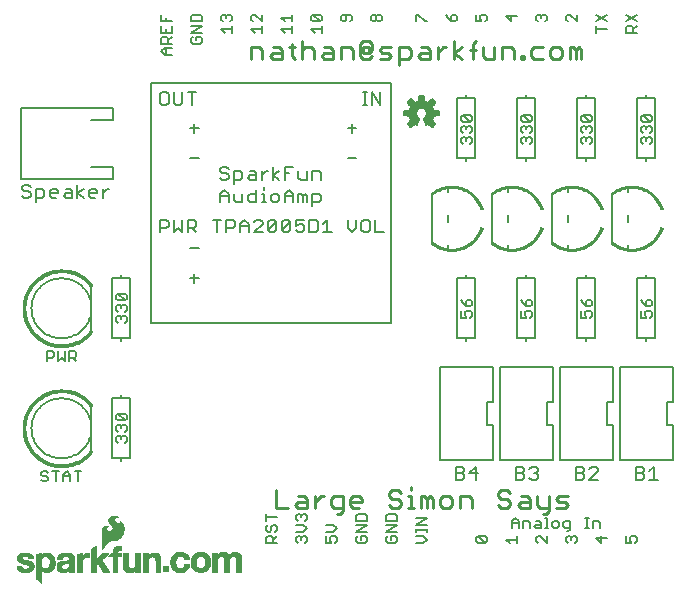
<source format=gto>
G75*
G70*
%OFA0B0*%
%FSLAX24Y24*%
%IPPOS*%
%LPD*%
%AMOC8*
5,1,8,0,0,1.08239X$1,22.5*
%
%ADD10C,0.0110*%
%ADD11C,0.0060*%
%ADD12C,0.0080*%
%ADD13C,0.0010*%
%ADD14R,0.0195X0.0191*%
%ADD15C,0.0059*%
D10*
X015907Y003015D02*
X016301Y003015D01*
X016552Y003113D02*
X016650Y003212D01*
X016946Y003212D01*
X016946Y003310D02*
X016946Y003015D01*
X016650Y003015D01*
X016552Y003113D01*
X016650Y003409D02*
X016847Y003409D01*
X016946Y003310D01*
X017196Y003212D02*
X017393Y003409D01*
X017492Y003409D01*
X017734Y003310D02*
X017734Y003113D01*
X017832Y003015D01*
X018127Y003015D01*
X018127Y002917D02*
X018127Y003409D01*
X017832Y003409D01*
X017734Y003310D01*
X017930Y002818D02*
X018029Y002818D01*
X018127Y002917D01*
X018378Y003113D02*
X018378Y003310D01*
X018477Y003409D01*
X018673Y003409D01*
X018772Y003310D01*
X018772Y003212D01*
X018378Y003212D01*
X018378Y003113D02*
X018477Y003015D01*
X018673Y003015D01*
X019667Y003113D02*
X019766Y003015D01*
X019962Y003015D01*
X020061Y003113D01*
X020061Y003212D01*
X019962Y003310D01*
X019766Y003310D01*
X019667Y003409D01*
X019667Y003507D01*
X019766Y003606D01*
X019962Y003606D01*
X020061Y003507D01*
X020312Y003409D02*
X020410Y003409D01*
X020410Y003015D01*
X020312Y003015D02*
X020509Y003015D01*
X020741Y003015D02*
X020741Y003409D01*
X020840Y003409D01*
X020938Y003310D01*
X021037Y003409D01*
X021135Y003310D01*
X021135Y003015D01*
X020938Y003015D02*
X020938Y003310D01*
X020410Y003606D02*
X020410Y003704D01*
X021386Y003310D02*
X021386Y003113D01*
X021484Y003015D01*
X021681Y003015D01*
X021780Y003113D01*
X021780Y003310D01*
X021681Y003409D01*
X021484Y003409D01*
X021386Y003310D01*
X022031Y003409D02*
X022031Y003015D01*
X022424Y003015D02*
X022424Y003310D01*
X022326Y003409D01*
X022031Y003409D01*
X023320Y003409D02*
X023418Y003310D01*
X023615Y003310D01*
X023713Y003212D01*
X023713Y003113D01*
X023615Y003015D01*
X023418Y003015D01*
X023320Y003113D01*
X023320Y003409D02*
X023320Y003507D01*
X023418Y003606D01*
X023615Y003606D01*
X023713Y003507D01*
X024063Y003409D02*
X024259Y003409D01*
X024358Y003310D01*
X024358Y003015D01*
X024063Y003015D01*
X023964Y003113D01*
X024063Y003212D01*
X024358Y003212D01*
X024609Y003113D02*
X024707Y003015D01*
X025002Y003015D01*
X025002Y002917D02*
X024904Y002818D01*
X024806Y002818D01*
X025002Y002917D02*
X025002Y003409D01*
X025253Y003310D02*
X025352Y003212D01*
X025549Y003212D01*
X025647Y003113D01*
X025549Y003015D01*
X025253Y003015D01*
X025253Y003310D02*
X025352Y003409D01*
X025647Y003409D01*
X024609Y003409D02*
X024609Y003113D01*
X017196Y003015D02*
X017196Y003409D01*
X015907Y003606D02*
X015907Y003015D01*
X015800Y017965D02*
X015702Y018063D01*
X015800Y018162D01*
X016096Y018162D01*
X016096Y018260D02*
X016096Y017965D01*
X015800Y017965D01*
X015451Y017965D02*
X015451Y018260D01*
X015353Y018359D01*
X015057Y018359D01*
X015057Y017965D01*
X015800Y018359D02*
X015997Y018359D01*
X016096Y018260D01*
X016346Y018359D02*
X016543Y018359D01*
X016445Y018457D02*
X016445Y018063D01*
X016543Y017965D01*
X016776Y017965D02*
X016776Y018556D01*
X016875Y018359D02*
X017071Y018359D01*
X017170Y018260D01*
X017170Y017965D01*
X017421Y018063D02*
X017519Y018162D01*
X017814Y018162D01*
X017814Y018260D02*
X017814Y017965D01*
X017519Y017965D01*
X017421Y018063D01*
X017519Y018359D02*
X017716Y018359D01*
X017814Y018260D01*
X018065Y018359D02*
X018361Y018359D01*
X018459Y018260D01*
X018459Y017965D01*
X018710Y018063D02*
X018710Y018457D01*
X018808Y018556D01*
X019005Y018556D01*
X019103Y018457D01*
X019103Y018260D01*
X019005Y018162D01*
X019005Y018359D01*
X018808Y018359D01*
X018808Y018162D01*
X019005Y018162D01*
X019103Y018063D02*
X019005Y017965D01*
X018808Y017965D01*
X018710Y018063D01*
X019354Y017965D02*
X019650Y017965D01*
X019748Y018063D01*
X019650Y018162D01*
X019453Y018162D01*
X019354Y018260D01*
X019453Y018359D01*
X019748Y018359D01*
X019999Y018359D02*
X020294Y018359D01*
X020393Y018260D01*
X020393Y018063D01*
X020294Y017965D01*
X019999Y017965D01*
X019999Y017768D02*
X019999Y018359D01*
X020643Y018063D02*
X020742Y017965D01*
X021037Y017965D01*
X021037Y018260D01*
X020939Y018359D01*
X020742Y018359D01*
X020742Y018162D02*
X021037Y018162D01*
X021288Y018162D02*
X021485Y018359D01*
X021583Y018359D01*
X021288Y018359D02*
X021288Y017965D01*
X021825Y017965D02*
X021825Y018556D01*
X022120Y018359D02*
X021825Y018162D01*
X022120Y017965D01*
X022461Y017965D02*
X022461Y018457D01*
X022559Y018556D01*
X022559Y018260D02*
X022362Y018260D01*
X022792Y018359D02*
X022792Y018063D01*
X022890Y017965D01*
X023186Y017965D01*
X023186Y018359D01*
X023437Y018359D02*
X023732Y018359D01*
X023830Y018260D01*
X023830Y017965D01*
X024081Y017965D02*
X024081Y018063D01*
X024179Y018063D01*
X024179Y017965D01*
X024081Y017965D01*
X024403Y018063D02*
X024502Y017965D01*
X024797Y017965D01*
X025048Y018063D02*
X025146Y017965D01*
X025343Y017965D01*
X025442Y018063D01*
X025442Y018260D01*
X025343Y018359D01*
X025146Y018359D01*
X025048Y018260D01*
X025048Y018063D01*
X024797Y018359D02*
X024502Y018359D01*
X024403Y018260D01*
X024403Y018063D01*
X023437Y017965D02*
X023437Y018359D01*
X025692Y018359D02*
X025692Y017965D01*
X025889Y017965D02*
X025889Y018260D01*
X025988Y018359D01*
X026086Y018260D01*
X026086Y017965D01*
X025889Y018260D02*
X025791Y018359D01*
X025692Y018359D01*
X020742Y018162D02*
X020643Y018063D01*
X018065Y017965D02*
X018065Y018359D01*
X016875Y018359D02*
X016776Y018260D01*
D11*
X016422Y018853D02*
X016422Y019080D01*
X016422Y018967D02*
X016082Y018967D01*
X016196Y018853D01*
X016196Y019222D02*
X016082Y019335D01*
X016422Y019335D01*
X016422Y019222D02*
X016422Y019449D01*
X017082Y019392D02*
X017139Y019449D01*
X017366Y019222D01*
X017422Y019278D01*
X017422Y019392D01*
X017366Y019449D01*
X017139Y019449D01*
X017082Y019392D02*
X017082Y019278D01*
X017139Y019222D01*
X017366Y019222D01*
X017422Y019080D02*
X017422Y018853D01*
X017422Y018967D02*
X017082Y018967D01*
X017196Y018853D01*
X018082Y019278D02*
X018139Y019222D01*
X018196Y019222D01*
X018252Y019278D01*
X018252Y019449D01*
X018139Y019449D02*
X018366Y019449D01*
X018422Y019392D01*
X018422Y019278D01*
X018366Y019222D01*
X018082Y019278D02*
X018082Y019392D01*
X018139Y019449D01*
X019082Y019392D02*
X019139Y019449D01*
X019196Y019449D01*
X019252Y019392D01*
X019252Y019278D01*
X019196Y019222D01*
X019139Y019222D01*
X019082Y019278D01*
X019082Y019392D01*
X019252Y019392D02*
X019309Y019449D01*
X019366Y019449D01*
X019422Y019392D01*
X019422Y019278D01*
X019366Y019222D01*
X019309Y019222D01*
X019252Y019278D01*
X020582Y019222D02*
X020582Y019449D01*
X020639Y019449D01*
X020866Y019222D01*
X020922Y019222D01*
X021582Y019449D02*
X021639Y019335D01*
X021752Y019222D01*
X021752Y019392D01*
X021809Y019449D01*
X021866Y019449D01*
X021922Y019392D01*
X021922Y019278D01*
X021866Y019222D01*
X021752Y019222D01*
X022582Y019222D02*
X022752Y019222D01*
X022696Y019335D01*
X022696Y019392D01*
X022752Y019449D01*
X022866Y019449D01*
X022922Y019392D01*
X022922Y019278D01*
X022866Y019222D01*
X022582Y019222D02*
X022582Y019449D01*
X023582Y019392D02*
X023752Y019222D01*
X023752Y019449D01*
X023922Y019392D02*
X023582Y019392D01*
X024582Y019392D02*
X024639Y019449D01*
X024696Y019449D01*
X024752Y019392D01*
X024809Y019449D01*
X024866Y019449D01*
X024922Y019392D01*
X024922Y019278D01*
X024866Y019222D01*
X024752Y019335D02*
X024752Y019392D01*
X024582Y019392D02*
X024582Y019278D01*
X024639Y019222D01*
X025582Y019278D02*
X025639Y019222D01*
X025582Y019278D02*
X025582Y019392D01*
X025639Y019449D01*
X025696Y019449D01*
X025922Y019222D01*
X025922Y019449D01*
X026582Y019449D02*
X026922Y019222D01*
X026922Y019449D02*
X026582Y019222D01*
X026582Y019080D02*
X026582Y018853D01*
X026582Y018967D02*
X026922Y018967D01*
X027582Y019024D02*
X027639Y019080D01*
X027752Y019080D01*
X027809Y019024D01*
X027809Y018853D01*
X027922Y018853D02*
X027582Y018853D01*
X027582Y019024D01*
X027582Y019222D02*
X027922Y019449D01*
X027922Y019222D02*
X027582Y019449D01*
X027922Y019080D02*
X027809Y018967D01*
X028139Y016103D02*
X028082Y016047D01*
X028082Y015933D01*
X028139Y015877D01*
X028366Y015877D01*
X028139Y016103D01*
X028366Y016103D01*
X028422Y016047D01*
X028422Y015933D01*
X028366Y015877D01*
X028366Y015735D02*
X028422Y015678D01*
X028422Y015565D01*
X028366Y015508D01*
X028366Y015367D02*
X028422Y015310D01*
X028422Y015197D01*
X028366Y015140D01*
X028252Y015253D02*
X028252Y015310D01*
X028309Y015367D01*
X028366Y015367D01*
X028252Y015310D02*
X028196Y015367D01*
X028139Y015367D01*
X028082Y015310D01*
X028082Y015197D01*
X028139Y015140D01*
X028139Y015508D02*
X028082Y015565D01*
X028082Y015678D01*
X028139Y015735D01*
X028196Y015735D01*
X028252Y015678D01*
X028309Y015735D01*
X028366Y015735D01*
X028252Y015678D02*
X028252Y015622D01*
X026422Y015678D02*
X026422Y015565D01*
X026366Y015508D01*
X026366Y015367D02*
X026309Y015367D01*
X026252Y015310D01*
X026252Y015253D01*
X026252Y015310D02*
X026196Y015367D01*
X026139Y015367D01*
X026082Y015310D01*
X026082Y015197D01*
X026139Y015140D01*
X026366Y015140D02*
X026422Y015197D01*
X026422Y015310D01*
X026366Y015367D01*
X026139Y015508D02*
X026082Y015565D01*
X026082Y015678D01*
X026139Y015735D01*
X026196Y015735D01*
X026252Y015678D01*
X026309Y015735D01*
X026366Y015735D01*
X026422Y015678D01*
X026252Y015678D02*
X026252Y015622D01*
X026139Y015877D02*
X026082Y015933D01*
X026082Y016047D01*
X026139Y016103D01*
X026366Y015877D01*
X026422Y015933D01*
X026422Y016047D01*
X026366Y016103D01*
X026139Y016103D01*
X026139Y015877D02*
X026366Y015877D01*
X024422Y015933D02*
X024366Y015877D01*
X024139Y016103D01*
X024366Y016103D01*
X024422Y016047D01*
X024422Y015933D01*
X024366Y015877D02*
X024139Y015877D01*
X024082Y015933D01*
X024082Y016047D01*
X024139Y016103D01*
X024139Y015735D02*
X024196Y015735D01*
X024252Y015678D01*
X024309Y015735D01*
X024366Y015735D01*
X024422Y015678D01*
X024422Y015565D01*
X024366Y015508D01*
X024366Y015367D02*
X024422Y015310D01*
X024422Y015197D01*
X024366Y015140D01*
X024252Y015253D02*
X024252Y015310D01*
X024309Y015367D01*
X024366Y015367D01*
X024252Y015310D02*
X024196Y015367D01*
X024139Y015367D01*
X024082Y015310D01*
X024082Y015197D01*
X024139Y015140D01*
X024139Y015508D02*
X024082Y015565D01*
X024082Y015678D01*
X024139Y015735D01*
X024252Y015678D02*
X024252Y015622D01*
X022422Y015678D02*
X022422Y015565D01*
X022366Y015508D01*
X022366Y015367D02*
X022422Y015310D01*
X022422Y015197D01*
X022366Y015140D01*
X022252Y015253D02*
X022252Y015310D01*
X022309Y015367D01*
X022366Y015367D01*
X022252Y015310D02*
X022196Y015367D01*
X022139Y015367D01*
X022082Y015310D01*
X022082Y015197D01*
X022139Y015140D01*
X022139Y015508D02*
X022082Y015565D01*
X022082Y015678D01*
X022139Y015735D01*
X022196Y015735D01*
X022252Y015678D01*
X022309Y015735D01*
X022366Y015735D01*
X022422Y015678D01*
X022252Y015678D02*
X022252Y015622D01*
X022139Y015877D02*
X022082Y015933D01*
X022082Y016047D01*
X022139Y016103D01*
X022366Y015877D01*
X022422Y015933D01*
X022422Y016047D01*
X022366Y016103D01*
X022139Y016103D01*
X022139Y015877D02*
X022366Y015877D01*
X015422Y018853D02*
X015422Y019080D01*
X015422Y018967D02*
X015082Y018967D01*
X015196Y018853D01*
X015139Y019222D02*
X015082Y019278D01*
X015082Y019392D01*
X015139Y019449D01*
X015196Y019449D01*
X015422Y019222D01*
X015422Y019449D01*
X014422Y019392D02*
X014422Y019278D01*
X014366Y019222D01*
X014422Y019080D02*
X014422Y018853D01*
X014422Y018967D02*
X014082Y018967D01*
X014196Y018853D01*
X014139Y019222D02*
X014082Y019278D01*
X014082Y019392D01*
X014139Y019449D01*
X014196Y019449D01*
X014252Y019392D01*
X014309Y019449D01*
X014366Y019449D01*
X014422Y019392D01*
X014252Y019392D02*
X014252Y019335D01*
X013422Y019392D02*
X013422Y019222D01*
X013082Y019222D01*
X013082Y019392D01*
X013139Y019449D01*
X013366Y019449D01*
X013422Y019392D01*
X013422Y019080D02*
X013082Y019080D01*
X013082Y018853D02*
X013422Y019080D01*
X013422Y018853D02*
X013082Y018853D01*
X013139Y018712D02*
X013082Y018655D01*
X013082Y018542D01*
X013139Y018485D01*
X013366Y018485D01*
X013422Y018542D01*
X013422Y018655D01*
X013366Y018712D01*
X013252Y018712D01*
X013252Y018598D01*
X012422Y018485D02*
X012082Y018485D01*
X012082Y018655D01*
X012139Y018712D01*
X012252Y018712D01*
X012309Y018655D01*
X012309Y018485D01*
X012309Y018598D02*
X012422Y018712D01*
X012422Y018853D02*
X012082Y018853D01*
X012082Y019080D01*
X012082Y019222D02*
X012082Y019449D01*
X012252Y019335D02*
X012252Y019222D01*
X012422Y019222D02*
X012082Y019222D01*
X012252Y018967D02*
X012252Y018853D01*
X012422Y018853D02*
X012422Y019080D01*
X012422Y018344D02*
X012196Y018344D01*
X012082Y018230D01*
X012196Y018117D01*
X012422Y018117D01*
X012252Y018117D02*
X012252Y018344D01*
X010866Y010149D02*
X010639Y010149D01*
X010866Y009922D01*
X010922Y009978D01*
X010922Y010092D01*
X010866Y010149D01*
X010639Y010149D02*
X010582Y010092D01*
X010582Y009978D01*
X010639Y009922D01*
X010866Y009922D01*
X010866Y009780D02*
X010922Y009724D01*
X010922Y009610D01*
X010866Y009553D01*
X010866Y009412D02*
X010922Y009355D01*
X010922Y009242D01*
X010866Y009185D01*
X010752Y009298D02*
X010752Y009355D01*
X010809Y009412D01*
X010866Y009412D01*
X010752Y009355D02*
X010696Y009412D01*
X010639Y009412D01*
X010582Y009355D01*
X010582Y009242D01*
X010639Y009185D01*
X010639Y009553D02*
X010582Y009610D01*
X010582Y009724D01*
X010639Y009780D01*
X010696Y009780D01*
X010752Y009724D01*
X010809Y009780D01*
X010866Y009780D01*
X010752Y009724D02*
X010752Y009667D01*
X007752Y009660D02*
X007754Y009723D01*
X007760Y009785D01*
X007770Y009847D01*
X007783Y009909D01*
X007801Y009969D01*
X007822Y010028D01*
X007847Y010086D01*
X007876Y010142D01*
X007908Y010196D01*
X007943Y010248D01*
X007981Y010297D01*
X008023Y010345D01*
X008067Y010389D01*
X008115Y010431D01*
X008164Y010469D01*
X008216Y010504D01*
X008270Y010536D01*
X008326Y010565D01*
X008384Y010590D01*
X008443Y010611D01*
X008503Y010629D01*
X008565Y010642D01*
X008627Y010652D01*
X008689Y010658D01*
X008752Y010660D01*
X008815Y010658D01*
X008877Y010652D01*
X008939Y010642D01*
X009001Y010629D01*
X009061Y010611D01*
X009120Y010590D01*
X009178Y010565D01*
X009234Y010536D01*
X009288Y010504D01*
X009340Y010469D01*
X009389Y010431D01*
X009437Y010389D01*
X009481Y010345D01*
X009523Y010297D01*
X009561Y010248D01*
X009596Y010196D01*
X009628Y010142D01*
X009657Y010086D01*
X009682Y010028D01*
X009703Y009969D01*
X009721Y009909D01*
X009734Y009847D01*
X009744Y009785D01*
X009750Y009723D01*
X009752Y009660D01*
X009750Y009597D01*
X009744Y009535D01*
X009734Y009473D01*
X009721Y009411D01*
X009703Y009351D01*
X009682Y009292D01*
X009657Y009234D01*
X009628Y009178D01*
X009596Y009124D01*
X009561Y009072D01*
X009523Y009023D01*
X009481Y008975D01*
X009437Y008931D01*
X009389Y008889D01*
X009340Y008851D01*
X009288Y008816D01*
X009234Y008784D01*
X009178Y008755D01*
X009120Y008730D01*
X009061Y008709D01*
X009001Y008691D01*
X008939Y008678D01*
X008877Y008668D01*
X008815Y008662D01*
X008752Y008660D01*
X008689Y008662D01*
X008627Y008668D01*
X008565Y008678D01*
X008503Y008691D01*
X008443Y008709D01*
X008384Y008730D01*
X008326Y008755D01*
X008270Y008784D01*
X008216Y008816D01*
X008164Y008851D01*
X008115Y008889D01*
X008067Y008931D01*
X008023Y008975D01*
X007981Y009023D01*
X007943Y009072D01*
X007908Y009124D01*
X007876Y009178D01*
X007847Y009234D01*
X007822Y009292D01*
X007801Y009351D01*
X007783Y009411D01*
X007770Y009473D01*
X007760Y009535D01*
X007754Y009597D01*
X007752Y009660D01*
X008282Y008230D02*
X008453Y008230D01*
X008509Y008174D01*
X008509Y008060D01*
X008453Y008003D01*
X008282Y008003D01*
X008282Y007890D02*
X008282Y008230D01*
X008651Y008230D02*
X008651Y007890D01*
X008764Y008003D01*
X008878Y007890D01*
X008878Y008230D01*
X009019Y008230D02*
X009019Y007890D01*
X009019Y008003D02*
X009189Y008003D01*
X009246Y008060D01*
X009246Y008174D01*
X009189Y008230D01*
X009019Y008230D01*
X009132Y008003D02*
X009246Y007890D01*
X010639Y006149D02*
X010866Y005922D01*
X010922Y005978D01*
X010922Y006092D01*
X010866Y006149D01*
X010639Y006149D01*
X010582Y006092D01*
X010582Y005978D01*
X010639Y005922D01*
X010866Y005922D01*
X010866Y005780D02*
X010922Y005724D01*
X010922Y005610D01*
X010866Y005553D01*
X010866Y005412D02*
X010922Y005355D01*
X010922Y005242D01*
X010866Y005185D01*
X010752Y005298D02*
X010752Y005355D01*
X010809Y005412D01*
X010866Y005412D01*
X010752Y005355D02*
X010696Y005412D01*
X010639Y005412D01*
X010582Y005355D01*
X010582Y005242D01*
X010639Y005185D01*
X010639Y005553D02*
X010582Y005610D01*
X010582Y005724D01*
X010639Y005780D01*
X010696Y005780D01*
X010752Y005724D01*
X010809Y005780D01*
X010866Y005780D01*
X010752Y005724D02*
X010752Y005667D01*
X007752Y005660D02*
X007754Y005723D01*
X007760Y005785D01*
X007770Y005847D01*
X007783Y005909D01*
X007801Y005969D01*
X007822Y006028D01*
X007847Y006086D01*
X007876Y006142D01*
X007908Y006196D01*
X007943Y006248D01*
X007981Y006297D01*
X008023Y006345D01*
X008067Y006389D01*
X008115Y006431D01*
X008164Y006469D01*
X008216Y006504D01*
X008270Y006536D01*
X008326Y006565D01*
X008384Y006590D01*
X008443Y006611D01*
X008503Y006629D01*
X008565Y006642D01*
X008627Y006652D01*
X008689Y006658D01*
X008752Y006660D01*
X008815Y006658D01*
X008877Y006652D01*
X008939Y006642D01*
X009001Y006629D01*
X009061Y006611D01*
X009120Y006590D01*
X009178Y006565D01*
X009234Y006536D01*
X009288Y006504D01*
X009340Y006469D01*
X009389Y006431D01*
X009437Y006389D01*
X009481Y006345D01*
X009523Y006297D01*
X009561Y006248D01*
X009596Y006196D01*
X009628Y006142D01*
X009657Y006086D01*
X009682Y006028D01*
X009703Y005969D01*
X009721Y005909D01*
X009734Y005847D01*
X009744Y005785D01*
X009750Y005723D01*
X009752Y005660D01*
X009750Y005597D01*
X009744Y005535D01*
X009734Y005473D01*
X009721Y005411D01*
X009703Y005351D01*
X009682Y005292D01*
X009657Y005234D01*
X009628Y005178D01*
X009596Y005124D01*
X009561Y005072D01*
X009523Y005023D01*
X009481Y004975D01*
X009437Y004931D01*
X009389Y004889D01*
X009340Y004851D01*
X009288Y004816D01*
X009234Y004784D01*
X009178Y004755D01*
X009120Y004730D01*
X009061Y004709D01*
X009001Y004691D01*
X008939Y004678D01*
X008877Y004668D01*
X008815Y004662D01*
X008752Y004660D01*
X008689Y004662D01*
X008627Y004668D01*
X008565Y004678D01*
X008503Y004691D01*
X008443Y004709D01*
X008384Y004730D01*
X008326Y004755D01*
X008270Y004784D01*
X008216Y004816D01*
X008164Y004851D01*
X008115Y004889D01*
X008067Y004931D01*
X008023Y004975D01*
X007981Y005023D01*
X007943Y005072D01*
X007908Y005124D01*
X007876Y005178D01*
X007847Y005234D01*
X007822Y005292D01*
X007801Y005351D01*
X007783Y005411D01*
X007770Y005473D01*
X007760Y005535D01*
X007754Y005597D01*
X007752Y005660D01*
X008139Y004230D02*
X008082Y004174D01*
X008082Y004117D01*
X008139Y004060D01*
X008253Y004060D01*
X008309Y004003D01*
X008309Y003947D01*
X008253Y003890D01*
X008139Y003890D01*
X008082Y003947D01*
X008139Y004230D02*
X008253Y004230D01*
X008309Y004174D01*
X008451Y004230D02*
X008678Y004230D01*
X008564Y004230D02*
X008564Y003890D01*
X008819Y003890D02*
X008819Y004117D01*
X008932Y004230D01*
X009046Y004117D01*
X009046Y003890D01*
X009046Y004060D02*
X008819Y004060D01*
X009187Y004230D02*
X009414Y004230D01*
X009301Y004230D02*
X009301Y003890D01*
X015582Y002803D02*
X015582Y002577D01*
X015582Y002690D02*
X015922Y002690D01*
X015866Y002435D02*
X015809Y002435D01*
X015752Y002378D01*
X015752Y002265D01*
X015696Y002208D01*
X015639Y002208D01*
X015582Y002265D01*
X015582Y002378D01*
X015639Y002435D01*
X015866Y002435D02*
X015922Y002378D01*
X015922Y002265D01*
X015866Y002208D01*
X015922Y002067D02*
X015809Y001953D01*
X015809Y002010D02*
X015809Y001840D01*
X015922Y001840D02*
X015582Y001840D01*
X015582Y002010D01*
X015639Y002067D01*
X015752Y002067D01*
X015809Y002010D01*
X016582Y002010D02*
X016582Y001897D01*
X016639Y001840D01*
X016752Y001953D02*
X016752Y002010D01*
X016809Y002067D01*
X016866Y002067D01*
X016922Y002010D01*
X016922Y001897D01*
X016866Y001840D01*
X016752Y002010D02*
X016696Y002067D01*
X016639Y002067D01*
X016582Y002010D01*
X016582Y002208D02*
X016809Y002208D01*
X016922Y002322D01*
X016809Y002435D01*
X016582Y002435D01*
X016639Y002577D02*
X016582Y002633D01*
X016582Y002747D01*
X016639Y002803D01*
X016696Y002803D01*
X016752Y002747D01*
X016809Y002803D01*
X016866Y002803D01*
X016922Y002747D01*
X016922Y002633D01*
X016866Y002577D01*
X016752Y002690D02*
X016752Y002747D01*
X017582Y002435D02*
X017809Y002435D01*
X017922Y002322D01*
X017809Y002208D01*
X017582Y002208D01*
X017582Y002067D02*
X017582Y001840D01*
X017752Y001840D01*
X017696Y001953D01*
X017696Y002010D01*
X017752Y002067D01*
X017866Y002067D01*
X017922Y002010D01*
X017922Y001897D01*
X017866Y001840D01*
X018582Y001897D02*
X018639Y001840D01*
X018866Y001840D01*
X018922Y001897D01*
X018922Y002010D01*
X018866Y002067D01*
X018752Y002067D01*
X018752Y001953D01*
X018639Y002067D02*
X018582Y002010D01*
X018582Y001897D01*
X018582Y002208D02*
X018922Y002435D01*
X018582Y002435D01*
X018582Y002577D02*
X018582Y002747D01*
X018639Y002803D01*
X018866Y002803D01*
X018922Y002747D01*
X018922Y002577D01*
X018582Y002577D01*
X018582Y002208D02*
X018922Y002208D01*
X019582Y002208D02*
X019922Y002435D01*
X019582Y002435D01*
X019582Y002577D02*
X019582Y002747D01*
X019639Y002803D01*
X019866Y002803D01*
X019922Y002747D01*
X019922Y002577D01*
X019582Y002577D01*
X019582Y002208D02*
X019922Y002208D01*
X019866Y002067D02*
X019752Y002067D01*
X019752Y001953D01*
X019639Y001840D02*
X019866Y001840D01*
X019922Y001897D01*
X019922Y002010D01*
X019866Y002067D01*
X019639Y002067D02*
X019582Y002010D01*
X019582Y001897D01*
X019639Y001840D01*
X020582Y001835D02*
X020809Y001835D01*
X020922Y001948D01*
X020809Y002062D01*
X020582Y002062D01*
X020582Y002203D02*
X020582Y002317D01*
X020582Y002260D02*
X020922Y002260D01*
X020922Y002203D02*
X020922Y002317D01*
X020922Y002449D02*
X020582Y002449D01*
X020922Y002676D01*
X020582Y002676D01*
X022582Y002005D02*
X022582Y001892D01*
X022639Y001835D01*
X022866Y001835D01*
X022639Y002062D01*
X022866Y002062D01*
X022922Y002005D01*
X022922Y001892D01*
X022866Y001835D01*
X022639Y002062D02*
X022582Y002005D01*
X023582Y001948D02*
X023922Y001948D01*
X023922Y001835D02*
X023922Y002062D01*
X023990Y002335D02*
X023990Y002562D01*
X023877Y002675D01*
X023763Y002562D01*
X023763Y002335D01*
X023763Y002505D02*
X023990Y002505D01*
X024131Y002562D02*
X024302Y002562D01*
X024358Y002505D01*
X024358Y002335D01*
X024500Y002392D02*
X024556Y002448D01*
X024727Y002448D01*
X024727Y002505D02*
X024727Y002335D01*
X024556Y002335D01*
X024500Y002392D01*
X024556Y002562D02*
X024670Y002562D01*
X024727Y002505D01*
X024868Y002335D02*
X024981Y002335D01*
X024925Y002335D02*
X024925Y002675D01*
X024868Y002675D01*
X025114Y002505D02*
X025114Y002392D01*
X025170Y002335D01*
X025284Y002335D01*
X025340Y002392D01*
X025340Y002505D01*
X025284Y002562D01*
X025170Y002562D01*
X025114Y002505D01*
X025482Y002505D02*
X025482Y002392D01*
X025539Y002335D01*
X025709Y002335D01*
X025709Y002278D02*
X025709Y002562D01*
X025539Y002562D01*
X025482Y002505D01*
X025595Y002222D02*
X025652Y002222D01*
X025709Y002278D01*
X025696Y002062D02*
X025752Y002005D01*
X025809Y002062D01*
X025866Y002062D01*
X025922Y002005D01*
X025922Y001892D01*
X025866Y001835D01*
X025752Y001948D02*
X025752Y002005D01*
X025696Y002062D02*
X025639Y002062D01*
X025582Y002005D01*
X025582Y001892D01*
X025639Y001835D01*
X024922Y001835D02*
X024696Y002062D01*
X024639Y002062D01*
X024582Y002005D01*
X024582Y001892D01*
X024639Y001835D01*
X024922Y001835D02*
X024922Y002062D01*
X024131Y002335D02*
X024131Y002562D01*
X023582Y001948D02*
X023696Y001835D01*
X026219Y002335D02*
X026332Y002335D01*
X026275Y002335D02*
X026275Y002675D01*
X026219Y002675D02*
X026332Y002675D01*
X026464Y002562D02*
X026634Y002562D01*
X026691Y002505D01*
X026691Y002335D01*
X026464Y002335D02*
X026464Y002562D01*
X026582Y002005D02*
X026752Y001835D01*
X026752Y002062D01*
X026922Y002005D02*
X026582Y002005D01*
X027582Y002062D02*
X027582Y001835D01*
X027752Y001835D01*
X027696Y001948D01*
X027696Y002005D01*
X027752Y002062D01*
X027866Y002062D01*
X027922Y002005D01*
X027922Y001892D01*
X027866Y001835D01*
X028082Y009353D02*
X028252Y009353D01*
X028196Y009467D01*
X028196Y009524D01*
X028252Y009580D01*
X028366Y009580D01*
X028422Y009524D01*
X028422Y009410D01*
X028366Y009353D01*
X028082Y009353D02*
X028082Y009580D01*
X028252Y009722D02*
X028252Y009892D01*
X028309Y009949D01*
X028366Y009949D01*
X028422Y009892D01*
X028422Y009778D01*
X028366Y009722D01*
X028252Y009722D01*
X028139Y009835D01*
X028082Y009949D01*
X026422Y009892D02*
X026366Y009949D01*
X026309Y009949D01*
X026252Y009892D01*
X026252Y009722D01*
X026366Y009722D01*
X026422Y009778D01*
X026422Y009892D01*
X026252Y009722D02*
X026139Y009835D01*
X026082Y009949D01*
X026082Y009580D02*
X026082Y009353D01*
X026252Y009353D01*
X026196Y009467D01*
X026196Y009524D01*
X026252Y009580D01*
X026366Y009580D01*
X026422Y009524D01*
X026422Y009410D01*
X026366Y009353D01*
X024422Y009410D02*
X024366Y009353D01*
X024422Y009410D02*
X024422Y009524D01*
X024366Y009580D01*
X024252Y009580D01*
X024196Y009524D01*
X024196Y009467D01*
X024252Y009353D01*
X024082Y009353D01*
X024082Y009580D01*
X024252Y009722D02*
X024139Y009835D01*
X024082Y009949D01*
X024252Y009892D02*
X024252Y009722D01*
X024366Y009722D01*
X024422Y009778D01*
X024422Y009892D01*
X024366Y009949D01*
X024309Y009949D01*
X024252Y009892D01*
X022422Y009892D02*
X022366Y009949D01*
X022309Y009949D01*
X022252Y009892D01*
X022252Y009722D01*
X022366Y009722D01*
X022422Y009778D01*
X022422Y009892D01*
X022252Y009722D02*
X022139Y009835D01*
X022082Y009949D01*
X022082Y009580D02*
X022082Y009353D01*
X022252Y009353D01*
X022196Y009467D01*
X022196Y009524D01*
X022252Y009580D01*
X022366Y009580D01*
X022422Y009524D01*
X022422Y009410D01*
X022366Y009353D01*
D12*
X022252Y008660D02*
X021952Y008660D01*
X021952Y010660D01*
X022252Y010660D01*
X022252Y010760D01*
X022252Y010660D02*
X022552Y010660D01*
X022552Y008660D01*
X022252Y008660D01*
X022252Y008560D01*
X021367Y007715D02*
X023138Y007715D01*
X023138Y006554D01*
X022941Y006554D01*
X022941Y005766D01*
X023138Y005766D01*
X023138Y004605D01*
X021367Y004605D01*
X021367Y007715D01*
X023367Y007715D02*
X025138Y007715D01*
X025138Y006554D01*
X024941Y006554D01*
X024941Y005766D01*
X025138Y005766D01*
X025138Y004605D01*
X023367Y004605D01*
X023367Y007715D01*
X023952Y008660D02*
X023952Y010660D01*
X024252Y010660D01*
X024252Y010760D01*
X024252Y010660D02*
X024552Y010660D01*
X024552Y008660D01*
X024252Y008660D01*
X024252Y008560D01*
X024252Y008660D02*
X023952Y008660D01*
X025367Y007715D02*
X027138Y007715D01*
X027138Y006554D01*
X026941Y006554D01*
X026941Y005766D01*
X027138Y005766D01*
X027138Y004605D01*
X025367Y004605D01*
X025367Y007715D01*
X025952Y008660D02*
X025952Y010660D01*
X026252Y010660D01*
X026252Y010760D01*
X026252Y010660D02*
X026552Y010660D01*
X026552Y008660D01*
X026252Y008660D01*
X026252Y008560D01*
X026252Y008660D02*
X025952Y008660D01*
X027367Y007715D02*
X029138Y007715D01*
X029138Y006554D01*
X028941Y006554D01*
X028941Y005766D01*
X029138Y005766D01*
X029138Y004605D01*
X027367Y004605D01*
X027367Y007715D01*
X027952Y008660D02*
X027952Y010660D01*
X028252Y010660D01*
X028252Y010760D01*
X028252Y010660D02*
X028552Y010660D01*
X028552Y008660D01*
X028252Y008660D01*
X028252Y008560D01*
X028252Y008660D02*
X027952Y008660D01*
X027652Y011615D02*
X027652Y011773D01*
X027102Y011835D02*
X027102Y013485D01*
X027652Y013547D02*
X027652Y013705D01*
X027952Y014660D02*
X028252Y014660D01*
X028252Y014560D01*
X028252Y014660D02*
X028552Y014660D01*
X028552Y016660D01*
X028252Y016660D01*
X028252Y016760D01*
X028252Y016660D02*
X027952Y016660D01*
X027952Y014660D01*
X026552Y014660D02*
X026252Y014660D01*
X026252Y014560D01*
X026252Y014660D02*
X025952Y014660D01*
X025952Y016660D01*
X026252Y016660D01*
X026252Y016760D01*
X026252Y016660D02*
X026552Y016660D01*
X026552Y014660D01*
X025652Y013705D02*
X025652Y013547D01*
X025102Y013485D02*
X025102Y011835D01*
X025652Y011773D02*
X025652Y011615D01*
X025652Y012547D02*
X025652Y012773D01*
X023652Y012773D02*
X023652Y012547D01*
X023652Y011773D02*
X023652Y011615D01*
X023102Y011835D02*
X023102Y013485D01*
X023652Y013547D02*
X023652Y013705D01*
X023952Y014660D02*
X024252Y014660D01*
X024252Y014560D01*
X024252Y014660D02*
X024552Y014660D01*
X024552Y016660D01*
X024252Y016660D01*
X024252Y016760D01*
X024252Y016660D02*
X023952Y016660D01*
X023952Y014660D01*
X022552Y014660D02*
X022252Y014660D01*
X022252Y014560D01*
X022252Y014660D02*
X021952Y014660D01*
X021952Y016660D01*
X022252Y016660D01*
X022252Y016760D01*
X022252Y016660D02*
X022552Y016660D01*
X022552Y014660D01*
X021652Y013705D02*
X021652Y013547D01*
X021102Y013485D02*
X021102Y011835D01*
X021652Y011773D02*
X021652Y011615D01*
X021652Y012547D02*
X021652Y012773D01*
X019493Y012200D02*
X019213Y012200D01*
X019213Y012620D01*
X019033Y012550D02*
X018963Y012620D01*
X018823Y012620D01*
X018753Y012550D01*
X018753Y012270D01*
X018823Y012200D01*
X018963Y012200D01*
X019033Y012270D01*
X019033Y012550D01*
X018573Y012620D02*
X018573Y012340D01*
X018432Y012200D01*
X018292Y012340D01*
X018292Y012620D01*
X017756Y012200D02*
X017476Y012200D01*
X017616Y012200D02*
X017616Y012620D01*
X017476Y012480D01*
X017295Y012550D02*
X017295Y012270D01*
X017225Y012200D01*
X017015Y012200D01*
X017015Y012620D01*
X017225Y012620D01*
X017295Y012550D01*
X016835Y012620D02*
X016555Y012620D01*
X016555Y012410D01*
X016695Y012480D01*
X016765Y012480D01*
X016835Y012410D01*
X016835Y012270D01*
X016765Y012200D01*
X016625Y012200D01*
X016555Y012270D01*
X016375Y012270D02*
X016375Y012550D01*
X016094Y012270D01*
X016164Y012200D01*
X016305Y012200D01*
X016375Y012270D01*
X016375Y012550D02*
X016305Y012620D01*
X016164Y012620D01*
X016094Y012550D01*
X016094Y012270D01*
X015914Y012270D02*
X015844Y012200D01*
X015704Y012200D01*
X015634Y012270D01*
X015914Y012550D01*
X015914Y012270D01*
X015634Y012270D02*
X015634Y012550D01*
X015704Y012620D01*
X015844Y012620D01*
X015914Y012550D01*
X015454Y012550D02*
X015384Y012620D01*
X015244Y012620D01*
X015174Y012550D01*
X014993Y012480D02*
X014993Y012200D01*
X015174Y012200D02*
X015454Y012480D01*
X015454Y012550D01*
X015454Y012200D02*
X015174Y012200D01*
X014993Y012410D02*
X014713Y012410D01*
X014713Y012480D02*
X014853Y012620D01*
X014993Y012480D01*
X014713Y012480D02*
X014713Y012200D01*
X014533Y012410D02*
X014463Y012340D01*
X014253Y012340D01*
X014253Y012200D02*
X014253Y012620D01*
X014463Y012620D01*
X014533Y012550D01*
X014533Y012410D01*
X014073Y012620D02*
X013792Y012620D01*
X013932Y012620D02*
X013932Y012200D01*
X013243Y012200D02*
X013103Y012340D01*
X013173Y012340D02*
X012963Y012340D01*
X012963Y012200D02*
X012963Y012620D01*
X013173Y012620D01*
X013243Y012550D01*
X013243Y012410D01*
X013173Y012340D01*
X012783Y012200D02*
X012783Y012620D01*
X012503Y012620D02*
X012503Y012200D01*
X012643Y012340D01*
X012783Y012200D01*
X012323Y012410D02*
X012253Y012340D01*
X012042Y012340D01*
X012042Y012200D02*
X012042Y012620D01*
X012253Y012620D01*
X012323Y012550D01*
X012323Y012410D01*
X013042Y011660D02*
X013323Y011660D01*
X013182Y010800D02*
X013182Y010520D01*
X013042Y010660D02*
X013323Y010660D01*
X011752Y009160D02*
X011752Y017160D01*
X019752Y017160D01*
X019752Y009160D01*
X011752Y009160D01*
X011052Y008660D02*
X010752Y008660D01*
X010752Y008560D01*
X010752Y008660D02*
X010452Y008660D01*
X010452Y010660D01*
X010752Y010660D01*
X010752Y010760D01*
X010752Y010660D02*
X011052Y010660D01*
X011052Y008660D01*
X009752Y008910D02*
X009752Y010410D01*
X007903Y013210D02*
X007903Y013630D01*
X008113Y013630D01*
X008183Y013560D01*
X008183Y013420D01*
X008113Y013350D01*
X007903Y013350D01*
X007723Y013420D02*
X007723Y013490D01*
X007653Y013560D01*
X007512Y013560D01*
X007442Y013630D01*
X007442Y013700D01*
X007512Y013770D01*
X007653Y013770D01*
X007723Y013700D01*
X007390Y013979D02*
X007390Y016341D01*
X010461Y016341D01*
X010461Y015947D01*
X009752Y015947D01*
X009752Y014373D02*
X010461Y014373D01*
X010461Y013979D01*
X007390Y013979D01*
X007442Y013420D02*
X007512Y013350D01*
X007653Y013350D01*
X007723Y013420D01*
X008363Y013420D02*
X008363Y013560D01*
X008433Y013630D01*
X008573Y013630D01*
X008643Y013560D01*
X008643Y013490D01*
X008363Y013490D01*
X008363Y013420D02*
X008433Y013350D01*
X008573Y013350D01*
X008824Y013420D02*
X008894Y013490D01*
X009104Y013490D01*
X009104Y013560D02*
X009104Y013350D01*
X008894Y013350D01*
X008824Y013420D01*
X008894Y013630D02*
X009034Y013630D01*
X009104Y013560D01*
X009284Y013490D02*
X009494Y013350D01*
X009668Y013420D02*
X009668Y013560D01*
X009738Y013630D01*
X009878Y013630D01*
X009948Y013560D01*
X009948Y013490D01*
X009668Y013490D01*
X009668Y013420D02*
X009738Y013350D01*
X009878Y013350D01*
X010128Y013350D02*
X010128Y013630D01*
X010128Y013490D02*
X010268Y013630D01*
X010338Y013630D01*
X009494Y013630D02*
X009284Y013490D01*
X009284Y013350D02*
X009284Y013770D01*
X013042Y014660D02*
X013323Y014660D01*
X014042Y014300D02*
X014042Y014230D01*
X014112Y014160D01*
X014253Y014160D01*
X014323Y014090D01*
X014323Y014020D01*
X014253Y013950D01*
X014112Y013950D01*
X014042Y014020D01*
X014042Y014300D02*
X014112Y014370D01*
X014253Y014370D01*
X014323Y014300D01*
X014503Y014230D02*
X014713Y014230D01*
X014783Y014160D01*
X014783Y014020D01*
X014713Y013950D01*
X014503Y013950D01*
X014503Y013810D02*
X014503Y014230D01*
X014963Y014020D02*
X015033Y014090D01*
X015243Y014090D01*
X015243Y014160D02*
X015243Y013950D01*
X015033Y013950D01*
X014963Y014020D01*
X015033Y014230D02*
X015173Y014230D01*
X015243Y014160D01*
X015424Y014090D02*
X015564Y014230D01*
X015634Y014230D01*
X015424Y014230D02*
X015424Y013950D01*
X015494Y013690D02*
X015494Y013620D01*
X015494Y013480D02*
X015494Y013200D01*
X015424Y013200D02*
X015564Y013200D01*
X015730Y013270D02*
X015801Y013200D01*
X015941Y013200D01*
X016011Y013270D01*
X016011Y013410D01*
X015941Y013480D01*
X015801Y013480D01*
X015730Y013410D01*
X015730Y013270D01*
X015494Y013480D02*
X015424Y013480D01*
X015243Y013480D02*
X015033Y013480D01*
X014963Y013410D01*
X014963Y013270D01*
X015033Y013200D01*
X015243Y013200D01*
X015243Y013620D01*
X014783Y013480D02*
X014783Y013200D01*
X014573Y013200D01*
X014503Y013270D01*
X014503Y013480D01*
X014323Y013480D02*
X014323Y013200D01*
X014323Y013410D02*
X014042Y013410D01*
X014042Y013480D02*
X014042Y013200D01*
X014042Y013480D02*
X014182Y013620D01*
X014323Y013480D01*
X015807Y013950D02*
X015807Y014370D01*
X016017Y014230D02*
X015807Y014090D01*
X016017Y013950D01*
X016191Y013950D02*
X016191Y014370D01*
X016471Y014370D01*
X016651Y014230D02*
X016651Y014020D01*
X016721Y013950D01*
X016931Y013950D01*
X016931Y014230D01*
X017112Y014230D02*
X017112Y013950D01*
X017392Y013950D02*
X017392Y014160D01*
X017322Y014230D01*
X017112Y014230D01*
X017112Y013480D02*
X017322Y013480D01*
X017392Y013410D01*
X017392Y013270D01*
X017322Y013200D01*
X017112Y013200D01*
X017112Y013060D02*
X017112Y013480D01*
X016931Y013410D02*
X016931Y013200D01*
X016791Y013200D02*
X016791Y013410D01*
X016861Y013480D01*
X016931Y013410D01*
X016791Y013410D02*
X016721Y013480D01*
X016651Y013480D01*
X016651Y013200D01*
X016471Y013200D02*
X016471Y013480D01*
X016331Y013620D01*
X016191Y013480D01*
X016191Y013200D01*
X016191Y013410D02*
X016471Y013410D01*
X016331Y014160D02*
X016191Y014160D01*
X018292Y014660D02*
X018573Y014660D01*
X018432Y015520D02*
X018432Y015800D01*
X018292Y015660D02*
X018573Y015660D01*
X018792Y016450D02*
X018932Y016450D01*
X018862Y016450D02*
X018862Y016870D01*
X018792Y016870D02*
X018932Y016870D01*
X019099Y016870D02*
X019380Y016450D01*
X019380Y016870D01*
X019099Y016870D02*
X019099Y016450D01*
X013323Y015660D02*
X013042Y015660D01*
X013182Y015800D02*
X013182Y015520D01*
X013103Y016450D02*
X013103Y016870D01*
X012963Y016870D02*
X013243Y016870D01*
X012783Y016870D02*
X012783Y016520D01*
X012713Y016450D01*
X012573Y016450D01*
X012503Y016520D01*
X012503Y016870D01*
X012323Y016800D02*
X012253Y016870D01*
X012112Y016870D01*
X012042Y016800D01*
X012042Y016520D01*
X012112Y016450D01*
X012253Y016450D01*
X012323Y016520D01*
X012323Y016800D01*
X010752Y006760D02*
X010752Y006660D01*
X011052Y006660D01*
X011052Y004660D01*
X010752Y004660D01*
X010752Y004560D01*
X010752Y004660D02*
X010452Y004660D01*
X010452Y006660D01*
X010752Y006660D01*
X009752Y006410D02*
X009752Y004910D01*
X021892Y004370D02*
X021892Y003950D01*
X022103Y003950D01*
X022173Y004020D01*
X022173Y004090D01*
X022103Y004160D01*
X021892Y004160D01*
X021892Y004370D02*
X022103Y004370D01*
X022173Y004300D01*
X022173Y004230D01*
X022103Y004160D01*
X022353Y004160D02*
X022633Y004160D01*
X022563Y003950D02*
X022563Y004370D01*
X022353Y004160D01*
X023892Y004160D02*
X024103Y004160D01*
X024173Y004090D01*
X024173Y004020D01*
X024103Y003950D01*
X023892Y003950D01*
X023892Y004370D01*
X024103Y004370D01*
X024173Y004300D01*
X024173Y004230D01*
X024103Y004160D01*
X024353Y004020D02*
X024423Y003950D01*
X024563Y003950D01*
X024633Y004020D01*
X024633Y004090D01*
X024563Y004160D01*
X024493Y004160D01*
X024563Y004160D02*
X024633Y004230D01*
X024633Y004300D01*
X024563Y004370D01*
X024423Y004370D01*
X024353Y004300D01*
X025892Y004370D02*
X025892Y003950D01*
X026103Y003950D01*
X026173Y004020D01*
X026173Y004090D01*
X026103Y004160D01*
X025892Y004160D01*
X025892Y004370D02*
X026103Y004370D01*
X026173Y004300D01*
X026173Y004230D01*
X026103Y004160D01*
X026353Y004300D02*
X026423Y004370D01*
X026563Y004370D01*
X026633Y004300D01*
X026633Y004230D01*
X026353Y003950D01*
X026633Y003950D01*
X027892Y003950D02*
X028103Y003950D01*
X028173Y004020D01*
X028173Y004090D01*
X028103Y004160D01*
X027892Y004160D01*
X027892Y003950D02*
X027892Y004370D01*
X028103Y004370D01*
X028173Y004300D01*
X028173Y004230D01*
X028103Y004160D01*
X028353Y004230D02*
X028493Y004370D01*
X028493Y003950D01*
X028353Y003950D02*
X028633Y003950D01*
X027652Y012547D02*
X027652Y012773D01*
D13*
X007258Y001066D02*
X007262Y001043D01*
X007279Y000993D01*
X007433Y000993D01*
X007439Y000985D02*
X007479Y000985D01*
X007467Y000989D02*
X007491Y000980D01*
X007514Y000977D01*
X007567Y000977D01*
X007592Y000980D01*
X007615Y000988D01*
X007636Y001001D01*
X007649Y001013D01*
X007657Y001028D01*
X007662Y001044D01*
X007663Y001061D01*
X007732Y001061D01*
X007727Y001061D02*
X007821Y001061D01*
X007821Y001053D02*
X007724Y001053D01*
X007729Y001053D02*
X007663Y001053D01*
X007663Y001061D02*
X007659Y001078D01*
X007737Y001078D01*
X007732Y001078D02*
X007822Y001078D01*
X007822Y001076D02*
X007819Y001118D01*
X007805Y001157D01*
X007795Y001173D01*
X007782Y001187D01*
X007755Y001207D01*
X007725Y001223D01*
X007660Y001247D01*
X007592Y001262D01*
X007512Y001278D01*
X007482Y001289D01*
X007454Y001306D01*
X007442Y001319D01*
X007434Y001334D01*
X007432Y001350D01*
X007391Y001350D01*
X007392Y001342D02*
X007433Y001342D01*
X007432Y001350D02*
X007434Y001366D01*
X007440Y001381D01*
X007450Y001393D01*
X007463Y001401D01*
X007481Y001407D01*
X007499Y001411D01*
X007533Y001413D01*
X007567Y001411D01*
X007588Y001407D01*
X007607Y001399D01*
X007624Y001388D01*
X007636Y001377D01*
X007645Y001364D01*
X007651Y001349D01*
X007654Y001339D01*
X007654Y001328D01*
X007807Y001328D01*
X007804Y001356D01*
X007723Y001407D01*
X007544Y001459D01*
X007379Y001416D01*
X007400Y001296D01*
X007573Y001193D01*
X007740Y001102D01*
X007697Y000974D01*
X007542Y000939D01*
X007257Y001080D01*
X007538Y000932D01*
X007700Y000968D01*
X007744Y001099D01*
X007737Y001113D01*
X007412Y001302D01*
X007393Y001410D01*
X007542Y001455D01*
X007708Y001402D01*
X007785Y001345D01*
X007804Y001359D01*
X007796Y001381D01*
X007782Y001412D01*
X007771Y001429D01*
X007757Y001445D01*
X007720Y001475D01*
X007676Y001496D01*
X007623Y001510D01*
X007568Y001516D01*
X007497Y001516D01*
X007441Y001510D01*
X007387Y001494D01*
X007336Y001468D01*
X007318Y001453D01*
X007302Y001436D01*
X007290Y001415D01*
X007276Y001372D01*
X007271Y001328D01*
X007275Y001283D01*
X007281Y001264D01*
X007291Y001246D01*
X007304Y001231D01*
X007534Y001231D01*
X007524Y001223D02*
X007726Y001223D01*
X007742Y001214D02*
X007538Y001214D01*
X007549Y001223D02*
X007315Y001223D01*
X007304Y001231D02*
X007331Y001210D01*
X007361Y001193D01*
X007392Y001181D01*
X007535Y001147D01*
X007582Y001135D01*
X007626Y001116D01*
X007641Y001106D01*
X007652Y001093D01*
X007659Y001078D01*
X007661Y001070D02*
X007734Y001070D01*
X007729Y001070D02*
X007822Y001070D01*
X007822Y001076D02*
X007819Y001035D01*
X007814Y001009D01*
X007803Y000984D01*
X007788Y000962D01*
X007760Y000933D01*
X007727Y000909D01*
X007690Y000891D01*
X007650Y000880D01*
X007599Y000873D01*
X007546Y000871D01*
X007445Y000878D01*
X007409Y000886D01*
X007375Y000902D01*
X007328Y000932D01*
X007308Y000949D01*
X007292Y000970D01*
X007279Y000993D01*
X007276Y001002D02*
X007416Y001002D01*
X007406Y001002D02*
X007447Y001002D01*
X007446Y001003D02*
X007427Y001021D01*
X007417Y001038D01*
X007411Y001058D01*
X007409Y001078D01*
X007261Y001078D01*
X007258Y001078D01*
X007257Y001080D02*
X007409Y001080D01*
X007409Y001078D01*
X007410Y001070D02*
X007277Y001070D01*
X007279Y001070D02*
X007258Y001070D01*
X007258Y001066D02*
X007257Y001080D01*
X007259Y001061D02*
X007296Y001061D01*
X007293Y001061D02*
X007410Y001061D01*
X007412Y001053D02*
X007310Y001053D01*
X007313Y001053D02*
X007261Y001053D01*
X007262Y001044D02*
X007330Y001044D01*
X007326Y001044D02*
X007415Y001044D01*
X007418Y001036D02*
X007342Y001036D01*
X007347Y001036D02*
X007265Y001036D01*
X007268Y001027D02*
X007364Y001027D01*
X007358Y001027D02*
X007424Y001027D01*
X007430Y001019D02*
X007374Y001019D01*
X007382Y001019D02*
X007271Y001019D01*
X007274Y001010D02*
X007399Y001010D01*
X007390Y001010D02*
X007438Y001010D01*
X007446Y001003D02*
X007467Y000989D01*
X007461Y000993D02*
X007422Y000993D01*
X007450Y000985D02*
X007284Y000985D01*
X007288Y000976D02*
X007468Y000976D01*
X007471Y000968D02*
X007698Y000968D01*
X007698Y000976D02*
X007798Y000976D01*
X007803Y000985D02*
X007701Y000985D01*
X007706Y000985D02*
X007605Y000985D01*
X007623Y000993D02*
X007709Y000993D01*
X007704Y000993D02*
X007807Y000993D01*
X007811Y001002D02*
X007707Y001002D01*
X007712Y001002D02*
X007637Y001002D01*
X007646Y001010D02*
X007714Y001010D01*
X007709Y001010D02*
X007814Y001010D01*
X007816Y001019D02*
X007712Y001019D01*
X007717Y001019D02*
X007652Y001019D01*
X007657Y001027D02*
X007720Y001027D01*
X007715Y001027D02*
X007818Y001027D01*
X007819Y001036D02*
X007718Y001036D01*
X007723Y001036D02*
X007660Y001036D01*
X007662Y001044D02*
X007726Y001044D01*
X007721Y001044D02*
X007820Y001044D01*
X007821Y001087D02*
X007735Y001087D01*
X007740Y001087D02*
X007655Y001087D01*
X007650Y001095D02*
X007743Y001095D01*
X007738Y001095D02*
X007821Y001095D01*
X007820Y001104D02*
X007738Y001104D01*
X007742Y001104D02*
X007643Y001104D01*
X007632Y001112D02*
X007738Y001112D01*
X007722Y001112D02*
X007819Y001112D01*
X007818Y001121D02*
X007706Y001121D01*
X007710Y001129D02*
X007596Y001129D01*
X007616Y001121D02*
X007724Y001121D01*
X007695Y001138D02*
X007572Y001138D01*
X007539Y001146D02*
X007681Y001146D01*
X007675Y001138D02*
X007812Y001138D01*
X007809Y001146D02*
X007660Y001146D01*
X007666Y001155D02*
X007504Y001155D01*
X007468Y001163D02*
X007651Y001163D01*
X007644Y001155D02*
X007806Y001155D01*
X007802Y001163D02*
X007628Y001163D01*
X007637Y001172D02*
X007432Y001172D01*
X007396Y001180D02*
X007622Y001180D01*
X007613Y001172D02*
X007796Y001172D01*
X007789Y001180D02*
X007597Y001180D01*
X007607Y001189D02*
X007372Y001189D01*
X007353Y001197D02*
X007593Y001197D01*
X007582Y001189D02*
X007780Y001189D01*
X007769Y001197D02*
X007567Y001197D01*
X007578Y001206D02*
X007339Y001206D01*
X007326Y001214D02*
X007564Y001214D01*
X007552Y001206D02*
X007757Y001206D01*
X007704Y001231D02*
X007509Y001231D01*
X007520Y001240D02*
X007297Y001240D01*
X007290Y001248D02*
X007505Y001248D01*
X007495Y001240D02*
X007680Y001240D01*
X007656Y001248D02*
X007481Y001248D01*
X007491Y001257D02*
X007285Y001257D01*
X007281Y001265D02*
X007476Y001265D01*
X007467Y001257D02*
X007617Y001257D01*
X007577Y001265D02*
X007452Y001265D01*
X007461Y001274D02*
X007278Y001274D01*
X007276Y001282D02*
X007447Y001282D01*
X007438Y001274D02*
X007535Y001274D01*
X007501Y001282D02*
X007424Y001282D01*
X007432Y001291D02*
X007275Y001291D01*
X007274Y001299D02*
X007417Y001299D01*
X007411Y001308D02*
X007273Y001308D01*
X007272Y001316D02*
X007410Y001316D01*
X007408Y001325D02*
X007271Y001325D01*
X007272Y001333D02*
X007407Y001333D01*
X007405Y001342D02*
X007273Y001342D01*
X007274Y001350D02*
X007404Y001350D01*
X007402Y001359D02*
X007275Y001359D01*
X007276Y001367D02*
X007401Y001367D01*
X007399Y001376D02*
X007277Y001376D01*
X007280Y001384D02*
X007398Y001384D01*
X007396Y001393D02*
X007283Y001393D01*
X007286Y001401D02*
X007395Y001401D01*
X007393Y001410D02*
X007289Y001410D01*
X007292Y001418D02*
X007420Y001418D01*
X007420Y001427D02*
X007656Y001427D01*
X007658Y001418D02*
X007778Y001418D01*
X007773Y001427D02*
X007632Y001427D01*
X007627Y001435D02*
X007452Y001435D01*
X007448Y001427D02*
X007297Y001427D01*
X007302Y001435D02*
X007476Y001435D01*
X007485Y001444D02*
X007598Y001444D01*
X007605Y001435D02*
X007766Y001435D01*
X007759Y001444D02*
X007578Y001444D01*
X007568Y001452D02*
X007518Y001452D01*
X007533Y001452D02*
X007316Y001452D01*
X007309Y001444D02*
X007504Y001444D01*
X007492Y001410D02*
X007380Y001410D01*
X007382Y001401D02*
X007463Y001401D01*
X007450Y001393D02*
X007383Y001393D01*
X007385Y001384D02*
X007443Y001384D01*
X007438Y001376D02*
X007386Y001376D01*
X007388Y001367D02*
X007434Y001367D01*
X007433Y001359D02*
X007389Y001359D01*
X007394Y001333D02*
X007435Y001333D01*
X007439Y001325D02*
X007395Y001325D01*
X007397Y001316D02*
X007445Y001316D01*
X007453Y001308D02*
X007398Y001308D01*
X007400Y001299D02*
X007466Y001299D01*
X007479Y001291D02*
X007410Y001291D01*
X007387Y001418D02*
X007685Y001418D01*
X007685Y001410D02*
X007783Y001410D01*
X007787Y001401D02*
X007710Y001401D01*
X007715Y001410D02*
X007575Y001410D01*
X007602Y001401D02*
X007733Y001401D01*
X007721Y001393D02*
X007791Y001393D01*
X007795Y001384D02*
X007733Y001384D01*
X007744Y001376D02*
X007798Y001376D01*
X007801Y001367D02*
X007756Y001367D01*
X007767Y001359D02*
X007804Y001359D01*
X007800Y001359D02*
X007647Y001359D01*
X007643Y001367D02*
X007787Y001367D01*
X007773Y001376D02*
X007637Y001376D01*
X007629Y001384D02*
X007760Y001384D01*
X007746Y001393D02*
X007617Y001393D01*
X007651Y001350D02*
X007805Y001350D01*
X007806Y001342D02*
X007653Y001342D01*
X007654Y001333D02*
X007807Y001333D01*
X007792Y001350D02*
X007779Y001350D01*
X007748Y001452D02*
X007552Y001452D01*
X007613Y001512D02*
X007456Y001512D01*
X007418Y001503D02*
X007651Y001503D01*
X007679Y001495D02*
X007390Y001495D01*
X007372Y001486D02*
X007697Y001486D01*
X007714Y001478D02*
X007355Y001478D01*
X007338Y001469D02*
X007727Y001469D01*
X007738Y001461D02*
X007327Y001461D01*
X007691Y001129D02*
X007815Y001129D01*
X007904Y001129D02*
X008063Y001129D01*
X008062Y001138D02*
X007904Y001138D01*
X007904Y001146D02*
X008061Y001146D01*
X008061Y001142D02*
X008066Y001111D01*
X008075Y001084D01*
X008076Y001083D01*
X008075Y001081D01*
X008074Y001080D01*
X008072Y001080D01*
X008067Y001080D01*
X008067Y000517D01*
X008067Y000517D01*
X007904Y000664D01*
X007904Y001474D01*
X008057Y001503D01*
X008056Y001424D01*
X008059Y001421D01*
X008061Y001420D01*
X008070Y001430D01*
X008105Y001468D01*
X008119Y001480D01*
X008134Y001489D01*
X008186Y001510D01*
X008205Y001514D01*
X008283Y001515D01*
X008326Y001508D01*
X008366Y001492D01*
X008402Y001471D01*
X008434Y001445D01*
X008466Y001410D01*
X008488Y001369D01*
X008515Y001286D01*
X008526Y001199D01*
X008521Y001112D01*
X008509Y001058D01*
X008487Y001007D01*
X008456Y000960D01*
X008430Y000932D01*
X008400Y000909D01*
X008367Y000892D01*
X008330Y000880D01*
X008283Y000873D01*
X008234Y000872D01*
X008186Y000878D01*
X008153Y000888D01*
X008123Y000906D01*
X008097Y000929D01*
X008076Y000957D01*
X008076Y001074D01*
X008079Y001077D01*
X008079Y001075D01*
X008080Y001071D01*
X008082Y001068D01*
X008084Y001065D01*
X008096Y001042D01*
X008113Y001023D01*
X008134Y001008D01*
X008162Y000996D01*
X008191Y000990D01*
X008228Y000990D01*
X008264Y000997D01*
X008295Y001011D01*
X008320Y001032D01*
X008340Y001059D01*
X008351Y001090D01*
X008363Y001168D01*
X008363Y001246D01*
X008356Y001285D01*
X008339Y001322D01*
X008315Y001353D01*
X008284Y001379D01*
X008264Y001390D01*
X008241Y001396D01*
X008218Y001398D01*
X008175Y001396D01*
X008160Y001393D01*
X008145Y001386D01*
X008117Y001363D01*
X008092Y001336D01*
X008076Y001307D01*
X008065Y001276D01*
X008060Y001243D01*
X008061Y001142D01*
X008061Y001155D02*
X007904Y001155D01*
X007904Y001163D02*
X008061Y001163D01*
X008061Y001172D02*
X007904Y001172D01*
X007904Y001180D02*
X008061Y001180D01*
X008061Y001189D02*
X007904Y001189D01*
X007904Y001197D02*
X008061Y001197D01*
X008061Y001206D02*
X007904Y001206D01*
X007904Y001214D02*
X008061Y001214D01*
X008061Y001223D02*
X007904Y001223D01*
X007904Y001231D02*
X008060Y001231D01*
X008060Y001240D02*
X007904Y001240D01*
X007904Y001248D02*
X008061Y001248D01*
X008062Y001257D02*
X007904Y001257D01*
X007904Y001265D02*
X008063Y001265D01*
X008064Y001274D02*
X007904Y001274D01*
X007904Y001282D02*
X008067Y001282D01*
X008070Y001291D02*
X007904Y001291D01*
X007904Y001299D02*
X008073Y001299D01*
X008076Y001308D02*
X007904Y001308D01*
X007904Y001316D02*
X008081Y001316D01*
X008086Y001325D02*
X007904Y001325D01*
X007904Y001333D02*
X008091Y001333D01*
X008097Y001342D02*
X007904Y001342D01*
X007904Y001350D02*
X008105Y001350D01*
X008112Y001359D02*
X007904Y001359D01*
X007904Y001367D02*
X008121Y001367D01*
X008132Y001376D02*
X007904Y001376D01*
X007904Y001384D02*
X008143Y001384D01*
X008159Y001393D02*
X007904Y001393D01*
X007904Y001401D02*
X008470Y001401D01*
X008466Y001410D02*
X007904Y001410D01*
X007904Y001418D02*
X008458Y001418D01*
X008451Y001427D02*
X008067Y001427D01*
X008056Y001427D02*
X007904Y001427D01*
X007904Y001435D02*
X008057Y001435D01*
X008057Y001444D02*
X007904Y001444D01*
X007904Y001452D02*
X008057Y001452D01*
X008057Y001461D02*
X007904Y001461D01*
X007904Y001469D02*
X008057Y001469D01*
X008057Y001478D02*
X007923Y001478D01*
X007968Y001486D02*
X008057Y001486D01*
X008057Y001495D02*
X008013Y001495D01*
X008075Y001435D02*
X008443Y001435D01*
X008436Y001444D02*
X008083Y001444D01*
X008091Y001452D02*
X008425Y001452D01*
X008415Y001461D02*
X008098Y001461D01*
X008107Y001469D02*
X008404Y001469D01*
X008391Y001478D02*
X008116Y001478D01*
X008129Y001486D02*
X008376Y001486D01*
X008360Y001495D02*
X008148Y001495D01*
X008169Y001503D02*
X008338Y001503D01*
X008304Y001512D02*
X008194Y001512D01*
X008254Y001393D02*
X008475Y001393D01*
X008480Y001384D02*
X008275Y001384D01*
X008289Y001376D02*
X008485Y001376D01*
X008489Y001367D02*
X008299Y001367D01*
X008309Y001359D02*
X008492Y001359D01*
X008494Y001350D02*
X008318Y001350D01*
X008324Y001342D02*
X008497Y001342D01*
X008500Y001333D02*
X008331Y001333D01*
X008337Y001325D02*
X008503Y001325D01*
X008505Y001316D02*
X008342Y001316D01*
X008346Y001308D02*
X008508Y001308D01*
X008511Y001299D02*
X008349Y001299D01*
X008353Y001291D02*
X008513Y001291D01*
X008515Y001282D02*
X008356Y001282D01*
X008358Y001274D02*
X008516Y001274D01*
X008518Y001265D02*
X008360Y001265D01*
X008361Y001257D02*
X008519Y001257D01*
X008520Y001248D02*
X008363Y001248D01*
X008363Y001240D02*
X008521Y001240D01*
X008522Y001231D02*
X008363Y001231D01*
X008363Y001223D02*
X008523Y001223D01*
X008524Y001214D02*
X008363Y001214D01*
X008363Y001206D02*
X008525Y001206D01*
X008526Y001197D02*
X008363Y001197D01*
X008363Y001189D02*
X008525Y001189D01*
X008525Y001180D02*
X008363Y001180D01*
X008363Y001172D02*
X008525Y001172D01*
X008524Y001163D02*
X008363Y001163D01*
X008361Y001155D02*
X008524Y001155D01*
X008523Y001146D02*
X008360Y001146D01*
X008359Y001138D02*
X008523Y001138D01*
X008522Y001129D02*
X008357Y001129D01*
X008356Y001121D02*
X008522Y001121D01*
X008521Y001112D02*
X008355Y001112D01*
X008353Y001104D02*
X008519Y001104D01*
X008517Y001095D02*
X008352Y001095D01*
X008350Y001087D02*
X008515Y001087D01*
X008513Y001078D02*
X008347Y001078D01*
X008344Y001070D02*
X008511Y001070D01*
X008509Y001061D02*
X008340Y001061D01*
X008335Y001053D02*
X008506Y001053D01*
X008503Y001044D02*
X008329Y001044D01*
X008323Y001036D02*
X008499Y001036D01*
X008495Y001027D02*
X008314Y001027D01*
X008304Y001019D02*
X008492Y001019D01*
X008488Y001010D02*
X008293Y001010D01*
X008274Y001002D02*
X008483Y001002D01*
X008478Y000993D02*
X008244Y000993D01*
X008177Y000993D02*
X008076Y000993D01*
X008076Y000985D02*
X008472Y000985D01*
X008467Y000976D02*
X008076Y000976D01*
X008076Y000968D02*
X008461Y000968D01*
X008455Y000959D02*
X008076Y000959D01*
X008067Y000959D02*
X007904Y000959D01*
X007904Y000951D02*
X008067Y000951D01*
X008067Y000942D02*
X007904Y000942D01*
X007904Y000934D02*
X008067Y000934D01*
X008067Y000925D02*
X007904Y000925D01*
X007904Y000917D02*
X008067Y000917D01*
X008067Y000908D02*
X007904Y000908D01*
X007904Y000900D02*
X008067Y000900D01*
X008067Y000891D02*
X007904Y000891D01*
X007904Y000883D02*
X008067Y000883D01*
X008067Y000874D02*
X007904Y000874D01*
X007904Y000866D02*
X008067Y000866D01*
X008067Y000857D02*
X007904Y000857D01*
X007904Y000849D02*
X008067Y000849D01*
X008067Y000840D02*
X007904Y000840D01*
X007904Y000832D02*
X008067Y000832D01*
X008067Y000823D02*
X007904Y000823D01*
X007904Y000815D02*
X008067Y000815D01*
X008067Y000806D02*
X007904Y000806D01*
X007904Y000798D02*
X008067Y000798D01*
X008067Y000789D02*
X007904Y000789D01*
X007904Y000781D02*
X008067Y000781D01*
X008067Y000772D02*
X007904Y000772D01*
X007904Y000764D02*
X008067Y000764D01*
X008067Y000755D02*
X007904Y000755D01*
X007904Y000747D02*
X008067Y000747D01*
X008067Y000738D02*
X007904Y000738D01*
X007904Y000730D02*
X008067Y000730D01*
X008067Y000721D02*
X007904Y000721D01*
X007904Y000713D02*
X008067Y000713D01*
X008067Y000704D02*
X007904Y000704D01*
X007904Y000696D02*
X008067Y000696D01*
X008067Y000687D02*
X007904Y000687D01*
X007904Y000679D02*
X008067Y000679D01*
X008067Y000670D02*
X007904Y000670D01*
X007907Y000662D02*
X008067Y000662D01*
X008067Y000653D02*
X007917Y000653D01*
X007926Y000645D02*
X008067Y000645D01*
X008067Y000636D02*
X007935Y000636D01*
X007945Y000628D02*
X008067Y000628D01*
X008067Y000619D02*
X007954Y000619D01*
X007964Y000611D02*
X008067Y000611D01*
X008067Y000602D02*
X007973Y000602D01*
X007983Y000594D02*
X008067Y000594D01*
X008067Y000585D02*
X007992Y000585D01*
X008001Y000577D02*
X008067Y000577D01*
X008067Y000568D02*
X008011Y000568D01*
X008020Y000560D02*
X008067Y000560D01*
X008067Y000551D02*
X008030Y000551D01*
X008039Y000543D02*
X008067Y000543D01*
X008067Y000534D02*
X008049Y000534D01*
X008058Y000526D02*
X008067Y000526D01*
X008172Y000883D02*
X008338Y000883D01*
X008365Y000891D02*
X008149Y000891D01*
X008134Y000900D02*
X008382Y000900D01*
X008398Y000908D02*
X008120Y000908D01*
X008111Y000917D02*
X008410Y000917D01*
X008421Y000925D02*
X008101Y000925D01*
X008093Y000934D02*
X008432Y000934D01*
X008440Y000942D02*
X008087Y000942D01*
X008081Y000951D02*
X008448Y000951D01*
X008596Y000996D02*
X008610Y000957D01*
X008622Y000938D01*
X008637Y000921D01*
X008654Y000908D01*
X008952Y000908D01*
X008965Y000915D02*
X008997Y000943D01*
X008999Y000944D01*
X009002Y000945D01*
X009004Y000944D01*
X009006Y000942D01*
X009007Y000940D01*
X009016Y000899D01*
X009019Y000888D01*
X009020Y000887D01*
X009022Y000886D01*
X009023Y000886D01*
X009182Y000886D01*
X009179Y000894D01*
X009165Y000946D01*
X009161Y000999D01*
X009162Y001170D01*
X009001Y001170D01*
X009001Y001137D01*
X008999Y001094D01*
X008990Y001051D01*
X008988Y001044D01*
X008984Y001033D01*
X008977Y001024D01*
X008947Y000995D01*
X008935Y000987D01*
X008921Y000982D01*
X008879Y000976D01*
X008818Y000978D01*
X008799Y000982D01*
X008782Y000991D01*
X008766Y001003D01*
X008758Y001014D01*
X008752Y001026D01*
X008749Y001039D01*
X008749Y001063D01*
X008753Y001087D01*
X008762Y001109D01*
X008771Y001122D01*
X008782Y001132D01*
X008802Y001144D01*
X008823Y001152D01*
X008845Y001156D01*
X008902Y001162D01*
X008941Y001169D01*
X008979Y001180D01*
X008988Y001184D01*
X008994Y001190D01*
X008999Y001198D01*
X009001Y001198D01*
X009001Y001174D01*
X009161Y001174D01*
X009161Y001364D01*
X009158Y001393D01*
X009147Y001420D01*
X009130Y001444D01*
X009108Y001463D01*
X009057Y001490D01*
X009001Y001507D01*
X008933Y001516D01*
X008864Y001516D01*
X008795Y001508D01*
X008747Y001495D01*
X008701Y001474D01*
X008669Y001451D01*
X008642Y001423D01*
X008622Y001389D01*
X008609Y001352D01*
X008603Y001313D01*
X008602Y001314D01*
X008769Y001314D01*
X008769Y001316D01*
X008772Y001338D01*
X008780Y001358D01*
X008792Y001377D01*
X008808Y001391D01*
X008827Y001402D01*
X008850Y001409D01*
X008874Y001411D01*
X008928Y001409D01*
X008944Y001406D01*
X008958Y001401D01*
X008971Y001393D01*
X008982Y001383D01*
X008990Y001371D01*
X008996Y001358D01*
X009001Y001336D01*
X009001Y001314D01*
X008996Y001293D01*
X008994Y001288D01*
X008991Y001284D01*
X008979Y001273D01*
X008962Y001263D01*
X008942Y001256D01*
X008890Y001247D01*
X008803Y001238D01*
X008743Y001227D01*
X008684Y001208D01*
X008657Y001194D01*
X008633Y001174D01*
X008613Y001150D01*
X008596Y001116D01*
X008588Y001079D01*
X008588Y001037D01*
X008596Y000996D01*
X008597Y000993D02*
X008778Y000993D01*
X008768Y001002D02*
X008595Y001002D01*
X008593Y001010D02*
X008761Y001010D01*
X008756Y001019D02*
X008592Y001019D01*
X008590Y001027D02*
X008752Y001027D01*
X008750Y001036D02*
X008589Y001036D01*
X008588Y001044D02*
X008749Y001044D01*
X008749Y001053D02*
X008588Y001053D01*
X008588Y001061D02*
X008749Y001061D01*
X008750Y001070D02*
X008588Y001070D01*
X008588Y001078D02*
X008752Y001078D01*
X008753Y001087D02*
X008590Y001087D01*
X008592Y001095D02*
X008757Y001095D01*
X008760Y001104D02*
X008594Y001104D01*
X008596Y001112D02*
X008764Y001112D01*
X008770Y001121D02*
X008599Y001121D01*
X008603Y001129D02*
X008779Y001129D01*
X008792Y001138D02*
X008607Y001138D01*
X008611Y001146D02*
X008808Y001146D01*
X008838Y001155D02*
X008617Y001155D01*
X008624Y001163D02*
X008908Y001163D01*
X008951Y001172D02*
X008631Y001172D01*
X008640Y001180D02*
X008979Y001180D01*
X008992Y001189D02*
X008651Y001189D01*
X008664Y001197D02*
X008999Y001197D01*
X009001Y001197D02*
X009161Y001197D01*
X009161Y001189D02*
X009001Y001189D01*
X009001Y001180D02*
X009161Y001180D01*
X009162Y001163D02*
X009001Y001163D01*
X009001Y001155D02*
X009162Y001155D01*
X009162Y001146D02*
X009001Y001146D01*
X009001Y001138D02*
X009162Y001138D01*
X009162Y001129D02*
X009001Y001129D01*
X009000Y001121D02*
X009162Y001121D01*
X009162Y001112D02*
X009000Y001112D01*
X008999Y001104D02*
X009162Y001104D01*
X009162Y001095D02*
X008999Y001095D01*
X008997Y001087D02*
X009162Y001087D01*
X009162Y001078D02*
X008996Y001078D01*
X008994Y001070D02*
X009162Y001070D01*
X009162Y001061D02*
X008992Y001061D01*
X008991Y001053D02*
X009162Y001053D01*
X009162Y001044D02*
X008988Y001044D01*
X008985Y001036D02*
X009162Y001036D01*
X009162Y001027D02*
X008979Y001027D01*
X008972Y001019D02*
X009161Y001019D01*
X009161Y001010D02*
X008963Y001010D01*
X008954Y001002D02*
X009161Y001002D01*
X009162Y000993D02*
X008944Y000993D01*
X008928Y000985D02*
X009162Y000985D01*
X009163Y000976D02*
X008880Y000976D01*
X008878Y000976D02*
X008603Y000976D01*
X008600Y000985D02*
X008794Y000985D01*
X008823Y000871D02*
X008886Y000880D01*
X008927Y000894D01*
X008965Y000915D01*
X008966Y000917D02*
X008643Y000917D01*
X008633Y000925D02*
X008976Y000925D01*
X008986Y000934D02*
X008626Y000934D01*
X008619Y000942D02*
X008996Y000942D01*
X009006Y000942D02*
X009166Y000942D01*
X009165Y000951D02*
X008614Y000951D01*
X008610Y000959D02*
X009164Y000959D01*
X009164Y000968D02*
X008606Y000968D01*
X008654Y000908D02*
X008704Y000884D01*
X008758Y000872D01*
X008823Y000871D01*
X008846Y000874D02*
X008749Y000874D01*
X008712Y000883D02*
X008894Y000883D01*
X008919Y000891D02*
X008690Y000891D01*
X008672Y000900D02*
X008937Y000900D01*
X009013Y000917D02*
X009173Y000917D01*
X009171Y000925D02*
X009011Y000925D01*
X009009Y000934D02*
X009169Y000934D01*
X009176Y000908D02*
X009014Y000908D01*
X009016Y000900D02*
X009178Y000900D01*
X009180Y000891D02*
X009019Y000891D01*
X009268Y000891D02*
X009432Y000891D01*
X009432Y000886D02*
X009268Y000886D01*
X009269Y001472D01*
X009421Y001499D01*
X009421Y001386D01*
X009425Y001384D01*
X009269Y001384D01*
X009269Y001376D02*
X009661Y001376D01*
X009661Y001384D02*
X009425Y001384D01*
X009431Y001386D01*
X009439Y001398D01*
X009466Y001439D01*
X009479Y001454D01*
X009494Y001466D01*
X009529Y001489D01*
X009553Y001503D01*
X009580Y001512D01*
X009607Y001515D01*
X009661Y001512D01*
X009661Y001360D01*
X009660Y001360D01*
X009654Y001361D01*
X009630Y001366D01*
X009569Y001366D01*
X009547Y001362D01*
X009526Y001355D01*
X009506Y001344D01*
X009479Y001321D01*
X009458Y001293D01*
X009443Y001261D01*
X009435Y001228D01*
X009432Y001194D01*
X009432Y000886D01*
X009432Y000900D02*
X009268Y000900D01*
X009268Y000908D02*
X009432Y000908D01*
X009432Y000917D02*
X009268Y000917D01*
X009268Y000925D02*
X009432Y000925D01*
X009432Y000934D02*
X009268Y000934D01*
X009268Y000942D02*
X009432Y000942D01*
X009432Y000951D02*
X009268Y000951D01*
X009268Y000959D02*
X009432Y000959D01*
X009432Y000968D02*
X009268Y000968D01*
X009269Y000976D02*
X009432Y000976D01*
X009432Y000985D02*
X009269Y000985D01*
X009269Y000993D02*
X009432Y000993D01*
X009432Y001002D02*
X009269Y001002D01*
X009269Y001010D02*
X009432Y001010D01*
X009432Y001019D02*
X009269Y001019D01*
X009269Y001027D02*
X009432Y001027D01*
X009432Y001036D02*
X009269Y001036D01*
X009269Y001044D02*
X009432Y001044D01*
X009432Y001053D02*
X009269Y001053D01*
X009269Y001061D02*
X009432Y001061D01*
X009432Y001070D02*
X009269Y001070D01*
X009269Y001078D02*
X009432Y001078D01*
X009432Y001087D02*
X009269Y001087D01*
X009269Y001095D02*
X009432Y001095D01*
X009432Y001104D02*
X009269Y001104D01*
X009269Y001112D02*
X009432Y001112D01*
X009432Y001121D02*
X009269Y001121D01*
X009269Y001129D02*
X009432Y001129D01*
X009432Y001138D02*
X009269Y001138D01*
X009269Y001146D02*
X009432Y001146D01*
X009432Y001155D02*
X009269Y001155D01*
X009269Y001163D02*
X009432Y001163D01*
X009432Y001172D02*
X009269Y001172D01*
X009269Y001180D02*
X009432Y001180D01*
X009432Y001189D02*
X009269Y001189D01*
X009269Y001197D02*
X009433Y001197D01*
X009433Y001206D02*
X009269Y001206D01*
X009269Y001214D02*
X009434Y001214D01*
X009435Y001223D02*
X009269Y001223D01*
X009269Y001231D02*
X009436Y001231D01*
X009438Y001240D02*
X009269Y001240D01*
X009269Y001248D02*
X009440Y001248D01*
X009442Y001257D02*
X009269Y001257D01*
X009269Y001265D02*
X009445Y001265D01*
X009449Y001274D02*
X009269Y001274D01*
X009269Y001282D02*
X009453Y001282D01*
X009457Y001291D02*
X009269Y001291D01*
X009269Y001299D02*
X009462Y001299D01*
X009469Y001308D02*
X009269Y001308D01*
X009269Y001316D02*
X009475Y001316D01*
X009483Y001325D02*
X009269Y001325D01*
X009269Y001333D02*
X009493Y001333D01*
X009503Y001342D02*
X009269Y001342D01*
X009269Y001350D02*
X009517Y001350D01*
X009537Y001359D02*
X009269Y001359D01*
X009269Y001367D02*
X009661Y001367D01*
X009661Y001393D02*
X009436Y001393D01*
X009441Y001401D02*
X009661Y001401D01*
X009661Y001410D02*
X009447Y001410D01*
X009453Y001418D02*
X009661Y001418D01*
X009661Y001427D02*
X009458Y001427D01*
X009464Y001435D02*
X009661Y001435D01*
X009661Y001444D02*
X009470Y001444D01*
X009477Y001452D02*
X009661Y001452D01*
X009661Y001461D02*
X009487Y001461D01*
X009499Y001469D02*
X009661Y001469D01*
X009661Y001478D02*
X009512Y001478D01*
X009525Y001486D02*
X009661Y001486D01*
X009661Y001495D02*
X009539Y001495D01*
X009554Y001503D02*
X009661Y001503D01*
X009661Y001512D02*
X009579Y001512D01*
X009735Y001512D02*
X009898Y001512D01*
X009898Y001520D02*
X009735Y001520D01*
X009735Y001529D02*
X009898Y001529D01*
X009898Y001537D02*
X009735Y001537D01*
X009735Y001546D02*
X009898Y001546D01*
X009898Y001554D02*
X009735Y001554D01*
X009735Y001563D02*
X009898Y001563D01*
X009898Y001571D02*
X009735Y001571D01*
X009735Y001580D02*
X009898Y001580D01*
X009898Y001588D02*
X009735Y001588D01*
X009735Y001597D02*
X009898Y001597D01*
X009898Y001605D02*
X009735Y001605D01*
X009735Y001614D02*
X009898Y001614D01*
X009898Y001622D02*
X009735Y001622D01*
X009735Y001631D02*
X009898Y001631D01*
X009898Y001639D02*
X009735Y001639D01*
X009735Y001644D02*
X009898Y001737D01*
X009898Y001275D01*
X010122Y001499D01*
X010306Y001499D01*
X010079Y001277D01*
X010341Y000884D01*
X010141Y000885D01*
X009973Y001162D01*
X009971Y001165D01*
X009900Y001096D01*
X009900Y000881D01*
X009737Y000881D01*
X009735Y000883D01*
X009735Y001644D01*
X009742Y001648D02*
X009898Y001648D01*
X009898Y001656D02*
X009756Y001656D01*
X009771Y001665D02*
X009898Y001665D01*
X009898Y001673D02*
X009786Y001673D01*
X009801Y001682D02*
X009898Y001682D01*
X009898Y001690D02*
X009816Y001690D01*
X009831Y001699D02*
X009898Y001699D01*
X009898Y001707D02*
X009846Y001707D01*
X009861Y001716D02*
X009898Y001716D01*
X009898Y001724D02*
X009876Y001724D01*
X009891Y001733D02*
X009898Y001733D01*
X010091Y001733D02*
X010168Y001733D01*
X010176Y001741D02*
X010091Y001741D01*
X010091Y001750D02*
X010183Y001750D01*
X010191Y001758D02*
X010091Y001758D01*
X010091Y001767D02*
X010199Y001767D01*
X010206Y001775D02*
X010091Y001775D01*
X010091Y001784D02*
X010214Y001784D01*
X010221Y001792D02*
X010091Y001792D01*
X010091Y001801D02*
X010229Y001801D01*
X010236Y001809D02*
X010091Y001809D01*
X010091Y001818D02*
X010244Y001818D01*
X010251Y001826D02*
X010091Y001826D01*
X010091Y001835D02*
X010259Y001835D01*
X010266Y001843D02*
X010091Y001843D01*
X010091Y001852D02*
X010274Y001852D01*
X010282Y001860D02*
X010091Y001860D01*
X010091Y001869D02*
X010290Y001869D01*
X010283Y001862D02*
X010318Y001893D01*
X010357Y001917D01*
X010372Y001922D01*
X010387Y001925D01*
X010477Y001925D01*
X010531Y001930D01*
X010583Y001944D01*
X010631Y001968D01*
X010677Y002000D01*
X010718Y002038D01*
X010752Y002082D01*
X010790Y002148D01*
X010814Y002220D01*
X010826Y002295D01*
X010823Y002371D01*
X010815Y002412D01*
X010801Y002451D01*
X010781Y002488D01*
X010746Y002533D01*
X010701Y002569D01*
X010701Y002534D01*
X010701Y002528D01*
X010698Y002523D01*
X010687Y002509D01*
X010671Y002498D01*
X010663Y002495D01*
X010641Y002493D01*
X010619Y002497D01*
X010598Y002507D01*
X010562Y002533D01*
X010546Y002547D01*
X010531Y002564D01*
X010520Y002583D01*
X010511Y002603D01*
X010509Y002616D01*
X010509Y002629D01*
X010516Y002651D01*
X010528Y002670D01*
X010544Y002685D01*
X010564Y002696D01*
X010585Y002702D01*
X010605Y002704D01*
X010629Y002704D01*
X010628Y002705D01*
X010611Y002718D01*
X010591Y002727D01*
X010411Y002727D01*
X010400Y002722D02*
X010370Y002700D01*
X010342Y002674D01*
X010325Y002650D01*
X010315Y002623D01*
X010311Y002594D01*
X010315Y002565D01*
X010326Y002538D01*
X010373Y002469D01*
X010430Y002408D01*
X010445Y002390D01*
X010455Y002369D01*
X010460Y002346D01*
X010458Y002323D01*
X010450Y002301D01*
X010437Y002282D01*
X010419Y002267D01*
X010397Y002255D01*
X010373Y002247D01*
X010348Y002243D01*
X010319Y002244D01*
X010291Y002253D01*
X010266Y002268D01*
X010093Y002268D01*
X010094Y002276D02*
X010091Y002243D01*
X010091Y001646D01*
X010283Y001862D01*
X010300Y001877D02*
X010091Y001877D01*
X010091Y001886D02*
X010309Y001886D01*
X010319Y001894D02*
X010091Y001894D01*
X010091Y001903D02*
X010333Y001903D01*
X010347Y001911D02*
X010091Y001911D01*
X010091Y001920D02*
X010364Y001920D01*
X010511Y001928D02*
X010091Y001928D01*
X010091Y001937D02*
X010555Y001937D01*
X010584Y001945D02*
X010091Y001945D01*
X010091Y001954D02*
X010602Y001954D01*
X010619Y001962D02*
X010091Y001962D01*
X010091Y001971D02*
X010635Y001971D01*
X010647Y001979D02*
X010091Y001979D01*
X010091Y001988D02*
X010659Y001988D01*
X010671Y001996D02*
X010091Y001996D01*
X010091Y002005D02*
X010682Y002005D01*
X010691Y002013D02*
X010091Y002013D01*
X010091Y002022D02*
X010700Y002022D01*
X010709Y002030D02*
X010091Y002030D01*
X010091Y002039D02*
X010718Y002039D01*
X010724Y002047D02*
X010091Y002047D01*
X010091Y002056D02*
X010731Y002056D01*
X010738Y002064D02*
X010091Y002064D01*
X010091Y002073D02*
X010745Y002073D01*
X010752Y002081D02*
X010091Y002081D01*
X010091Y002090D02*
X010757Y002090D01*
X010761Y002098D02*
X010091Y002098D01*
X010091Y002107D02*
X010766Y002107D01*
X010771Y002115D02*
X010091Y002115D01*
X010091Y002124D02*
X010776Y002124D01*
X010781Y002132D02*
X010091Y002132D01*
X010091Y002141D02*
X010785Y002141D01*
X010790Y002149D02*
X010091Y002149D01*
X010091Y002158D02*
X010793Y002158D01*
X010796Y002166D02*
X010091Y002166D01*
X010091Y002175D02*
X010799Y002175D01*
X010802Y002183D02*
X010091Y002183D01*
X010091Y002192D02*
X010805Y002192D01*
X010807Y002200D02*
X010091Y002200D01*
X010091Y002209D02*
X010810Y002209D01*
X010813Y002217D02*
X010091Y002217D01*
X010091Y002226D02*
X010815Y002226D01*
X010816Y002234D02*
X010091Y002234D01*
X010091Y002243D02*
X010818Y002243D01*
X010819Y002251D02*
X010385Y002251D01*
X010406Y002260D02*
X010820Y002260D01*
X010822Y002268D02*
X010421Y002268D01*
X010431Y002277D02*
X010823Y002277D01*
X010824Y002285D02*
X010439Y002285D01*
X010445Y002294D02*
X010825Y002294D01*
X010826Y002302D02*
X010450Y002302D01*
X010453Y002311D02*
X010825Y002311D01*
X010825Y002319D02*
X010456Y002319D01*
X010458Y002328D02*
X010825Y002328D01*
X010824Y002336D02*
X010459Y002336D01*
X010460Y002345D02*
X010824Y002345D01*
X010824Y002353D02*
X010458Y002353D01*
X010457Y002362D02*
X010824Y002362D01*
X010823Y002370D02*
X010455Y002370D01*
X010451Y002379D02*
X010822Y002379D01*
X010820Y002387D02*
X010447Y002387D01*
X010441Y002396D02*
X010818Y002396D01*
X010817Y002404D02*
X010434Y002404D01*
X010426Y002413D02*
X010815Y002413D01*
X010812Y002421D02*
X010418Y002421D01*
X010410Y002430D02*
X010809Y002430D01*
X010806Y002438D02*
X010402Y002438D01*
X010394Y002447D02*
X010803Y002447D01*
X010799Y002455D02*
X010386Y002455D01*
X010378Y002464D02*
X010794Y002464D01*
X010790Y002472D02*
X010371Y002472D01*
X010365Y002481D02*
X010785Y002481D01*
X010781Y002489D02*
X010359Y002489D01*
X010354Y002498D02*
X010617Y002498D01*
X010600Y002506D02*
X010348Y002506D01*
X010342Y002515D02*
X010588Y002515D01*
X010576Y002523D02*
X010336Y002523D01*
X010331Y002532D02*
X010564Y002532D01*
X010554Y002540D02*
X010326Y002540D01*
X010322Y002549D02*
X010545Y002549D01*
X010537Y002557D02*
X010319Y002557D01*
X010315Y002566D02*
X010530Y002566D01*
X010525Y002574D02*
X010314Y002574D01*
X010313Y002583D02*
X010520Y002583D01*
X010516Y002591D02*
X010312Y002591D01*
X010312Y002600D02*
X010513Y002600D01*
X010510Y002608D02*
X010313Y002608D01*
X010314Y002617D02*
X010509Y002617D01*
X010509Y002625D02*
X010316Y002625D01*
X010319Y002634D02*
X010511Y002634D01*
X010513Y002642D02*
X010322Y002642D01*
X010326Y002651D02*
X010516Y002651D01*
X010521Y002659D02*
X010332Y002659D01*
X010338Y002668D02*
X010526Y002668D01*
X010534Y002676D02*
X010345Y002676D01*
X010354Y002685D02*
X010544Y002685D01*
X010559Y002693D02*
X010362Y002693D01*
X010372Y002702D02*
X010584Y002702D01*
X010591Y002727D02*
X010577Y002733D01*
X010568Y002737D01*
X010534Y002746D01*
X010498Y002749D01*
X010464Y002746D01*
X010431Y002737D01*
X010400Y002722D01*
X010396Y002719D02*
X010611Y002719D01*
X010622Y002710D02*
X010384Y002710D01*
X010428Y002736D02*
X010572Y002736D01*
X010540Y002744D02*
X010456Y002744D01*
X010629Y002704D02*
X010629Y002704D01*
X010701Y002566D02*
X010706Y002566D01*
X010701Y002557D02*
X010716Y002557D01*
X010726Y002549D02*
X010701Y002549D01*
X010701Y002540D02*
X010737Y002540D01*
X010747Y002532D02*
X010701Y002532D01*
X010698Y002523D02*
X010753Y002523D01*
X010760Y002515D02*
X010692Y002515D01*
X010683Y002506D02*
X010767Y002506D01*
X010774Y002498D02*
X010670Y002498D01*
X010306Y002392D02*
X010299Y002393D01*
X010293Y002391D01*
X010286Y002388D01*
X010253Y002364D01*
X010248Y002359D01*
X010244Y002352D01*
X010240Y002334D01*
X010240Y002317D01*
X010244Y002299D01*
X010253Y002282D01*
X010266Y002268D01*
X010258Y002277D02*
X010094Y002277D01*
X010094Y002276D02*
X010104Y002307D01*
X010119Y002336D01*
X010138Y002358D01*
X010160Y002375D01*
X010186Y002388D01*
X010213Y002395D01*
X010250Y002398D01*
X010287Y002395D01*
X010306Y002392D01*
X010285Y002387D02*
X010184Y002387D01*
X010167Y002379D02*
X010273Y002379D01*
X010262Y002370D02*
X010154Y002370D01*
X010143Y002362D02*
X010251Y002362D01*
X010245Y002353D02*
X010134Y002353D01*
X010127Y002345D02*
X010243Y002345D01*
X010241Y002336D02*
X010119Y002336D01*
X010115Y002328D02*
X010240Y002328D01*
X010240Y002319D02*
X010110Y002319D01*
X010105Y002311D02*
X010242Y002311D01*
X010244Y002302D02*
X010102Y002302D01*
X010099Y002294D02*
X010247Y002294D01*
X010252Y002285D02*
X010097Y002285D01*
X010093Y002260D02*
X010280Y002260D01*
X010298Y002251D02*
X010092Y002251D01*
X010221Y002396D02*
X010280Y002396D01*
X010593Y001728D02*
X010633Y001735D01*
X010694Y001735D01*
X010746Y001732D01*
X010747Y001732D01*
X010747Y001613D01*
X010744Y001613D01*
X010733Y001614D01*
X010697Y001617D01*
X010660Y001614D01*
X010648Y001610D01*
X010637Y001602D01*
X010629Y001592D01*
X010622Y001574D01*
X010619Y001555D01*
X010619Y001500D01*
X010736Y001500D01*
X010736Y001395D01*
X010618Y001395D01*
X010618Y000882D01*
X010454Y000882D01*
X010454Y001394D01*
X010297Y001395D01*
X010402Y001500D01*
X010456Y001500D01*
X010456Y001518D01*
X010463Y001602D01*
X010469Y001624D01*
X010479Y001645D01*
X010492Y001664D01*
X010522Y001692D01*
X010556Y001714D01*
X010593Y001728D01*
X010583Y001724D02*
X010747Y001724D01*
X010747Y001716D02*
X010561Y001716D01*
X010545Y001707D02*
X010747Y001707D01*
X010747Y001699D02*
X010532Y001699D01*
X010520Y001690D02*
X010747Y001690D01*
X010747Y001682D02*
X010511Y001682D01*
X010502Y001673D02*
X010747Y001673D01*
X010747Y001665D02*
X010493Y001665D01*
X010487Y001656D02*
X010747Y001656D01*
X010747Y001648D02*
X010481Y001648D01*
X010476Y001639D02*
X010747Y001639D01*
X010747Y001631D02*
X010472Y001631D01*
X010469Y001622D02*
X010747Y001622D01*
X010747Y001614D02*
X010738Y001614D01*
X010659Y001614D02*
X010466Y001614D01*
X010464Y001605D02*
X010641Y001605D01*
X010633Y001597D02*
X010463Y001597D01*
X010462Y001588D02*
X010628Y001588D01*
X010624Y001580D02*
X010461Y001580D01*
X010461Y001571D02*
X010622Y001571D01*
X010620Y001563D02*
X010460Y001563D01*
X010459Y001554D02*
X010619Y001554D01*
X010619Y001546D02*
X010459Y001546D01*
X010458Y001537D02*
X010619Y001537D01*
X010619Y001529D02*
X010457Y001529D01*
X010457Y001520D02*
X010619Y001520D01*
X010619Y001512D02*
X010456Y001512D01*
X010456Y001503D02*
X010619Y001503D01*
X010618Y001393D02*
X010454Y001393D01*
X010454Y001384D02*
X010618Y001384D01*
X010618Y001376D02*
X010454Y001376D01*
X010454Y001367D02*
X010618Y001367D01*
X010618Y001359D02*
X010454Y001359D01*
X010454Y001350D02*
X010618Y001350D01*
X010618Y001342D02*
X010454Y001342D01*
X010454Y001333D02*
X010618Y001333D01*
X010618Y001325D02*
X010454Y001325D01*
X010454Y001316D02*
X010618Y001316D01*
X010618Y001308D02*
X010454Y001308D01*
X010454Y001299D02*
X010618Y001299D01*
X010618Y001291D02*
X010454Y001291D01*
X010454Y001282D02*
X010618Y001282D01*
X010618Y001274D02*
X010454Y001274D01*
X010454Y001265D02*
X010618Y001265D01*
X010618Y001257D02*
X010454Y001257D01*
X010454Y001248D02*
X010618Y001248D01*
X010618Y001240D02*
X010454Y001240D01*
X010454Y001231D02*
X010618Y001231D01*
X010618Y001223D02*
X010454Y001223D01*
X010454Y001214D02*
X010618Y001214D01*
X010618Y001206D02*
X010454Y001206D01*
X010454Y001197D02*
X010618Y001197D01*
X010618Y001189D02*
X010454Y001189D01*
X010454Y001180D02*
X010618Y001180D01*
X010618Y001172D02*
X010454Y001172D01*
X010454Y001163D02*
X010618Y001163D01*
X010618Y001155D02*
X010454Y001155D01*
X010454Y001146D02*
X010618Y001146D01*
X010618Y001138D02*
X010454Y001138D01*
X010454Y001129D02*
X010618Y001129D01*
X010618Y001121D02*
X010454Y001121D01*
X010454Y001112D02*
X010618Y001112D01*
X010618Y001104D02*
X010454Y001104D01*
X010454Y001095D02*
X010618Y001095D01*
X010618Y001087D02*
X010454Y001087D01*
X010454Y001078D02*
X010618Y001078D01*
X010618Y001070D02*
X010454Y001070D01*
X010454Y001061D02*
X010618Y001061D01*
X010618Y001053D02*
X010454Y001053D01*
X010454Y001044D02*
X010618Y001044D01*
X010618Y001036D02*
X010454Y001036D01*
X010454Y001027D02*
X010618Y001027D01*
X010618Y001019D02*
X010454Y001019D01*
X010454Y001010D02*
X010618Y001010D01*
X010618Y001002D02*
X010454Y001002D01*
X010454Y000993D02*
X010618Y000993D01*
X010618Y000985D02*
X010454Y000985D01*
X010454Y000976D02*
X010618Y000976D01*
X010618Y000968D02*
X010454Y000968D01*
X010454Y000959D02*
X010618Y000959D01*
X010618Y000951D02*
X010454Y000951D01*
X010454Y000942D02*
X010618Y000942D01*
X010618Y000934D02*
X010454Y000934D01*
X010454Y000925D02*
X010618Y000925D01*
X010618Y000917D02*
X010454Y000917D01*
X010454Y000908D02*
X010618Y000908D01*
X010618Y000900D02*
X010454Y000900D01*
X010454Y000891D02*
X010618Y000891D01*
X010618Y000883D02*
X010454Y000883D01*
X010337Y000891D02*
X010138Y000891D01*
X010133Y000900D02*
X010331Y000900D01*
X010325Y000908D02*
X010127Y000908D01*
X010122Y000917D02*
X010320Y000917D01*
X010314Y000925D02*
X010117Y000925D01*
X010112Y000934D02*
X010308Y000934D01*
X010303Y000942D02*
X010107Y000942D01*
X010102Y000951D02*
X010297Y000951D01*
X010291Y000959D02*
X010096Y000959D01*
X010091Y000968D02*
X010286Y000968D01*
X010280Y000976D02*
X010086Y000976D01*
X010081Y000985D02*
X010274Y000985D01*
X010269Y000993D02*
X010076Y000993D01*
X010071Y001002D02*
X010263Y001002D01*
X010257Y001010D02*
X010066Y001010D01*
X010060Y001019D02*
X010252Y001019D01*
X010246Y001027D02*
X010055Y001027D01*
X010050Y001036D02*
X010240Y001036D01*
X010235Y001044D02*
X010045Y001044D01*
X010040Y001053D02*
X010229Y001053D01*
X010223Y001061D02*
X010035Y001061D01*
X010029Y001070D02*
X010218Y001070D01*
X010212Y001078D02*
X010024Y001078D01*
X010019Y001087D02*
X010206Y001087D01*
X010201Y001095D02*
X010014Y001095D01*
X010009Y001104D02*
X010195Y001104D01*
X010189Y001112D02*
X010004Y001112D01*
X009999Y001121D02*
X010184Y001121D01*
X010178Y001129D02*
X009993Y001129D01*
X009988Y001138D02*
X010172Y001138D01*
X010167Y001146D02*
X009983Y001146D01*
X009978Y001155D02*
X010161Y001155D01*
X010155Y001163D02*
X009973Y001163D01*
X009969Y001163D02*
X009735Y001163D01*
X009735Y001155D02*
X009961Y001155D01*
X009952Y001146D02*
X009735Y001146D01*
X009735Y001138D02*
X009943Y001138D01*
X009934Y001129D02*
X009735Y001129D01*
X009735Y001121D02*
X009926Y001121D01*
X009917Y001112D02*
X009735Y001112D01*
X009735Y001104D02*
X009908Y001104D01*
X009900Y001095D02*
X009735Y001095D01*
X009735Y001087D02*
X009900Y001087D01*
X009900Y001078D02*
X009735Y001078D01*
X009735Y001070D02*
X009900Y001070D01*
X009900Y001061D02*
X009735Y001061D01*
X009735Y001053D02*
X009900Y001053D01*
X009900Y001044D02*
X009735Y001044D01*
X009735Y001036D02*
X009900Y001036D01*
X009900Y001027D02*
X009735Y001027D01*
X009735Y001019D02*
X009900Y001019D01*
X009900Y001010D02*
X009735Y001010D01*
X009735Y001002D02*
X009900Y001002D01*
X009900Y000993D02*
X009735Y000993D01*
X009735Y000985D02*
X009900Y000985D01*
X009900Y000976D02*
X009735Y000976D01*
X009735Y000968D02*
X009900Y000968D01*
X009900Y000959D02*
X009735Y000959D01*
X009735Y000951D02*
X009900Y000951D01*
X009900Y000942D02*
X009735Y000942D01*
X009735Y000934D02*
X009900Y000934D01*
X009900Y000925D02*
X009735Y000925D01*
X009735Y000917D02*
X009900Y000917D01*
X009900Y000908D02*
X009735Y000908D01*
X009735Y000900D02*
X009900Y000900D01*
X009900Y000891D02*
X009735Y000891D01*
X009736Y000883D02*
X009900Y000883D01*
X009735Y001172D02*
X010150Y001172D01*
X010144Y001180D02*
X009735Y001180D01*
X009735Y001189D02*
X010138Y001189D01*
X010133Y001197D02*
X009735Y001197D01*
X009735Y001206D02*
X010127Y001206D01*
X010121Y001214D02*
X009735Y001214D01*
X009735Y001223D02*
X010116Y001223D01*
X010110Y001231D02*
X009735Y001231D01*
X009735Y001240D02*
X010104Y001240D01*
X010099Y001248D02*
X009735Y001248D01*
X009735Y001257D02*
X010093Y001257D01*
X010087Y001265D02*
X009735Y001265D01*
X009735Y001274D02*
X010082Y001274D01*
X010085Y001282D02*
X009905Y001282D01*
X009898Y001282D02*
X009735Y001282D01*
X009735Y001291D02*
X009898Y001291D01*
X009898Y001299D02*
X009735Y001299D01*
X009735Y001308D02*
X009898Y001308D01*
X009898Y001316D02*
X009735Y001316D01*
X009735Y001325D02*
X009898Y001325D01*
X009898Y001333D02*
X009735Y001333D01*
X009735Y001342D02*
X009898Y001342D01*
X009898Y001350D02*
X009735Y001350D01*
X009735Y001359D02*
X009898Y001359D01*
X009898Y001367D02*
X009735Y001367D01*
X009735Y001376D02*
X009898Y001376D01*
X009898Y001384D02*
X009735Y001384D01*
X009735Y001393D02*
X009898Y001393D01*
X009898Y001401D02*
X009735Y001401D01*
X009735Y001410D02*
X009898Y001410D01*
X009898Y001418D02*
X009735Y001418D01*
X009735Y001427D02*
X009898Y001427D01*
X009898Y001435D02*
X009735Y001435D01*
X009735Y001444D02*
X009898Y001444D01*
X009898Y001452D02*
X009735Y001452D01*
X009735Y001461D02*
X009898Y001461D01*
X009898Y001469D02*
X009735Y001469D01*
X009735Y001478D02*
X009898Y001478D01*
X009898Y001486D02*
X009735Y001486D01*
X009735Y001495D02*
X009898Y001495D01*
X009898Y001503D02*
X009735Y001503D01*
X009931Y001308D02*
X010111Y001308D01*
X010119Y001316D02*
X009939Y001316D01*
X009948Y001325D02*
X010128Y001325D01*
X010137Y001333D02*
X009956Y001333D01*
X009965Y001342D02*
X010145Y001342D01*
X010154Y001350D02*
X009973Y001350D01*
X009982Y001359D02*
X010163Y001359D01*
X010171Y001367D02*
X009990Y001367D01*
X009999Y001376D02*
X010180Y001376D01*
X010189Y001384D02*
X010007Y001384D01*
X010016Y001393D02*
X010198Y001393D01*
X010206Y001401D02*
X010024Y001401D01*
X010033Y001410D02*
X010215Y001410D01*
X010224Y001418D02*
X010041Y001418D01*
X010050Y001427D02*
X010232Y001427D01*
X010241Y001435D02*
X010058Y001435D01*
X010067Y001444D02*
X010250Y001444D01*
X010258Y001452D02*
X010075Y001452D01*
X010084Y001461D02*
X010267Y001461D01*
X010276Y001469D02*
X010092Y001469D01*
X010101Y001478D02*
X010284Y001478D01*
X010293Y001486D02*
X010109Y001486D01*
X010118Y001495D02*
X010302Y001495D01*
X010346Y001444D02*
X010736Y001444D01*
X010736Y001452D02*
X010354Y001452D01*
X010363Y001461D02*
X010736Y001461D01*
X010736Y001469D02*
X010371Y001469D01*
X010380Y001478D02*
X010736Y001478D01*
X010736Y001486D02*
X010388Y001486D01*
X010397Y001495D02*
X010736Y001495D01*
X010794Y001495D02*
X010957Y001495D01*
X010957Y001502D02*
X010794Y001502D01*
X010794Y001077D01*
X010798Y001034D01*
X010810Y000992D01*
X010829Y000953D01*
X010855Y000918D01*
X010865Y000909D01*
X010901Y000888D01*
X010940Y000875D01*
X010980Y000869D01*
X011039Y000870D01*
X011097Y000879D01*
X011108Y000882D01*
X011117Y000887D01*
X011154Y000913D01*
X011187Y000944D01*
X011214Y000979D01*
X011215Y000979D01*
X011215Y000885D01*
X011373Y000885D01*
X011373Y001500D01*
X011207Y001500D01*
X011207Y001173D01*
X011204Y001124D01*
X011195Y001076D01*
X011187Y001053D01*
X011173Y001033D01*
X011155Y001017D01*
X011134Y001005D01*
X011106Y000996D01*
X011077Y000994D01*
X011047Y000997D01*
X011019Y001006D01*
X011003Y001015D01*
X010989Y001028D01*
X010977Y001043D01*
X010963Y001074D01*
X010957Y001108D01*
X010957Y001502D01*
X010957Y001486D02*
X010794Y001486D01*
X010794Y001478D02*
X010957Y001478D01*
X010957Y001469D02*
X010794Y001469D01*
X010794Y001461D02*
X010957Y001461D01*
X010957Y001452D02*
X010794Y001452D01*
X010794Y001444D02*
X010957Y001444D01*
X010957Y001435D02*
X010794Y001435D01*
X010794Y001427D02*
X010957Y001427D01*
X010957Y001418D02*
X010794Y001418D01*
X010794Y001410D02*
X010957Y001410D01*
X010957Y001401D02*
X010794Y001401D01*
X010794Y001393D02*
X010957Y001393D01*
X010957Y001384D02*
X010794Y001384D01*
X010794Y001376D02*
X010957Y001376D01*
X010957Y001367D02*
X010794Y001367D01*
X010794Y001359D02*
X010957Y001359D01*
X010957Y001350D02*
X010794Y001350D01*
X010794Y001342D02*
X010957Y001342D01*
X010957Y001333D02*
X010794Y001333D01*
X010794Y001325D02*
X010957Y001325D01*
X010957Y001316D02*
X010794Y001316D01*
X010794Y001308D02*
X010957Y001308D01*
X010957Y001299D02*
X010794Y001299D01*
X010794Y001291D02*
X010957Y001291D01*
X010957Y001282D02*
X010794Y001282D01*
X010794Y001274D02*
X010957Y001274D01*
X010957Y001265D02*
X010794Y001265D01*
X010794Y001257D02*
X010957Y001257D01*
X010957Y001248D02*
X010794Y001248D01*
X010794Y001240D02*
X010957Y001240D01*
X010957Y001231D02*
X010794Y001231D01*
X010794Y001223D02*
X010957Y001223D01*
X010957Y001214D02*
X010794Y001214D01*
X010794Y001206D02*
X010957Y001206D01*
X010957Y001197D02*
X010794Y001197D01*
X010794Y001189D02*
X010957Y001189D01*
X010957Y001180D02*
X010794Y001180D01*
X010794Y001172D02*
X010957Y001172D01*
X010957Y001163D02*
X010794Y001163D01*
X010794Y001155D02*
X010957Y001155D01*
X010957Y001146D02*
X010794Y001146D01*
X010794Y001138D02*
X010957Y001138D01*
X010957Y001129D02*
X010794Y001129D01*
X010794Y001121D02*
X010957Y001121D01*
X010957Y001112D02*
X010794Y001112D01*
X010794Y001104D02*
X010958Y001104D01*
X010960Y001095D02*
X010794Y001095D01*
X010794Y001087D02*
X010961Y001087D01*
X010963Y001078D02*
X010794Y001078D01*
X010795Y001070D02*
X010966Y001070D01*
X010969Y001061D02*
X010796Y001061D01*
X010797Y001053D02*
X010973Y001053D01*
X010977Y001044D02*
X010797Y001044D01*
X010798Y001036D02*
X010983Y001036D01*
X010990Y001027D02*
X010800Y001027D01*
X010803Y001019D02*
X010999Y001019D01*
X011012Y001010D02*
X010805Y001010D01*
X010807Y001002D02*
X011033Y001002D01*
X011123Y001002D02*
X011373Y001002D01*
X011373Y001010D02*
X011143Y001010D01*
X011157Y001019D02*
X011373Y001019D01*
X011373Y001027D02*
X011166Y001027D01*
X011175Y001036D02*
X011373Y001036D01*
X011373Y001044D02*
X011180Y001044D01*
X011186Y001053D02*
X011373Y001053D01*
X011373Y001061D02*
X011190Y001061D01*
X011193Y001070D02*
X011373Y001070D01*
X011373Y001078D02*
X011196Y001078D01*
X011197Y001087D02*
X011373Y001087D01*
X011373Y001095D02*
X011199Y001095D01*
X011201Y001104D02*
X011373Y001104D01*
X011373Y001112D02*
X011202Y001112D01*
X011204Y001121D02*
X011373Y001121D01*
X011373Y001129D02*
X011205Y001129D01*
X011205Y001138D02*
X011373Y001138D01*
X011373Y001146D02*
X011206Y001146D01*
X011206Y001155D02*
X011373Y001155D01*
X011373Y001163D02*
X011207Y001163D01*
X011207Y001172D02*
X011373Y001172D01*
X011373Y001180D02*
X011207Y001180D01*
X011207Y001189D02*
X011373Y001189D01*
X011373Y001197D02*
X011207Y001197D01*
X011207Y001206D02*
X011373Y001206D01*
X011373Y001214D02*
X011207Y001214D01*
X011207Y001223D02*
X011373Y001223D01*
X011373Y001231D02*
X011207Y001231D01*
X011207Y001240D02*
X011373Y001240D01*
X011373Y001248D02*
X011207Y001248D01*
X011207Y001257D02*
X011373Y001257D01*
X011373Y001265D02*
X011207Y001265D01*
X011207Y001274D02*
X011373Y001274D01*
X011373Y001282D02*
X011207Y001282D01*
X011207Y001291D02*
X011373Y001291D01*
X011373Y001299D02*
X011207Y001299D01*
X011207Y001308D02*
X011373Y001308D01*
X011373Y001316D02*
X011207Y001316D01*
X011207Y001325D02*
X011373Y001325D01*
X011373Y001333D02*
X011207Y001333D01*
X011207Y001342D02*
X011373Y001342D01*
X011373Y001350D02*
X011207Y001350D01*
X011207Y001359D02*
X011373Y001359D01*
X011373Y001367D02*
X011207Y001367D01*
X011207Y001376D02*
X011373Y001376D01*
X011373Y001384D02*
X011207Y001384D01*
X011207Y001393D02*
X011373Y001393D01*
X011373Y001401D02*
X011207Y001401D01*
X011207Y001410D02*
X011373Y001410D01*
X011373Y001418D02*
X011207Y001418D01*
X011207Y001427D02*
X011373Y001427D01*
X011373Y001435D02*
X011207Y001435D01*
X011207Y001444D02*
X011373Y001444D01*
X011373Y001452D02*
X011207Y001452D01*
X011207Y001461D02*
X011373Y001461D01*
X011373Y001469D02*
X011207Y001469D01*
X011207Y001478D02*
X011373Y001478D01*
X011373Y001486D02*
X011207Y001486D01*
X011207Y001495D02*
X011373Y001495D01*
X011471Y001495D02*
X011630Y001495D01*
X011630Y001501D02*
X011630Y001414D01*
X011633Y001414D01*
X011637Y001415D01*
X011640Y001417D01*
X011645Y001423D01*
X011656Y001438D01*
X011672Y001457D01*
X011690Y001473D01*
X011726Y001495D01*
X011765Y001510D01*
X011806Y001516D01*
X011885Y001514D01*
X011924Y001506D01*
X011959Y001489D01*
X011990Y001465D01*
X012010Y001442D01*
X012025Y001417D01*
X012035Y001389D01*
X012045Y001345D01*
X012048Y001301D01*
X012048Y000886D01*
X011887Y000886D01*
X011887Y001266D01*
X011885Y001295D01*
X011877Y001323D01*
X011864Y001349D01*
X011852Y001365D01*
X011836Y001378D01*
X011818Y001387D01*
X011806Y001390D01*
X011792Y001391D01*
X011748Y001389D01*
X011726Y001385D01*
X011704Y001377D01*
X011685Y001364D01*
X011664Y001341D01*
X011649Y001313D01*
X011641Y001283D01*
X011637Y001251D01*
X011637Y000882D01*
X011471Y000882D01*
X011471Y001501D01*
X011630Y001501D01*
X011630Y001414D01*
X011633Y001414D01*
X011630Y001418D02*
X011471Y001418D01*
X011471Y001410D02*
X012028Y001410D01*
X012024Y001418D02*
X011641Y001418D01*
X011640Y001417D02*
X011637Y001415D01*
X011633Y001414D01*
X011630Y001427D02*
X011471Y001427D01*
X011471Y001435D02*
X011630Y001435D01*
X011630Y001444D02*
X011471Y001444D01*
X011471Y001452D02*
X011630Y001452D01*
X011630Y001461D02*
X011471Y001461D01*
X011471Y001469D02*
X011630Y001469D01*
X011630Y001478D02*
X011471Y001478D01*
X011471Y001486D02*
X011630Y001486D01*
X011630Y001501D02*
X011471Y001501D01*
X011471Y000882D01*
X011637Y000882D01*
X011637Y001224D01*
X011637Y001223D02*
X011471Y001223D01*
X011471Y001231D02*
X011637Y001231D01*
X011637Y001240D02*
X011471Y001240D01*
X011471Y001248D02*
X011637Y001248D01*
X011638Y001257D02*
X011471Y001257D01*
X011471Y001265D02*
X011639Y001265D01*
X011640Y001274D02*
X011471Y001274D01*
X011471Y001282D02*
X011641Y001282D01*
X011643Y001291D02*
X011471Y001291D01*
X011471Y001299D02*
X011645Y001299D01*
X011648Y001308D02*
X011471Y001308D01*
X011471Y001316D02*
X011651Y001316D01*
X011656Y001325D02*
X011471Y001325D01*
X011471Y001333D02*
X011660Y001333D01*
X011665Y001342D02*
X011471Y001342D01*
X011471Y001350D02*
X011673Y001350D01*
X011680Y001359D02*
X011471Y001359D01*
X011471Y001367D02*
X011690Y001367D01*
X011702Y001376D02*
X011471Y001376D01*
X011471Y001384D02*
X011722Y001384D01*
X011654Y001435D02*
X012014Y001435D01*
X012019Y001427D02*
X011648Y001427D01*
X011661Y001444D02*
X012009Y001444D01*
X012001Y001452D02*
X011668Y001452D01*
X011677Y001461D02*
X011994Y001461D01*
X011985Y001469D02*
X011686Y001469D01*
X011698Y001478D02*
X011974Y001478D01*
X011964Y001486D02*
X011711Y001486D01*
X011724Y001495D02*
X011948Y001495D01*
X011930Y001503D02*
X011747Y001503D01*
X011776Y001512D02*
X011897Y001512D01*
X011824Y001384D02*
X012036Y001384D01*
X012038Y001376D02*
X011839Y001376D01*
X011850Y001367D02*
X012040Y001367D01*
X012042Y001359D02*
X011857Y001359D01*
X011864Y001350D02*
X012044Y001350D01*
X012045Y001342D02*
X011868Y001342D01*
X012035Y001389D02*
X012028Y001410D01*
X012018Y001430D01*
X012005Y001449D01*
X011990Y001465D01*
X012031Y001401D02*
X011471Y001401D01*
X011471Y001393D02*
X012034Y001393D01*
X012046Y001333D02*
X011872Y001333D01*
X011876Y001325D02*
X012046Y001325D01*
X012047Y001316D02*
X011879Y001316D01*
X011881Y001308D02*
X012048Y001308D01*
X012048Y001301D02*
X012048Y000886D01*
X011887Y000886D01*
X011887Y001266D01*
X011887Y001265D02*
X012048Y001265D01*
X012048Y001257D02*
X011887Y001257D01*
X011887Y001248D02*
X012048Y001248D01*
X012048Y001240D02*
X011887Y001240D01*
X011887Y001231D02*
X012048Y001231D01*
X012048Y001223D02*
X011887Y001223D01*
X011887Y001214D02*
X012048Y001214D01*
X012048Y001206D02*
X011887Y001206D01*
X011887Y001197D02*
X012048Y001197D01*
X012048Y001189D02*
X011887Y001189D01*
X011887Y001180D02*
X012048Y001180D01*
X012048Y001172D02*
X011887Y001172D01*
X011887Y001163D02*
X012048Y001163D01*
X012048Y001155D02*
X011887Y001155D01*
X011887Y001146D02*
X012048Y001146D01*
X012048Y001138D02*
X011887Y001138D01*
X011887Y001129D02*
X012048Y001129D01*
X012048Y001121D02*
X011887Y001121D01*
X011887Y001112D02*
X012048Y001112D01*
X012048Y001104D02*
X011887Y001104D01*
X011887Y001095D02*
X012048Y001095D01*
X012048Y001087D02*
X011887Y001087D01*
X011887Y001078D02*
X012048Y001078D01*
X012048Y001070D02*
X011887Y001070D01*
X011887Y001061D02*
X012048Y001061D01*
X012048Y001053D02*
X011887Y001053D01*
X011887Y001044D02*
X012048Y001044D01*
X012048Y001036D02*
X011887Y001036D01*
X011887Y001027D02*
X012048Y001027D01*
X012048Y001019D02*
X011887Y001019D01*
X011887Y001010D02*
X012048Y001010D01*
X012048Y001002D02*
X011887Y001002D01*
X011887Y000993D02*
X012048Y000993D01*
X012048Y000985D02*
X011887Y000985D01*
X011887Y000976D02*
X012048Y000976D01*
X012048Y000968D02*
X011887Y000968D01*
X011887Y000959D02*
X012048Y000959D01*
X012048Y000951D02*
X011887Y000951D01*
X011887Y000942D02*
X012048Y000942D01*
X012048Y000934D02*
X011887Y000934D01*
X011887Y000925D02*
X012048Y000925D01*
X012048Y000917D02*
X011887Y000917D01*
X011887Y000908D02*
X012048Y000908D01*
X012048Y000900D02*
X011887Y000900D01*
X011887Y000891D02*
X012048Y000891D01*
X011885Y001515D02*
X011846Y001517D01*
X011806Y001516D01*
X011886Y001513D02*
X011909Y001509D01*
X011931Y001503D01*
X011953Y001493D01*
X011973Y001480D01*
X011990Y001464D01*
X012048Y001299D02*
X011884Y001299D01*
X011885Y001291D02*
X012048Y001291D01*
X012048Y001282D02*
X011886Y001282D01*
X011887Y001274D02*
X012048Y001274D01*
X011649Y001313D02*
X011643Y001293D01*
X011639Y001272D01*
X011637Y001251D01*
X011637Y001214D02*
X011471Y001214D01*
X011471Y001206D02*
X011637Y001206D01*
X011637Y001197D02*
X011471Y001197D01*
X011471Y001189D02*
X011637Y001189D01*
X011637Y001180D02*
X011471Y001180D01*
X011471Y001172D02*
X011637Y001172D01*
X011637Y001163D02*
X011471Y001163D01*
X011471Y001155D02*
X011637Y001155D01*
X011637Y001146D02*
X011471Y001146D01*
X011471Y001138D02*
X011637Y001138D01*
X011637Y001129D02*
X011471Y001129D01*
X011471Y001121D02*
X011637Y001121D01*
X011637Y001112D02*
X011471Y001112D01*
X011471Y001104D02*
X011637Y001104D01*
X011637Y001095D02*
X011471Y001095D01*
X011471Y001087D02*
X011637Y001087D01*
X011637Y001078D02*
X011471Y001078D01*
X011471Y001070D02*
X011637Y001070D01*
X011637Y001061D02*
X011471Y001061D01*
X011471Y001053D02*
X011637Y001053D01*
X011637Y001044D02*
X011471Y001044D01*
X011471Y001036D02*
X011637Y001036D01*
X011637Y001027D02*
X011471Y001027D01*
X011471Y001019D02*
X011637Y001019D01*
X011637Y001010D02*
X011471Y001010D01*
X011471Y001002D02*
X011637Y001002D01*
X011637Y000993D02*
X011471Y000993D01*
X011471Y000985D02*
X011637Y000985D01*
X011637Y000976D02*
X011471Y000976D01*
X011471Y000968D02*
X011637Y000968D01*
X011637Y000959D02*
X011471Y000959D01*
X011471Y000951D02*
X011637Y000951D01*
X011637Y000942D02*
X011471Y000942D01*
X011471Y000934D02*
X011637Y000934D01*
X011637Y000925D02*
X011471Y000925D01*
X011471Y000917D02*
X011637Y000917D01*
X011637Y000908D02*
X011471Y000908D01*
X011471Y000900D02*
X011637Y000900D01*
X011637Y000891D02*
X011471Y000891D01*
X011471Y000883D02*
X011637Y000883D01*
X011373Y000891D02*
X011215Y000891D01*
X011215Y000900D02*
X011373Y000900D01*
X011373Y000908D02*
X011215Y000908D01*
X011215Y000917D02*
X011373Y000917D01*
X011373Y000925D02*
X011215Y000925D01*
X011215Y000934D02*
X011373Y000934D01*
X011373Y000942D02*
X011215Y000942D01*
X011215Y000951D02*
X011373Y000951D01*
X011373Y000959D02*
X011215Y000959D01*
X011215Y000968D02*
X011373Y000968D01*
X011373Y000976D02*
X011215Y000976D01*
X011212Y000976D02*
X010818Y000976D01*
X010822Y000968D02*
X011205Y000968D01*
X011199Y000959D02*
X010826Y000959D01*
X010831Y000951D02*
X011192Y000951D01*
X011185Y000942D02*
X010837Y000942D01*
X010844Y000934D02*
X011176Y000934D01*
X011167Y000925D02*
X010850Y000925D01*
X010857Y000917D02*
X011158Y000917D01*
X011147Y000908D02*
X010867Y000908D01*
X010882Y000900D02*
X011135Y000900D01*
X011123Y000891D02*
X010896Y000891D01*
X010918Y000883D02*
X011108Y000883D01*
X011064Y000874D02*
X010945Y000874D01*
X010814Y000985D02*
X011373Y000985D01*
X011373Y000993D02*
X010810Y000993D01*
X010736Y001401D02*
X010303Y001401D01*
X010312Y001410D02*
X010736Y001410D01*
X010736Y001418D02*
X010320Y001418D01*
X010329Y001427D02*
X010736Y001427D01*
X010736Y001435D02*
X010337Y001435D01*
X010102Y001299D02*
X009922Y001299D01*
X009914Y001291D02*
X010093Y001291D01*
X010091Y001648D02*
X010093Y001648D01*
X010091Y001656D02*
X010100Y001656D01*
X010091Y001665D02*
X010108Y001665D01*
X010115Y001673D02*
X010091Y001673D01*
X010091Y001682D02*
X010123Y001682D01*
X010131Y001690D02*
X010091Y001690D01*
X010091Y001699D02*
X010138Y001699D01*
X010146Y001707D02*
X010091Y001707D01*
X010091Y001716D02*
X010153Y001716D01*
X010161Y001724D02*
X010091Y001724D01*
X010619Y001733D02*
X010737Y001733D01*
X011641Y001416D02*
X011646Y001422D01*
X012036Y001390D02*
X012043Y001361D01*
X012047Y001331D01*
X012049Y001301D01*
X011807Y001516D02*
X011782Y001513D01*
X011757Y001507D01*
X011734Y001499D01*
X011711Y001487D01*
X011691Y001473D01*
X011792Y001391D02*
X011805Y001390D01*
X011818Y001387D01*
X011690Y001473D02*
X011672Y001457D01*
X011656Y001438D01*
X011686Y001364D02*
X011700Y001374D01*
X011715Y001382D01*
X011731Y001387D01*
X011749Y001389D01*
X011818Y001387D02*
X011832Y001380D01*
X011845Y001372D01*
X011855Y001361D01*
X011864Y001349D01*
X011686Y001364D02*
X011671Y001349D01*
X011659Y001332D01*
X011650Y001313D01*
X011864Y001349D02*
X011874Y001329D01*
X011881Y001309D01*
X011886Y001288D01*
X011887Y001266D01*
X012385Y001248D02*
X012549Y001248D01*
X012549Y001240D02*
X012385Y001240D01*
X012385Y001231D02*
X012548Y001231D01*
X012547Y001223D02*
X012384Y001223D01*
X012384Y001214D02*
X012547Y001214D01*
X012546Y001211D02*
X012552Y001149D01*
X012565Y001088D01*
X012578Y001059D01*
X012598Y001033D01*
X012622Y001013D01*
X012651Y001000D01*
X012683Y000993D01*
X012715Y000991D01*
X012739Y000994D01*
X012763Y001001D01*
X012784Y001012D01*
X012803Y001026D01*
X012817Y001044D01*
X012830Y001068D01*
X012839Y001094D01*
X012843Y001121D01*
X013003Y001121D01*
X013003Y001119D01*
X013002Y001100D01*
X012998Y001082D01*
X012977Y001027D01*
X012803Y001027D01*
X012810Y001036D02*
X012980Y001036D01*
X012984Y001044D02*
X012817Y001044D01*
X012822Y001053D02*
X012987Y001053D01*
X012990Y001061D02*
X012827Y001061D01*
X012831Y001070D02*
X012993Y001070D01*
X012997Y001078D02*
X012834Y001078D01*
X012837Y001087D02*
X012999Y001087D01*
X013001Y001095D02*
X012839Y001095D01*
X012841Y001104D02*
X013002Y001104D01*
X013003Y001112D02*
X012842Y001112D01*
X012843Y001121D02*
X013003Y001121D01*
X013069Y001129D02*
X013224Y001129D01*
X013224Y001124D02*
X013239Y001078D01*
X013077Y001078D01*
X013078Y001070D02*
X013244Y001070D01*
X013239Y001078D02*
X013261Y001036D01*
X013328Y000995D01*
X013399Y000986D01*
X013470Y001010D01*
X013514Y001050D01*
X013536Y001099D01*
X013551Y001161D01*
X013551Y001218D01*
X013541Y001295D01*
X013511Y001360D01*
X013477Y001393D01*
X013438Y001414D01*
X013390Y001418D01*
X013386Y001418D01*
X013388Y001535D01*
X013467Y001525D01*
X013531Y001503D01*
X013388Y001503D01*
X013388Y001495D02*
X013544Y001495D01*
X013556Y001486D02*
X013388Y001486D01*
X013387Y001478D02*
X013568Y001478D01*
X013580Y001469D02*
X013387Y001469D01*
X013387Y001461D02*
X013593Y001461D01*
X013605Y001452D02*
X013387Y001452D01*
X013387Y001444D02*
X013614Y001444D01*
X013609Y001449D02*
X013652Y001399D01*
X013693Y001307D01*
X013704Y001221D01*
X013694Y001138D01*
X013667Y001041D01*
X013635Y000990D01*
X013588Y000945D01*
X013544Y000914D01*
X013471Y000889D01*
X013372Y000879D01*
X013254Y000895D01*
X013142Y000965D01*
X013079Y001063D01*
X013055Y001216D01*
X013087Y001356D01*
X013171Y001463D01*
X013304Y001529D01*
X013362Y001536D01*
X013364Y001536D01*
X013369Y001534D01*
X013369Y001419D01*
X013325Y001413D01*
X013278Y001387D01*
X013246Y001343D01*
X013230Y001307D01*
X013219Y001248D01*
X013217Y001174D01*
X013224Y001124D01*
X013226Y001121D02*
X013070Y001121D01*
X013072Y001112D02*
X013228Y001112D01*
X013231Y001104D02*
X013073Y001104D01*
X013074Y001095D02*
X013234Y001095D01*
X013237Y001087D02*
X013076Y001087D01*
X013081Y001061D02*
X013248Y001061D01*
X013253Y001053D02*
X013086Y001053D01*
X013092Y001044D02*
X013257Y001044D01*
X013262Y001036D02*
X013097Y001036D01*
X013102Y001027D02*
X013276Y001027D01*
X013290Y001019D02*
X013108Y001019D01*
X013113Y001010D02*
X013304Y001010D01*
X013318Y001002D02*
X013119Y001002D01*
X013124Y000993D02*
X013344Y000993D01*
X013420Y000993D02*
X013637Y000993D01*
X013643Y001002D02*
X013445Y001002D01*
X013470Y001010D02*
X013648Y001010D01*
X013653Y001019D02*
X013480Y001019D01*
X013489Y001027D02*
X013659Y001027D01*
X013664Y001036D02*
X013498Y001036D01*
X013508Y001044D02*
X013668Y001044D01*
X013671Y001053D02*
X013516Y001053D01*
X013519Y001061D02*
X013673Y001061D01*
X013675Y001070D02*
X013523Y001070D01*
X013527Y001078D02*
X013678Y001078D01*
X013680Y001087D02*
X013531Y001087D01*
X013535Y001095D02*
X013682Y001095D01*
X013685Y001104D02*
X013537Y001104D01*
X013540Y001112D02*
X013687Y001112D01*
X013690Y001121D02*
X013542Y001121D01*
X013544Y001129D02*
X013692Y001129D01*
X013694Y001138D02*
X013546Y001138D01*
X013548Y001146D02*
X013695Y001146D01*
X013696Y001155D02*
X013550Y001155D01*
X013551Y001163D02*
X013697Y001163D01*
X013698Y001172D02*
X013551Y001172D01*
X013551Y001180D02*
X013699Y001180D01*
X013700Y001189D02*
X013551Y001189D01*
X013551Y001197D02*
X013701Y001197D01*
X013703Y001206D02*
X013551Y001206D01*
X013551Y001214D02*
X013704Y001214D01*
X013704Y001223D02*
X013551Y001223D01*
X013550Y001231D02*
X013703Y001231D01*
X013702Y001240D02*
X013549Y001240D01*
X013547Y001248D02*
X013701Y001248D01*
X013700Y001257D02*
X013546Y001257D01*
X013545Y001265D02*
X013699Y001265D01*
X013698Y001274D02*
X013544Y001274D01*
X013543Y001282D02*
X013697Y001282D01*
X013695Y001291D02*
X013542Y001291D01*
X013540Y001299D02*
X013694Y001299D01*
X013693Y001308D02*
X013536Y001308D01*
X013532Y001316D02*
X013689Y001316D01*
X013686Y001325D02*
X013528Y001325D01*
X013524Y001333D02*
X013682Y001333D01*
X013678Y001342D02*
X013520Y001342D01*
X013516Y001350D02*
X013674Y001350D01*
X013670Y001359D02*
X013512Y001359D01*
X013504Y001367D02*
X013667Y001367D01*
X013663Y001376D02*
X013495Y001376D01*
X013487Y001384D02*
X013659Y001384D01*
X013655Y001393D02*
X013478Y001393D01*
X013462Y001401D02*
X013651Y001401D01*
X013643Y001410D02*
X013447Y001410D01*
X013386Y001418D02*
X013636Y001418D01*
X013629Y001427D02*
X013387Y001427D01*
X013387Y001435D02*
X013621Y001435D01*
X013609Y001449D02*
X013531Y001503D01*
X013507Y001512D02*
X013388Y001512D01*
X013388Y001520D02*
X013482Y001520D01*
X013439Y001529D02*
X013388Y001529D01*
X013388Y001539D02*
X013382Y001539D01*
X013382Y001414D01*
X013374Y001412D02*
X013365Y001412D01*
X013362Y001418D02*
X013136Y001418D01*
X013129Y001410D02*
X013319Y001410D01*
X013304Y001401D02*
X013123Y001401D01*
X013116Y001393D02*
X013288Y001393D01*
X013276Y001384D02*
X013109Y001384D01*
X013103Y001376D02*
X013270Y001376D01*
X013264Y001367D02*
X013096Y001367D01*
X013089Y001359D02*
X013258Y001359D01*
X013251Y001350D02*
X013086Y001350D01*
X013084Y001342D02*
X013246Y001342D01*
X013242Y001333D02*
X013082Y001333D01*
X013080Y001325D02*
X013238Y001325D01*
X013234Y001316D02*
X013078Y001316D01*
X013076Y001308D02*
X013231Y001308D01*
X013229Y001299D02*
X013074Y001299D01*
X013072Y001291D02*
X013227Y001291D01*
X013226Y001282D02*
X013070Y001282D01*
X013069Y001274D02*
X013224Y001274D01*
X013223Y001265D02*
X013067Y001265D01*
X013065Y001257D02*
X013221Y001257D01*
X013219Y001248D02*
X013063Y001248D01*
X013061Y001240D02*
X013219Y001240D01*
X013219Y001231D02*
X013059Y001231D01*
X013057Y001223D02*
X013219Y001223D01*
X013677Y001048D02*
X013689Y001082D01*
X013698Y001116D01*
X013705Y001151D01*
X013709Y001187D01*
X013711Y001222D01*
X013776Y001223D02*
X013946Y001223D01*
X013946Y001231D02*
X013776Y001231D01*
X013776Y001240D02*
X013946Y001240D01*
X013946Y001248D02*
X013776Y001248D01*
X013776Y001257D02*
X013946Y001257D01*
X013946Y001265D02*
X013776Y001265D01*
X013776Y001274D02*
X013946Y001274D01*
X013946Y001272D02*
X013946Y000886D01*
X013776Y000886D01*
X013776Y001518D01*
X013933Y001518D01*
X013933Y001431D01*
X013942Y001433D01*
X013955Y001450D01*
X013985Y001481D01*
X014015Y001505D01*
X014050Y001521D01*
X014093Y001531D01*
X014147Y001536D01*
X014185Y001533D01*
X014221Y001523D01*
X014252Y001507D01*
X014280Y001486D01*
X014303Y001459D01*
X014320Y001429D01*
X014322Y001429D01*
X014324Y001430D01*
X014327Y001434D01*
X014345Y001453D01*
X014376Y001483D01*
X014411Y001508D01*
X014443Y001523D01*
X014477Y001533D01*
X014512Y001535D01*
X014563Y001531D01*
X014612Y001521D01*
X014646Y001508D01*
X014677Y001488D01*
X014702Y001462D01*
X014726Y001425D01*
X014741Y001384D01*
X014543Y001384D01*
X014538Y001388D02*
X014521Y001398D01*
X014502Y001403D01*
X014466Y001406D01*
X014429Y001402D01*
X014412Y001397D01*
X014397Y001388D01*
X014383Y001376D01*
X014368Y001354D01*
X014356Y001330D01*
X014350Y001304D01*
X014347Y001260D01*
X014347Y000885D01*
X014177Y000885D01*
X014177Y001301D01*
X014174Y001328D01*
X014165Y001353D01*
X014149Y001376D01*
X014135Y001389D01*
X014118Y001399D01*
X014099Y001405D01*
X014079Y001406D01*
X014045Y001404D01*
X014027Y001401D01*
X014010Y001393D01*
X013995Y001382D01*
X013962Y001344D01*
X013951Y001322D01*
X013945Y001297D01*
X013946Y001272D01*
X013946Y001282D02*
X013776Y001282D01*
X013776Y001291D02*
X013945Y001291D01*
X013946Y001299D02*
X013776Y001299D01*
X013776Y001308D02*
X013947Y001308D01*
X013949Y001316D02*
X013776Y001316D01*
X013776Y001325D02*
X013952Y001325D01*
X013957Y001333D02*
X013776Y001333D01*
X013776Y001342D02*
X013961Y001342D01*
X013968Y001350D02*
X013776Y001350D01*
X013776Y001359D02*
X013975Y001359D01*
X013982Y001367D02*
X013776Y001367D01*
X013776Y001376D02*
X013990Y001376D01*
X013998Y001384D02*
X013776Y001384D01*
X013776Y001393D02*
X014009Y001393D01*
X014029Y001401D02*
X013776Y001401D01*
X013776Y001410D02*
X014731Y001410D01*
X014728Y001418D02*
X013776Y001418D01*
X013776Y001427D02*
X014725Y001427D01*
X014719Y001435D02*
X014328Y001435D01*
X014317Y001435D02*
X013944Y001435D01*
X013933Y001435D02*
X013776Y001435D01*
X013776Y001444D02*
X013933Y001444D01*
X013933Y001452D02*
X013776Y001452D01*
X013776Y001461D02*
X013933Y001461D01*
X013933Y001469D02*
X013776Y001469D01*
X013776Y001478D02*
X013933Y001478D01*
X013933Y001486D02*
X013776Y001486D01*
X013776Y001495D02*
X013933Y001495D01*
X013933Y001503D02*
X013776Y001503D01*
X013776Y001512D02*
X013933Y001512D01*
X013974Y001469D02*
X014294Y001469D01*
X014287Y001478D02*
X013982Y001478D01*
X013992Y001486D02*
X014279Y001486D01*
X014269Y001495D02*
X014002Y001495D01*
X014013Y001503D02*
X014258Y001503D01*
X014244Y001512D02*
X014030Y001512D01*
X014048Y001520D02*
X014227Y001520D01*
X014202Y001529D02*
X014083Y001529D01*
X014111Y001401D02*
X014426Y001401D01*
X014405Y001393D02*
X014129Y001393D01*
X014141Y001384D02*
X014392Y001384D01*
X014383Y001376D02*
X014150Y001376D01*
X014155Y001367D02*
X014377Y001367D01*
X014371Y001359D02*
X014161Y001359D01*
X014166Y001350D02*
X014366Y001350D01*
X014362Y001342D02*
X014169Y001342D01*
X014172Y001333D02*
X014358Y001333D01*
X014355Y001325D02*
X014175Y001325D01*
X014176Y001316D02*
X014353Y001316D01*
X014351Y001308D02*
X014177Y001308D01*
X014177Y001299D02*
X014350Y001299D01*
X014349Y001291D02*
X014177Y001291D01*
X014177Y001282D02*
X014349Y001282D01*
X014348Y001274D02*
X014177Y001274D01*
X014177Y001265D02*
X014348Y001265D01*
X014347Y001257D02*
X014177Y001257D01*
X014177Y001248D02*
X014347Y001248D01*
X014347Y001240D02*
X014177Y001240D01*
X014177Y001231D02*
X014347Y001231D01*
X014347Y001223D02*
X014177Y001223D01*
X014177Y001214D02*
X014347Y001214D01*
X014347Y001206D02*
X014177Y001206D01*
X014177Y001197D02*
X014347Y001197D01*
X014347Y001189D02*
X014177Y001189D01*
X014177Y001180D02*
X014347Y001180D01*
X014347Y001172D02*
X014177Y001172D01*
X014177Y001163D02*
X014347Y001163D01*
X014347Y001155D02*
X014177Y001155D01*
X014177Y001146D02*
X014347Y001146D01*
X014347Y001138D02*
X014177Y001138D01*
X014177Y001129D02*
X014347Y001129D01*
X014347Y001121D02*
X014177Y001121D01*
X014177Y001112D02*
X014347Y001112D01*
X014347Y001104D02*
X014177Y001104D01*
X014177Y001095D02*
X014347Y001095D01*
X014347Y001087D02*
X014177Y001087D01*
X014177Y001078D02*
X014347Y001078D01*
X014347Y001070D02*
X014177Y001070D01*
X014177Y001061D02*
X014347Y001061D01*
X014347Y001053D02*
X014177Y001053D01*
X014177Y001044D02*
X014347Y001044D01*
X014347Y001036D02*
X014177Y001036D01*
X014177Y001027D02*
X014347Y001027D01*
X014347Y001019D02*
X014177Y001019D01*
X014177Y001010D02*
X014347Y001010D01*
X014347Y001002D02*
X014177Y001002D01*
X014177Y000993D02*
X014347Y000993D01*
X014347Y000985D02*
X014177Y000985D01*
X014177Y000976D02*
X014347Y000976D01*
X014347Y000968D02*
X014177Y000968D01*
X014177Y000959D02*
X014347Y000959D01*
X014347Y000951D02*
X014177Y000951D01*
X014177Y000942D02*
X014347Y000942D01*
X014347Y000934D02*
X014177Y000934D01*
X014177Y000925D02*
X014347Y000925D01*
X014347Y000917D02*
X014177Y000917D01*
X014177Y000908D02*
X014347Y000908D01*
X014347Y000900D02*
X014177Y000900D01*
X014177Y000891D02*
X014347Y000891D01*
X014580Y000891D02*
X014747Y000891D01*
X014747Y000885D02*
X014580Y000885D01*
X014580Y001290D01*
X014576Y001326D01*
X014563Y001359D01*
X014552Y001375D01*
X014538Y001388D01*
X014530Y001393D02*
X014738Y001393D01*
X014734Y001401D02*
X014509Y001401D01*
X014552Y001376D02*
X014742Y001376D01*
X014741Y001384D02*
X014747Y001341D01*
X014747Y000885D01*
X014747Y000900D02*
X014580Y000900D01*
X014580Y000908D02*
X014747Y000908D01*
X014747Y000917D02*
X014580Y000917D01*
X014580Y000925D02*
X014747Y000925D01*
X014747Y000934D02*
X014580Y000934D01*
X014580Y000942D02*
X014747Y000942D01*
X014747Y000951D02*
X014580Y000951D01*
X014580Y000959D02*
X014747Y000959D01*
X014747Y000968D02*
X014580Y000968D01*
X014580Y000976D02*
X014747Y000976D01*
X014747Y000985D02*
X014580Y000985D01*
X014580Y000993D02*
X014747Y000993D01*
X014747Y001002D02*
X014580Y001002D01*
X014580Y001010D02*
X014747Y001010D01*
X014747Y001019D02*
X014580Y001019D01*
X014580Y001027D02*
X014747Y001027D01*
X014747Y001036D02*
X014580Y001036D01*
X014580Y001044D02*
X014747Y001044D01*
X014747Y001053D02*
X014580Y001053D01*
X014580Y001061D02*
X014747Y001061D01*
X014747Y001070D02*
X014580Y001070D01*
X014580Y001078D02*
X014747Y001078D01*
X014747Y001087D02*
X014580Y001087D01*
X014580Y001095D02*
X014747Y001095D01*
X014747Y001104D02*
X014580Y001104D01*
X014580Y001112D02*
X014747Y001112D01*
X014747Y001121D02*
X014580Y001121D01*
X014580Y001129D02*
X014747Y001129D01*
X014747Y001138D02*
X014580Y001138D01*
X014580Y001146D02*
X014747Y001146D01*
X014747Y001155D02*
X014580Y001155D01*
X014580Y001163D02*
X014747Y001163D01*
X014747Y001172D02*
X014580Y001172D01*
X014580Y001180D02*
X014747Y001180D01*
X014747Y001189D02*
X014580Y001189D01*
X014580Y001197D02*
X014747Y001197D01*
X014747Y001206D02*
X014580Y001206D01*
X014580Y001214D02*
X014747Y001214D01*
X014747Y001223D02*
X014580Y001223D01*
X014580Y001231D02*
X014747Y001231D01*
X014747Y001240D02*
X014580Y001240D01*
X014580Y001248D02*
X014747Y001248D01*
X014747Y001257D02*
X014580Y001257D01*
X014580Y001265D02*
X014747Y001265D01*
X014747Y001274D02*
X014580Y001274D01*
X014580Y001282D02*
X014747Y001282D01*
X014747Y001291D02*
X014580Y001291D01*
X014579Y001299D02*
X014747Y001299D01*
X014747Y001308D02*
X014578Y001308D01*
X014577Y001316D02*
X014747Y001316D01*
X014747Y001325D02*
X014576Y001325D01*
X014573Y001333D02*
X014747Y001333D01*
X014747Y001342D02*
X014570Y001342D01*
X014567Y001350D02*
X014746Y001350D01*
X014745Y001359D02*
X014564Y001359D01*
X014558Y001367D02*
X014743Y001367D01*
X014714Y001444D02*
X014336Y001444D01*
X014344Y001452D02*
X014709Y001452D01*
X014703Y001461D02*
X014353Y001461D01*
X014362Y001469D02*
X014696Y001469D01*
X014687Y001478D02*
X014371Y001478D01*
X014381Y001486D02*
X014679Y001486D01*
X014667Y001495D02*
X014393Y001495D01*
X014404Y001503D02*
X014654Y001503D01*
X014637Y001512D02*
X014419Y001512D01*
X014436Y001520D02*
X014615Y001520D01*
X014574Y001529D02*
X014462Y001529D01*
X014312Y001444D02*
X013950Y001444D01*
X013957Y001452D02*
X014307Y001452D01*
X014302Y001461D02*
X013966Y001461D01*
X013946Y001214D02*
X013776Y001214D01*
X013776Y001206D02*
X013946Y001206D01*
X013946Y001197D02*
X013776Y001197D01*
X013776Y001189D02*
X013946Y001189D01*
X013946Y001180D02*
X013776Y001180D01*
X013776Y001172D02*
X013946Y001172D01*
X013946Y001163D02*
X013776Y001163D01*
X013776Y001155D02*
X013946Y001155D01*
X013946Y001146D02*
X013776Y001146D01*
X013776Y001138D02*
X013946Y001138D01*
X013946Y001129D02*
X013776Y001129D01*
X013776Y001121D02*
X013946Y001121D01*
X013946Y001112D02*
X013776Y001112D01*
X013776Y001104D02*
X013946Y001104D01*
X013946Y001095D02*
X013776Y001095D01*
X013776Y001087D02*
X013946Y001087D01*
X013946Y001078D02*
X013776Y001078D01*
X013776Y001070D02*
X013946Y001070D01*
X013946Y001061D02*
X013776Y001061D01*
X013776Y001053D02*
X013946Y001053D01*
X013946Y001044D02*
X013776Y001044D01*
X013776Y001036D02*
X013946Y001036D01*
X013946Y001027D02*
X013776Y001027D01*
X013776Y001019D02*
X013946Y001019D01*
X013946Y001010D02*
X013776Y001010D01*
X013776Y001002D02*
X013946Y001002D01*
X013946Y000993D02*
X013776Y000993D01*
X013776Y000985D02*
X013946Y000985D01*
X013946Y000976D02*
X013776Y000976D01*
X013776Y000968D02*
X013946Y000968D01*
X013946Y000959D02*
X013776Y000959D01*
X013776Y000951D02*
X013946Y000951D01*
X013946Y000942D02*
X013776Y000942D01*
X013776Y000934D02*
X013946Y000934D01*
X013946Y000925D02*
X013776Y000925D01*
X013776Y000917D02*
X013946Y000917D01*
X013946Y000908D02*
X013776Y000908D01*
X013776Y000900D02*
X013946Y000900D01*
X013946Y000891D02*
X013776Y000891D01*
X013630Y000985D02*
X013130Y000985D01*
X013135Y000976D02*
X013621Y000976D01*
X013612Y000968D02*
X013141Y000968D01*
X013152Y000959D02*
X013603Y000959D01*
X013594Y000951D02*
X013166Y000951D01*
X013179Y000942D02*
X013584Y000942D01*
X013572Y000934D02*
X013193Y000934D01*
X013206Y000925D02*
X013560Y000925D01*
X013548Y000917D02*
X013220Y000917D01*
X013234Y000908D02*
X013527Y000908D01*
X013502Y000900D02*
X013247Y000900D01*
X013284Y000891D02*
X013477Y000891D01*
X013407Y000883D02*
X013346Y000883D01*
X013326Y001003D02*
X013308Y001011D01*
X013291Y001021D01*
X013276Y001034D01*
X013263Y001049D01*
X013252Y001065D01*
X013222Y001138D02*
X013068Y001138D01*
X013066Y001146D02*
X013221Y001146D01*
X013220Y001155D02*
X013065Y001155D01*
X013064Y001163D02*
X013219Y001163D01*
X013218Y001172D02*
X013062Y001172D01*
X013061Y001180D02*
X013218Y001180D01*
X013218Y001189D02*
X013060Y001189D01*
X013058Y001197D02*
X013218Y001197D01*
X013218Y001206D02*
X013057Y001206D01*
X013056Y001214D02*
X013218Y001214D01*
X013546Y001187D02*
X013544Y001155D01*
X013538Y001124D01*
X013528Y001093D01*
X013515Y001065D01*
X013676Y001048D02*
X013664Y001021D01*
X013649Y000996D01*
X013632Y000973D01*
X013612Y000952D01*
X013590Y000934D01*
X013566Y000917D01*
X013540Y000904D01*
X013513Y000893D01*
X013458Y001011D02*
X013475Y001021D01*
X013491Y001034D01*
X013504Y001049D01*
X013515Y001065D01*
X013252Y001065D02*
X013242Y001086D01*
X013234Y001108D01*
X013228Y001131D01*
X013225Y001155D01*
X013103Y001010D02*
X013117Y000988D01*
X013135Y000969D01*
X013154Y000951D01*
X012977Y001027D02*
X012945Y000978D01*
X012903Y000936D01*
X012854Y000904D01*
X012811Y000886D01*
X012766Y000875D01*
X012719Y000871D01*
X012657Y000875D01*
X012595Y000886D01*
X012553Y000900D01*
X012514Y000921D01*
X012479Y000948D01*
X012448Y000980D01*
X012421Y001020D01*
X012401Y001064D01*
X012388Y001110D01*
X012382Y001158D01*
X012385Y001256D01*
X012397Y001315D01*
X012420Y001370D01*
X012453Y001420D01*
X012494Y001463D01*
X012544Y001497D01*
X012598Y001521D01*
X012658Y001534D01*
X012718Y001535D01*
X012775Y001528D01*
X012830Y001515D01*
X012876Y001497D01*
X012916Y001470D01*
X012950Y001434D01*
X012975Y001392D01*
X012992Y001347D01*
X013001Y001299D01*
X012836Y001299D01*
X012836Y001300D01*
X012834Y001324D01*
X012826Y001346D01*
X012813Y001366D01*
X012796Y001383D01*
X012775Y001395D01*
X012743Y001406D01*
X012709Y001409D01*
X012676Y001406D01*
X012642Y001399D01*
X012625Y001391D01*
X012610Y001379D01*
X012583Y001342D01*
X012562Y001301D01*
X012550Y001257D01*
X012546Y001211D01*
X012547Y001206D02*
X012384Y001206D01*
X012384Y001197D02*
X012548Y001197D01*
X012548Y001189D02*
X012383Y001189D01*
X012383Y001180D02*
X012549Y001180D01*
X012550Y001172D02*
X012383Y001172D01*
X012383Y001163D02*
X012550Y001163D01*
X012551Y001155D02*
X012383Y001155D01*
X012384Y001146D02*
X012552Y001146D01*
X012554Y001138D02*
X012385Y001138D01*
X012386Y001129D02*
X012556Y001129D01*
X012558Y001121D02*
X012387Y001121D01*
X012388Y001112D02*
X012560Y001112D01*
X012562Y001104D02*
X012390Y001104D01*
X012392Y001095D02*
X012564Y001095D01*
X012566Y001087D02*
X012395Y001087D01*
X012397Y001078D02*
X012570Y001078D01*
X012573Y001070D02*
X012400Y001070D01*
X012403Y001061D02*
X012577Y001061D01*
X012583Y001053D02*
X012406Y001053D01*
X012410Y001044D02*
X012589Y001044D01*
X012596Y001036D02*
X012414Y001036D01*
X012418Y001027D02*
X012606Y001027D01*
X012616Y001019D02*
X012422Y001019D01*
X012428Y001010D02*
X012630Y001010D01*
X012648Y001002D02*
X012434Y001002D01*
X012440Y000993D02*
X012681Y000993D01*
X012732Y000993D02*
X012955Y000993D01*
X012960Y001002D02*
X012764Y001002D01*
X012780Y001010D02*
X012966Y001010D01*
X012971Y001019D02*
X012793Y001019D01*
X012844Y000900D02*
X012554Y000900D01*
X012538Y000908D02*
X012860Y000908D01*
X012873Y000917D02*
X012522Y000917D01*
X012508Y000925D02*
X012886Y000925D01*
X012899Y000934D02*
X012497Y000934D01*
X012486Y000942D02*
X012909Y000942D01*
X012918Y000951D02*
X012476Y000951D01*
X012468Y000959D02*
X012926Y000959D01*
X012935Y000968D02*
X012460Y000968D01*
X012452Y000976D02*
X012943Y000976D01*
X012949Y000985D02*
X012445Y000985D01*
X012580Y000891D02*
X012824Y000891D01*
X012798Y000883D02*
X012615Y000883D01*
X012671Y000874D02*
X012757Y000874D01*
X011637Y001225D02*
X011637Y001251D01*
X012385Y001257D02*
X012550Y001257D01*
X012552Y001265D02*
X012387Y001265D01*
X012389Y001274D02*
X012555Y001274D01*
X012557Y001282D02*
X012391Y001282D01*
X012392Y001291D02*
X012559Y001291D01*
X012562Y001299D02*
X012394Y001299D01*
X012396Y001308D02*
X012566Y001308D01*
X012570Y001316D02*
X012398Y001316D01*
X012401Y001325D02*
X012574Y001325D01*
X012578Y001333D02*
X012405Y001333D01*
X012408Y001342D02*
X012582Y001342D01*
X012589Y001350D02*
X012412Y001350D01*
X012415Y001359D02*
X012595Y001359D01*
X012601Y001367D02*
X012419Y001367D01*
X012423Y001376D02*
X012608Y001376D01*
X012616Y001384D02*
X012429Y001384D01*
X012435Y001393D02*
X012628Y001393D01*
X012652Y001401D02*
X012440Y001401D01*
X012446Y001410D02*
X012965Y001410D01*
X012960Y001418D02*
X012451Y001418D01*
X012459Y001427D02*
X012955Y001427D01*
X012949Y001435D02*
X012467Y001435D01*
X012476Y001444D02*
X012941Y001444D01*
X012933Y001452D02*
X012484Y001452D01*
X012492Y001461D02*
X012925Y001461D01*
X012917Y001469D02*
X012503Y001469D01*
X012516Y001478D02*
X012905Y001478D01*
X012892Y001486D02*
X012528Y001486D01*
X012540Y001495D02*
X012880Y001495D01*
X012861Y001503D02*
X012558Y001503D01*
X012577Y001512D02*
X012839Y001512D01*
X012808Y001520D02*
X012596Y001520D01*
X012633Y001529D02*
X012767Y001529D01*
X012757Y001401D02*
X012970Y001401D01*
X012975Y001393D02*
X012779Y001393D01*
X012794Y001384D02*
X012978Y001384D01*
X012981Y001376D02*
X012803Y001376D01*
X012812Y001367D02*
X012985Y001367D01*
X012988Y001359D02*
X012818Y001359D01*
X012823Y001350D02*
X012991Y001350D01*
X012993Y001342D02*
X012827Y001342D01*
X012830Y001333D02*
X012995Y001333D01*
X012996Y001325D02*
X012833Y001325D01*
X012835Y001316D02*
X012998Y001316D01*
X013000Y001308D02*
X012836Y001308D01*
X012836Y001299D02*
X013001Y001299D01*
X013535Y001286D02*
X013541Y001253D01*
X013545Y001220D01*
X013546Y001187D01*
X013060Y001127D02*
X013055Y001165D01*
X013054Y001203D01*
X013056Y001241D01*
X013061Y001278D01*
X013143Y001427D02*
X013369Y001427D01*
X013369Y001435D02*
X013149Y001435D01*
X013156Y001444D02*
X013369Y001444D01*
X013369Y001452D02*
X013163Y001452D01*
X013169Y001461D02*
X013369Y001461D01*
X013369Y001469D02*
X013184Y001469D01*
X013201Y001478D02*
X013369Y001478D01*
X013369Y001486D02*
X013218Y001486D01*
X013235Y001495D02*
X013369Y001495D01*
X013369Y001503D02*
X013252Y001503D01*
X013269Y001512D02*
X013369Y001512D01*
X013369Y001520D02*
X013286Y001520D01*
X013303Y001529D02*
X013369Y001529D01*
X013374Y001539D02*
X013374Y001412D01*
X013513Y000894D02*
X013478Y000884D01*
X013443Y000877D01*
X013407Y000873D01*
X013371Y000872D01*
X013326Y001003D02*
X013348Y000997D01*
X013370Y000994D01*
X013393Y000994D01*
X013415Y000997D01*
X013437Y001003D01*
X013458Y001011D01*
X013103Y001010D02*
X013088Y001038D01*
X013076Y001067D01*
X013067Y001097D01*
X013060Y001127D01*
X013486Y001379D02*
X013503Y001358D01*
X013517Y001336D01*
X013528Y001312D01*
X013536Y001287D01*
X013267Y001364D02*
X013254Y001344D01*
X013242Y001322D01*
X013234Y001300D01*
X013228Y001276D01*
X013225Y001252D01*
X013061Y001278D02*
X013068Y001311D01*
X013079Y001342D01*
X013094Y001372D01*
X013111Y001401D01*
X013132Y001427D01*
X013155Y001451D01*
X013180Y001472D01*
X013208Y001491D01*
X013267Y001364D02*
X013280Y001378D01*
X013294Y001390D01*
X013310Y001399D01*
X013328Y001406D01*
X013346Y001411D01*
X013365Y001412D01*
X013445Y001404D02*
X013460Y001397D01*
X013473Y001388D01*
X013486Y001378D01*
X013603Y001462D02*
X013581Y001480D01*
X013556Y001496D01*
X013531Y001509D01*
X013504Y001520D01*
X013477Y001528D01*
X013602Y001462D02*
X013626Y001438D01*
X013648Y001412D01*
X013667Y001384D01*
X013682Y001354D01*
X013695Y001322D01*
X013703Y001289D01*
X013708Y001256D01*
X013710Y001222D01*
X013225Y001252D02*
X013223Y001219D01*
X013223Y001187D01*
X013226Y001155D01*
X013154Y000951D02*
X013181Y000931D01*
X013210Y000914D01*
X013240Y000899D01*
X013272Y000888D01*
X013304Y000879D01*
X013337Y000874D01*
X013371Y000872D01*
X013476Y001528D02*
X013447Y001534D01*
X013418Y001538D01*
X013388Y001539D01*
X013382Y001414D02*
X013403Y001413D01*
X013424Y001410D01*
X013444Y001404D01*
X013374Y001539D02*
X013339Y001536D01*
X013305Y001529D01*
X013271Y001519D01*
X013239Y001506D01*
X013208Y001490D01*
X011656Y001438D02*
X011645Y001423D01*
X009421Y001427D02*
X009269Y001427D01*
X009269Y001435D02*
X009421Y001435D01*
X009421Y001444D02*
X009269Y001444D01*
X009269Y001452D02*
X009421Y001452D01*
X009421Y001461D02*
X009269Y001461D01*
X009269Y001469D02*
X009421Y001469D01*
X009421Y001478D02*
X009300Y001478D01*
X009348Y001486D02*
X009421Y001486D01*
X009421Y001495D02*
X009396Y001495D01*
X009421Y001418D02*
X009269Y001418D01*
X009269Y001410D02*
X009421Y001410D01*
X009421Y001401D02*
X009269Y001401D01*
X009269Y001393D02*
X009421Y001393D01*
X009161Y001367D02*
X008992Y001367D01*
X008996Y001359D02*
X009161Y001359D01*
X009161Y001350D02*
X008998Y001350D01*
X009000Y001342D02*
X009161Y001342D01*
X009161Y001333D02*
X009001Y001333D01*
X009001Y001325D02*
X009161Y001325D01*
X009161Y001316D02*
X009001Y001316D01*
X008999Y001308D02*
X009161Y001308D01*
X009161Y001299D02*
X008998Y001299D01*
X008995Y001291D02*
X009161Y001291D01*
X009161Y001282D02*
X008989Y001282D01*
X008980Y001274D02*
X009161Y001274D01*
X009161Y001265D02*
X008966Y001265D01*
X008944Y001257D02*
X009161Y001257D01*
X009161Y001248D02*
X008896Y001248D01*
X008818Y001240D02*
X009161Y001240D01*
X009161Y001231D02*
X008765Y001231D01*
X008729Y001223D02*
X009161Y001223D01*
X009161Y001214D02*
X008703Y001214D01*
X008680Y001206D02*
X009161Y001206D01*
X009160Y001376D02*
X008987Y001376D01*
X008981Y001384D02*
X009159Y001384D01*
X009158Y001393D02*
X008972Y001393D01*
X008958Y001401D02*
X009155Y001401D01*
X009151Y001410D02*
X008914Y001410D01*
X008858Y001410D02*
X008634Y001410D01*
X008639Y001418D02*
X009148Y001418D01*
X009143Y001427D02*
X008646Y001427D01*
X008654Y001435D02*
X009137Y001435D01*
X009131Y001444D02*
X008662Y001444D01*
X008670Y001452D02*
X009121Y001452D01*
X009111Y001461D02*
X008682Y001461D01*
X008694Y001469D02*
X009097Y001469D01*
X009081Y001478D02*
X008709Y001478D01*
X008728Y001486D02*
X009065Y001486D01*
X009043Y001495D02*
X008746Y001495D01*
X008777Y001503D02*
X009015Y001503D01*
X008967Y001512D02*
X008824Y001512D01*
X008826Y001401D02*
X008629Y001401D01*
X008624Y001393D02*
X008810Y001393D01*
X008800Y001384D02*
X008620Y001384D01*
X008617Y001376D02*
X008791Y001376D01*
X008785Y001367D02*
X008614Y001367D01*
X008611Y001359D02*
X008780Y001359D01*
X008777Y001350D02*
X008608Y001350D01*
X008607Y001342D02*
X008773Y001342D01*
X008771Y001333D02*
X008606Y001333D01*
X008605Y001325D02*
X008770Y001325D01*
X008769Y001316D02*
X008604Y001316D01*
X008292Y000874D02*
X008218Y000874D01*
X008149Y001002D02*
X008076Y001002D01*
X008076Y001010D02*
X008132Y001010D01*
X008120Y001019D02*
X008076Y001019D01*
X008076Y001027D02*
X008110Y001027D01*
X008102Y001036D02*
X008076Y001036D01*
X008076Y001044D02*
X008096Y001044D01*
X008091Y001053D02*
X008076Y001053D01*
X008076Y001061D02*
X008086Y001061D01*
X008081Y001070D02*
X008076Y001070D01*
X008067Y001070D02*
X007904Y001070D01*
X007904Y001078D02*
X008067Y001078D01*
X008075Y001087D02*
X007904Y001087D01*
X007904Y001095D02*
X008072Y001095D01*
X008069Y001104D02*
X007904Y001104D01*
X007904Y001112D02*
X008066Y001112D01*
X008065Y001121D02*
X007904Y001121D01*
X007904Y001061D02*
X008067Y001061D01*
X008067Y001053D02*
X007904Y001053D01*
X007904Y001044D02*
X008067Y001044D01*
X008067Y001036D02*
X007904Y001036D01*
X007904Y001027D02*
X008067Y001027D01*
X008067Y001019D02*
X007904Y001019D01*
X007904Y001010D02*
X008067Y001010D01*
X008067Y001002D02*
X007904Y001002D01*
X007904Y000993D02*
X008067Y000993D01*
X008067Y000985D02*
X007904Y000985D01*
X007904Y000976D02*
X008067Y000976D01*
X008067Y000968D02*
X007904Y000968D01*
X007792Y000968D02*
X007669Y000968D01*
X007660Y000959D02*
X007487Y000959D01*
X007485Y000968D02*
X007293Y000968D01*
X007300Y000959D02*
X007502Y000959D01*
X007503Y000951D02*
X007622Y000951D01*
X007631Y000959D02*
X007785Y000959D01*
X007777Y000951D02*
X007593Y000951D01*
X007583Y000942D02*
X007519Y000942D01*
X007519Y000951D02*
X007307Y000951D01*
X007316Y000942D02*
X007536Y000942D01*
X007535Y000934D02*
X007545Y000934D01*
X007556Y000942D02*
X007769Y000942D01*
X007761Y000934D02*
X007327Y000934D01*
X007339Y000925D02*
X007749Y000925D01*
X007737Y000917D02*
X007353Y000917D01*
X007366Y000908D02*
X007725Y000908D01*
X007707Y000900D02*
X007381Y000900D01*
X007399Y000891D02*
X007689Y000891D01*
X007659Y000883D02*
X007426Y000883D01*
X007503Y000874D02*
X007607Y000874D01*
X007703Y000976D02*
X007455Y000976D01*
X009784Y006440D02*
X009712Y006386D01*
X009713Y006387D02*
X009670Y006440D01*
X009625Y006491D01*
X009576Y006539D01*
X009525Y006584D01*
X009471Y006627D01*
X009415Y006666D01*
X009357Y006702D01*
X009297Y006735D01*
X009236Y006764D01*
X009172Y006789D01*
X009108Y006811D01*
X009042Y006830D01*
X008975Y006844D01*
X008908Y006855D01*
X008840Y006862D01*
X008772Y006865D01*
X008703Y006864D01*
X008635Y006859D01*
X008567Y006851D01*
X008500Y006838D01*
X008434Y006822D01*
X008369Y006802D01*
X008304Y006779D01*
X008242Y006752D01*
X008181Y006721D01*
X008122Y006687D01*
X008064Y006650D01*
X008009Y006609D01*
X007957Y006565D01*
X007907Y006519D01*
X007860Y006470D01*
X007815Y006418D01*
X007774Y006364D01*
X007735Y006307D01*
X007700Y006248D01*
X007669Y006188D01*
X007641Y006126D01*
X007616Y006062D01*
X007595Y005997D01*
X007578Y005931D01*
X007564Y005864D01*
X007555Y005796D01*
X007549Y005728D01*
X007547Y005660D01*
X007549Y005592D01*
X007555Y005524D01*
X007564Y005456D01*
X007578Y005389D01*
X007595Y005323D01*
X007616Y005258D01*
X007641Y005194D01*
X007669Y005132D01*
X007700Y005072D01*
X007735Y005013D01*
X007774Y004956D01*
X007815Y004902D01*
X007860Y004850D01*
X007907Y004801D01*
X007957Y004755D01*
X008009Y004711D01*
X008064Y004670D01*
X008122Y004633D01*
X008181Y004599D01*
X008242Y004568D01*
X008304Y004541D01*
X008369Y004518D01*
X008434Y004498D01*
X008500Y004482D01*
X008567Y004469D01*
X008635Y004461D01*
X008703Y004456D01*
X008772Y004455D01*
X008840Y004458D01*
X008908Y004465D01*
X008975Y004476D01*
X009042Y004490D01*
X009108Y004509D01*
X009172Y004531D01*
X009236Y004556D01*
X009297Y004585D01*
X009357Y004618D01*
X009415Y004654D01*
X009471Y004693D01*
X009525Y004736D01*
X009576Y004781D01*
X009625Y004829D01*
X009670Y004880D01*
X009713Y004933D01*
X009784Y004880D01*
X009785Y004879D01*
X009741Y004824D01*
X009693Y004771D01*
X009643Y004720D01*
X009590Y004673D01*
X009535Y004629D01*
X009477Y004587D01*
X009417Y004549D01*
X009356Y004514D01*
X009292Y004483D01*
X009227Y004455D01*
X009160Y004431D01*
X009092Y004410D01*
X009023Y004394D01*
X008953Y004381D01*
X008883Y004372D01*
X008812Y004366D01*
X008741Y004365D01*
X008670Y004368D01*
X008599Y004374D01*
X008529Y004384D01*
X008460Y004398D01*
X008391Y004416D01*
X008323Y004438D01*
X008257Y004463D01*
X008192Y004492D01*
X008129Y004525D01*
X008068Y004561D01*
X008009Y004600D01*
X007952Y004642D01*
X007897Y004687D01*
X007845Y004736D01*
X007796Y004787D01*
X007749Y004840D01*
X007706Y004897D01*
X007666Y004955D01*
X007629Y005016D01*
X007595Y005078D01*
X007565Y005142D01*
X007538Y005208D01*
X007515Y005275D01*
X007496Y005344D01*
X007481Y005413D01*
X007469Y005483D01*
X007461Y005554D01*
X007457Y005625D01*
X007457Y005695D01*
X007461Y005766D01*
X007469Y005837D01*
X007481Y005907D01*
X007496Y005976D01*
X007515Y006045D01*
X007538Y006112D01*
X007565Y006178D01*
X007595Y006242D01*
X007629Y006304D01*
X007666Y006365D01*
X007706Y006423D01*
X007749Y006480D01*
X007796Y006533D01*
X007845Y006584D01*
X007897Y006633D01*
X007952Y006678D01*
X008009Y006720D01*
X008068Y006759D01*
X008129Y006795D01*
X008192Y006828D01*
X008257Y006857D01*
X008323Y006882D01*
X008391Y006904D01*
X008460Y006922D01*
X008529Y006936D01*
X008599Y006946D01*
X008670Y006952D01*
X008741Y006955D01*
X008812Y006954D01*
X008883Y006948D01*
X008953Y006939D01*
X009023Y006926D01*
X009092Y006910D01*
X009160Y006889D01*
X009227Y006865D01*
X009292Y006837D01*
X009356Y006806D01*
X009417Y006771D01*
X009477Y006733D01*
X009535Y006691D01*
X009590Y006647D01*
X009643Y006600D01*
X009693Y006549D01*
X009741Y006496D01*
X009785Y006441D01*
X009778Y006436D01*
X009733Y006491D01*
X009686Y006544D01*
X009635Y006595D01*
X009582Y006642D01*
X009526Y006687D01*
X009468Y006728D01*
X009408Y006766D01*
X009346Y006801D01*
X009282Y006832D01*
X009216Y006859D01*
X009149Y006883D01*
X009080Y006903D01*
X009011Y006920D01*
X008941Y006932D01*
X008870Y006941D01*
X008799Y006945D01*
X008728Y006946D01*
X008657Y006942D01*
X008586Y006935D01*
X008515Y006924D01*
X008446Y006909D01*
X008377Y006890D01*
X008309Y006867D01*
X008243Y006841D01*
X008178Y006811D01*
X008116Y006777D01*
X008055Y006741D01*
X007996Y006700D01*
X007939Y006657D01*
X007885Y006610D01*
X007834Y006561D01*
X007786Y006508D01*
X007740Y006454D01*
X007698Y006396D01*
X007659Y006337D01*
X007623Y006275D01*
X007590Y006212D01*
X007562Y006147D01*
X007536Y006080D01*
X007515Y006012D01*
X007497Y005943D01*
X007484Y005873D01*
X007474Y005802D01*
X007468Y005731D01*
X007466Y005660D01*
X007468Y005589D01*
X007474Y005518D01*
X007484Y005447D01*
X007497Y005377D01*
X007515Y005308D01*
X007536Y005240D01*
X007562Y005173D01*
X007590Y005108D01*
X007623Y005045D01*
X007659Y004983D01*
X007698Y004924D01*
X007740Y004866D01*
X007786Y004812D01*
X007834Y004759D01*
X007885Y004710D01*
X007939Y004663D01*
X007996Y004620D01*
X008055Y004579D01*
X008116Y004543D01*
X008178Y004509D01*
X008243Y004479D01*
X008309Y004453D01*
X008377Y004430D01*
X008446Y004411D01*
X008515Y004396D01*
X008586Y004385D01*
X008657Y004378D01*
X008728Y004374D01*
X008799Y004375D01*
X008870Y004379D01*
X008941Y004388D01*
X009011Y004400D01*
X009080Y004417D01*
X009149Y004437D01*
X009216Y004461D01*
X009282Y004488D01*
X009346Y004519D01*
X009408Y004554D01*
X009468Y004592D01*
X009526Y004633D01*
X009582Y004678D01*
X009635Y004725D01*
X009686Y004776D01*
X009733Y004829D01*
X009778Y004884D01*
X009771Y004890D01*
X009726Y004835D01*
X009679Y004782D01*
X009629Y004732D01*
X009576Y004685D01*
X009521Y004641D01*
X009463Y004599D01*
X009404Y004562D01*
X009342Y004527D01*
X009278Y004496D01*
X009213Y004469D01*
X009146Y004445D01*
X009078Y004425D01*
X009009Y004409D01*
X008940Y004397D01*
X008869Y004388D01*
X008799Y004384D01*
X008728Y004383D01*
X008657Y004387D01*
X008587Y004394D01*
X008517Y004405D01*
X008448Y004420D01*
X008380Y004439D01*
X008312Y004461D01*
X008247Y004487D01*
X008182Y004517D01*
X008120Y004550D01*
X008060Y004587D01*
X008001Y004627D01*
X007945Y004670D01*
X007891Y004716D01*
X007841Y004766D01*
X007792Y004817D01*
X007747Y004872D01*
X007705Y004929D01*
X007666Y004988D01*
X007631Y005049D01*
X007598Y005112D01*
X007570Y005177D01*
X007545Y005243D01*
X007524Y005311D01*
X007506Y005379D01*
X007493Y005449D01*
X007483Y005519D01*
X007477Y005589D01*
X007475Y005660D01*
X007477Y005731D01*
X007483Y005801D01*
X007493Y005871D01*
X007506Y005941D01*
X007524Y006009D01*
X007545Y006077D01*
X007570Y006143D01*
X007598Y006208D01*
X007631Y006271D01*
X007666Y006332D01*
X007705Y006391D01*
X007747Y006448D01*
X007792Y006503D01*
X007841Y006554D01*
X007891Y006604D01*
X007945Y006650D01*
X008001Y006693D01*
X008060Y006733D01*
X008120Y006770D01*
X008182Y006803D01*
X008247Y006833D01*
X008312Y006859D01*
X008380Y006881D01*
X008448Y006900D01*
X008517Y006915D01*
X008587Y006926D01*
X008657Y006933D01*
X008728Y006937D01*
X008799Y006936D01*
X008869Y006932D01*
X008940Y006923D01*
X009009Y006911D01*
X009078Y006895D01*
X009146Y006875D01*
X009213Y006851D01*
X009278Y006824D01*
X009342Y006793D01*
X009404Y006758D01*
X009463Y006721D01*
X009521Y006679D01*
X009576Y006635D01*
X009629Y006588D01*
X009679Y006538D01*
X009726Y006485D01*
X009771Y006430D01*
X009763Y006425D01*
X009719Y006480D01*
X009671Y006533D01*
X009621Y006583D01*
X009568Y006631D01*
X009512Y006675D01*
X009454Y006716D01*
X009394Y006753D01*
X009332Y006788D01*
X009268Y006818D01*
X009202Y006845D01*
X009135Y006869D01*
X009067Y006888D01*
X008997Y006904D01*
X008927Y006916D01*
X008857Y006924D01*
X008786Y006928D01*
X008715Y006927D01*
X008644Y006923D01*
X008573Y006915D01*
X008503Y006903D01*
X008434Y006887D01*
X008366Y006868D01*
X008298Y006844D01*
X008233Y006817D01*
X008169Y006786D01*
X008107Y006752D01*
X008047Y006714D01*
X007989Y006672D01*
X007933Y006628D01*
X007880Y006581D01*
X007830Y006530D01*
X007783Y006477D01*
X007738Y006422D01*
X007697Y006364D01*
X007660Y006304D01*
X007625Y006241D01*
X007594Y006177D01*
X007567Y006112D01*
X007544Y006045D01*
X007524Y005976D01*
X007508Y005907D01*
X007496Y005837D01*
X007488Y005766D01*
X007484Y005696D01*
X007484Y005624D01*
X007488Y005554D01*
X007496Y005483D01*
X007508Y005413D01*
X007524Y005344D01*
X007544Y005275D01*
X007567Y005208D01*
X007594Y005143D01*
X007625Y005079D01*
X007660Y005016D01*
X007697Y004956D01*
X007738Y004898D01*
X007783Y004843D01*
X007830Y004790D01*
X007880Y004739D01*
X007933Y004692D01*
X007989Y004648D01*
X008047Y004606D01*
X008107Y004568D01*
X008169Y004534D01*
X008233Y004503D01*
X008298Y004476D01*
X008366Y004452D01*
X008434Y004433D01*
X008503Y004417D01*
X008573Y004405D01*
X008644Y004397D01*
X008715Y004393D01*
X008786Y004392D01*
X008857Y004396D01*
X008927Y004404D01*
X008997Y004416D01*
X009067Y004432D01*
X009135Y004451D01*
X009202Y004475D01*
X009268Y004502D01*
X009332Y004532D01*
X009394Y004567D01*
X009454Y004604D01*
X009512Y004645D01*
X009568Y004689D01*
X009621Y004737D01*
X009671Y004787D01*
X009719Y004840D01*
X009763Y004895D01*
X009756Y004901D01*
X009712Y004846D01*
X009665Y004793D01*
X009615Y004743D01*
X009562Y004696D01*
X009507Y004652D01*
X009449Y004612D01*
X009390Y004574D01*
X009328Y004540D01*
X009264Y004510D01*
X009199Y004483D01*
X009132Y004460D01*
X009064Y004440D01*
X008996Y004425D01*
X008926Y004413D01*
X008856Y004405D01*
X008785Y004401D01*
X008715Y004402D01*
X008644Y004406D01*
X008574Y004414D01*
X008505Y004426D01*
X008436Y004441D01*
X008368Y004461D01*
X008302Y004484D01*
X008237Y004511D01*
X008173Y004542D01*
X008111Y004576D01*
X008052Y004614D01*
X007994Y004655D01*
X007939Y004699D01*
X007886Y004746D01*
X007837Y004796D01*
X007790Y004848D01*
X007746Y004904D01*
X007705Y004961D01*
X007667Y005021D01*
X007633Y005083D01*
X007603Y005146D01*
X007576Y005211D01*
X007552Y005278D01*
X007533Y005346D01*
X007517Y005415D01*
X007505Y005484D01*
X007497Y005554D01*
X007493Y005625D01*
X007493Y005695D01*
X007497Y005766D01*
X007505Y005836D01*
X007517Y005905D01*
X007533Y005974D01*
X007552Y006042D01*
X007576Y006109D01*
X007603Y006174D01*
X007633Y006237D01*
X007667Y006299D01*
X007705Y006359D01*
X007746Y006416D01*
X007790Y006472D01*
X007837Y006524D01*
X007886Y006574D01*
X007939Y006621D01*
X007994Y006665D01*
X008052Y006706D01*
X008111Y006744D01*
X008173Y006778D01*
X008237Y006809D01*
X008302Y006836D01*
X008368Y006859D01*
X008436Y006879D01*
X008505Y006894D01*
X008574Y006906D01*
X008644Y006914D01*
X008715Y006918D01*
X008785Y006919D01*
X008856Y006915D01*
X008926Y006907D01*
X008996Y006895D01*
X009064Y006880D01*
X009132Y006860D01*
X009199Y006837D01*
X009264Y006810D01*
X009328Y006780D01*
X009390Y006746D01*
X009449Y006708D01*
X009507Y006668D01*
X009562Y006624D01*
X009615Y006577D01*
X009665Y006527D01*
X009712Y006474D01*
X009756Y006419D01*
X009749Y006414D01*
X009705Y006469D01*
X009658Y006521D01*
X009609Y006570D01*
X009556Y006617D01*
X009502Y006660D01*
X009444Y006701D01*
X009385Y006738D01*
X009324Y006772D01*
X009260Y006802D01*
X009196Y006829D01*
X009129Y006852D01*
X009062Y006871D01*
X008994Y006886D01*
X008925Y006898D01*
X008855Y006906D01*
X008785Y006910D01*
X008715Y006909D01*
X008645Y006905D01*
X008576Y006897D01*
X008507Y006886D01*
X008438Y006870D01*
X008371Y006851D01*
X008305Y006827D01*
X008240Y006800D01*
X008177Y006770D01*
X008116Y006736D01*
X008057Y006699D01*
X007999Y006658D01*
X007945Y006614D01*
X007893Y006568D01*
X007843Y006518D01*
X007796Y006466D01*
X007753Y006411D01*
X007712Y006354D01*
X007675Y006295D01*
X007641Y006233D01*
X007611Y006170D01*
X007584Y006105D01*
X007561Y006039D01*
X007542Y005972D01*
X007526Y005904D01*
X007514Y005835D01*
X007506Y005765D01*
X007502Y005695D01*
X007502Y005625D01*
X007506Y005555D01*
X007514Y005485D01*
X007526Y005416D01*
X007542Y005348D01*
X007561Y005281D01*
X007584Y005215D01*
X007611Y005150D01*
X007641Y005087D01*
X007675Y005025D01*
X007712Y004966D01*
X007753Y004909D01*
X007796Y004854D01*
X007843Y004802D01*
X007893Y004752D01*
X007945Y004706D01*
X007999Y004662D01*
X008057Y004621D01*
X008116Y004584D01*
X008177Y004550D01*
X008240Y004520D01*
X008305Y004493D01*
X008371Y004469D01*
X008438Y004450D01*
X008507Y004434D01*
X008576Y004423D01*
X008645Y004415D01*
X008715Y004411D01*
X008785Y004410D01*
X008855Y004414D01*
X008925Y004422D01*
X008994Y004434D01*
X009062Y004449D01*
X009129Y004468D01*
X009196Y004491D01*
X009260Y004518D01*
X009324Y004548D01*
X009385Y004582D01*
X009444Y004619D01*
X009502Y004660D01*
X009556Y004703D01*
X009609Y004750D01*
X009658Y004799D01*
X009705Y004851D01*
X009749Y004906D01*
X009742Y004911D01*
X009698Y004857D01*
X009652Y004805D01*
X009603Y004756D01*
X009551Y004710D01*
X009496Y004667D01*
X009439Y004627D01*
X009380Y004590D01*
X009319Y004556D01*
X009257Y004526D01*
X009192Y004500D01*
X009127Y004477D01*
X009060Y004458D01*
X008992Y004442D01*
X008923Y004431D01*
X008854Y004423D01*
X008785Y004419D01*
X008715Y004420D01*
X008646Y004424D01*
X008577Y004431D01*
X008508Y004443D01*
X008441Y004459D01*
X008374Y004478D01*
X008308Y004501D01*
X008244Y004528D01*
X008181Y004558D01*
X008120Y004592D01*
X008062Y004629D01*
X008005Y004669D01*
X007951Y004712D01*
X007899Y004759D01*
X007850Y004808D01*
X007803Y004860D01*
X007760Y004914D01*
X007720Y004971D01*
X007683Y005030D01*
X007649Y005091D01*
X007619Y005154D01*
X007592Y005218D01*
X007569Y005283D01*
X007550Y005350D01*
X007535Y005418D01*
X007523Y005487D01*
X007515Y005556D01*
X007511Y005625D01*
X007511Y005695D01*
X007515Y005764D01*
X007523Y005833D01*
X007535Y005902D01*
X007550Y005970D01*
X007569Y006037D01*
X007592Y006102D01*
X007619Y006166D01*
X007649Y006229D01*
X007683Y006290D01*
X007720Y006349D01*
X007760Y006406D01*
X007803Y006460D01*
X007850Y006512D01*
X007899Y006561D01*
X007951Y006608D01*
X008005Y006651D01*
X008062Y006691D01*
X008120Y006728D01*
X008181Y006762D01*
X008244Y006792D01*
X008308Y006819D01*
X008374Y006842D01*
X008441Y006861D01*
X008508Y006877D01*
X008577Y006889D01*
X008646Y006896D01*
X008715Y006900D01*
X008785Y006901D01*
X008854Y006897D01*
X008923Y006889D01*
X008992Y006878D01*
X009060Y006862D01*
X009127Y006843D01*
X009192Y006820D01*
X009257Y006794D01*
X009319Y006764D01*
X009380Y006730D01*
X009439Y006693D01*
X009496Y006653D01*
X009551Y006610D01*
X009603Y006564D01*
X009652Y006515D01*
X009698Y006463D01*
X009742Y006409D01*
X009735Y006403D01*
X009691Y006457D01*
X009645Y006508D01*
X009596Y006557D01*
X009545Y006603D01*
X009491Y006646D01*
X009434Y006686D01*
X009376Y006722D01*
X009315Y006756D01*
X009253Y006786D01*
X009189Y006812D01*
X009124Y006834D01*
X009058Y006853D01*
X008990Y006869D01*
X008922Y006880D01*
X008854Y006888D01*
X008785Y006892D01*
X008716Y006891D01*
X008647Y006887D01*
X008578Y006880D01*
X008510Y006868D01*
X008443Y006853D01*
X008376Y006833D01*
X008311Y006810D01*
X008248Y006784D01*
X008185Y006754D01*
X008125Y006721D01*
X008067Y006684D01*
X008010Y006644D01*
X007956Y006601D01*
X007905Y006555D01*
X007856Y006506D01*
X007810Y006454D01*
X007767Y006400D01*
X007727Y006344D01*
X007691Y006285D01*
X007657Y006225D01*
X007627Y006163D01*
X007601Y006099D01*
X007578Y006034D01*
X007559Y005967D01*
X007544Y005900D01*
X007532Y005832D01*
X007524Y005763D01*
X007520Y005695D01*
X007520Y005625D01*
X007524Y005557D01*
X007532Y005488D01*
X007544Y005420D01*
X007559Y005353D01*
X007578Y005286D01*
X007601Y005221D01*
X007627Y005157D01*
X007657Y005095D01*
X007691Y005035D01*
X007727Y004976D01*
X007767Y004920D01*
X007810Y004866D01*
X007856Y004814D01*
X007905Y004765D01*
X007956Y004719D01*
X008010Y004676D01*
X008067Y004636D01*
X008125Y004599D01*
X008185Y004566D01*
X008248Y004536D01*
X008311Y004510D01*
X008376Y004487D01*
X008443Y004467D01*
X008510Y004452D01*
X008578Y004440D01*
X008647Y004433D01*
X008716Y004429D01*
X008785Y004428D01*
X008854Y004432D01*
X008922Y004440D01*
X008990Y004451D01*
X009058Y004467D01*
X009124Y004486D01*
X009189Y004508D01*
X009253Y004534D01*
X009315Y004564D01*
X009376Y004598D01*
X009434Y004634D01*
X009491Y004674D01*
X009545Y004717D01*
X009596Y004763D01*
X009645Y004812D01*
X009691Y004863D01*
X009735Y004917D01*
X009727Y004922D01*
X009684Y004868D01*
X009638Y004817D01*
X009588Y004768D01*
X009537Y004722D01*
X009482Y004679D01*
X009425Y004639D01*
X009367Y004603D01*
X009306Y004569D01*
X009243Y004540D01*
X009179Y004514D01*
X009113Y004492D01*
X009046Y004473D01*
X008979Y004458D01*
X008910Y004447D01*
X008841Y004440D01*
X008772Y004437D01*
X008703Y004438D01*
X008633Y004443D01*
X008565Y004451D01*
X008497Y004464D01*
X008429Y004480D01*
X008363Y004501D01*
X008298Y004524D01*
X008234Y004552D01*
X008172Y004583D01*
X008112Y004618D01*
X008054Y004656D01*
X007998Y004697D01*
X007945Y004741D01*
X007894Y004788D01*
X007846Y004838D01*
X007801Y004891D01*
X007759Y004946D01*
X007720Y005003D01*
X007685Y005063D01*
X007653Y005124D01*
X007624Y005187D01*
X007599Y005252D01*
X007578Y005318D01*
X007560Y005385D01*
X007547Y005453D01*
X007537Y005522D01*
X007531Y005591D01*
X007529Y005660D01*
X007531Y005729D01*
X007537Y005798D01*
X007547Y005867D01*
X007560Y005935D01*
X007578Y006002D01*
X007599Y006068D01*
X007624Y006133D01*
X007653Y006196D01*
X007685Y006257D01*
X007720Y006317D01*
X007759Y006374D01*
X007801Y006429D01*
X007846Y006482D01*
X007894Y006532D01*
X007945Y006579D01*
X007998Y006623D01*
X008054Y006664D01*
X008112Y006702D01*
X008172Y006737D01*
X008234Y006768D01*
X008298Y006796D01*
X008363Y006819D01*
X008429Y006840D01*
X008497Y006856D01*
X008565Y006869D01*
X008633Y006877D01*
X008703Y006882D01*
X008772Y006883D01*
X008841Y006880D01*
X008910Y006873D01*
X008979Y006862D01*
X009046Y006847D01*
X009113Y006828D01*
X009179Y006806D01*
X009243Y006780D01*
X009306Y006751D01*
X009367Y006717D01*
X009425Y006681D01*
X009482Y006641D01*
X009537Y006598D01*
X009588Y006552D01*
X009638Y006503D01*
X009684Y006452D01*
X009727Y006398D01*
X009720Y006392D01*
X009677Y006446D01*
X009631Y006497D01*
X009582Y006546D01*
X009531Y006591D01*
X009477Y006634D01*
X009420Y006673D01*
X009362Y006710D01*
X009302Y006743D01*
X009239Y006772D01*
X009176Y006798D01*
X009110Y006820D01*
X009044Y006838D01*
X008977Y006853D01*
X008909Y006864D01*
X008840Y006871D01*
X008772Y006874D01*
X008703Y006873D01*
X008634Y006868D01*
X008566Y006860D01*
X008498Y006847D01*
X008432Y006831D01*
X008366Y006811D01*
X008301Y006787D01*
X008238Y006760D01*
X008177Y006729D01*
X008117Y006695D01*
X008059Y006657D01*
X008004Y006616D01*
X007951Y006572D01*
X007901Y006525D01*
X007853Y006476D01*
X007808Y006424D01*
X007766Y006369D01*
X007728Y006312D01*
X007693Y006253D01*
X007661Y006192D01*
X007632Y006129D01*
X007608Y006065D01*
X007586Y005999D01*
X007569Y005933D01*
X007556Y005865D01*
X007546Y005797D01*
X007540Y005729D01*
X007538Y005660D01*
X007540Y005591D01*
X007546Y005523D01*
X007556Y005455D01*
X007569Y005387D01*
X007586Y005321D01*
X007608Y005255D01*
X007632Y005191D01*
X007661Y005128D01*
X007693Y005067D01*
X007728Y005008D01*
X007766Y004951D01*
X007808Y004896D01*
X007853Y004844D01*
X007901Y004795D01*
X007951Y004748D01*
X008004Y004704D01*
X008059Y004663D01*
X008117Y004625D01*
X008177Y004591D01*
X008238Y004560D01*
X008301Y004533D01*
X008366Y004509D01*
X008432Y004489D01*
X008498Y004473D01*
X008566Y004460D01*
X008634Y004452D01*
X008703Y004447D01*
X008772Y004446D01*
X008840Y004449D01*
X008909Y004456D01*
X008977Y004467D01*
X009044Y004482D01*
X009110Y004500D01*
X009176Y004522D01*
X009239Y004548D01*
X009302Y004577D01*
X009362Y004610D01*
X009420Y004647D01*
X009477Y004686D01*
X009531Y004729D01*
X009582Y004774D01*
X009631Y004823D01*
X009677Y004874D01*
X009720Y004928D01*
X009784Y010440D02*
X009712Y010386D01*
X009713Y010387D02*
X009670Y010440D01*
X009625Y010491D01*
X009576Y010539D01*
X009525Y010584D01*
X009471Y010627D01*
X009415Y010666D01*
X009357Y010702D01*
X009297Y010735D01*
X009236Y010764D01*
X009172Y010789D01*
X009108Y010811D01*
X009042Y010830D01*
X008975Y010844D01*
X008908Y010855D01*
X008840Y010862D01*
X008772Y010865D01*
X008703Y010864D01*
X008635Y010859D01*
X008567Y010851D01*
X008500Y010838D01*
X008434Y010822D01*
X008369Y010802D01*
X008304Y010779D01*
X008242Y010752D01*
X008181Y010721D01*
X008122Y010687D01*
X008064Y010650D01*
X008009Y010609D01*
X007957Y010565D01*
X007907Y010519D01*
X007860Y010470D01*
X007815Y010418D01*
X007774Y010364D01*
X007735Y010307D01*
X007700Y010248D01*
X007669Y010188D01*
X007641Y010126D01*
X007616Y010062D01*
X007595Y009997D01*
X007578Y009931D01*
X007564Y009864D01*
X007555Y009796D01*
X007549Y009728D01*
X007547Y009660D01*
X007549Y009592D01*
X007555Y009524D01*
X007564Y009456D01*
X007578Y009389D01*
X007595Y009323D01*
X007616Y009258D01*
X007641Y009194D01*
X007669Y009132D01*
X007700Y009072D01*
X007735Y009013D01*
X007774Y008956D01*
X007815Y008902D01*
X007860Y008850D01*
X007907Y008801D01*
X007957Y008755D01*
X008009Y008711D01*
X008064Y008670D01*
X008122Y008633D01*
X008181Y008599D01*
X008242Y008568D01*
X008304Y008541D01*
X008369Y008518D01*
X008434Y008498D01*
X008500Y008482D01*
X008567Y008469D01*
X008635Y008461D01*
X008703Y008456D01*
X008772Y008455D01*
X008840Y008458D01*
X008908Y008465D01*
X008975Y008476D01*
X009042Y008490D01*
X009108Y008509D01*
X009172Y008531D01*
X009236Y008556D01*
X009297Y008585D01*
X009357Y008618D01*
X009415Y008654D01*
X009471Y008693D01*
X009525Y008736D01*
X009576Y008781D01*
X009625Y008829D01*
X009670Y008880D01*
X009713Y008933D01*
X009784Y008880D01*
X009785Y008879D01*
X009741Y008824D01*
X009693Y008771D01*
X009643Y008720D01*
X009590Y008673D01*
X009535Y008629D01*
X009477Y008587D01*
X009417Y008549D01*
X009356Y008514D01*
X009292Y008483D01*
X009227Y008455D01*
X009160Y008431D01*
X009092Y008410D01*
X009023Y008394D01*
X008953Y008381D01*
X008883Y008372D01*
X008812Y008366D01*
X008741Y008365D01*
X008670Y008368D01*
X008599Y008374D01*
X008529Y008384D01*
X008460Y008398D01*
X008391Y008416D01*
X008323Y008438D01*
X008257Y008463D01*
X008192Y008492D01*
X008129Y008525D01*
X008068Y008561D01*
X008009Y008600D01*
X007952Y008642D01*
X007897Y008687D01*
X007845Y008736D01*
X007796Y008787D01*
X007749Y008840D01*
X007706Y008897D01*
X007666Y008955D01*
X007629Y009016D01*
X007595Y009078D01*
X007565Y009142D01*
X007538Y009208D01*
X007515Y009275D01*
X007496Y009344D01*
X007481Y009413D01*
X007469Y009483D01*
X007461Y009554D01*
X007457Y009625D01*
X007457Y009695D01*
X007461Y009766D01*
X007469Y009837D01*
X007481Y009907D01*
X007496Y009976D01*
X007515Y010045D01*
X007538Y010112D01*
X007565Y010178D01*
X007595Y010242D01*
X007629Y010304D01*
X007666Y010365D01*
X007706Y010423D01*
X007749Y010480D01*
X007796Y010533D01*
X007845Y010584D01*
X007897Y010633D01*
X007952Y010678D01*
X008009Y010720D01*
X008068Y010759D01*
X008129Y010795D01*
X008192Y010828D01*
X008257Y010857D01*
X008323Y010882D01*
X008391Y010904D01*
X008460Y010922D01*
X008529Y010936D01*
X008599Y010946D01*
X008670Y010952D01*
X008741Y010955D01*
X008812Y010954D01*
X008883Y010948D01*
X008953Y010939D01*
X009023Y010926D01*
X009092Y010910D01*
X009160Y010889D01*
X009227Y010865D01*
X009292Y010837D01*
X009356Y010806D01*
X009417Y010771D01*
X009477Y010733D01*
X009535Y010691D01*
X009590Y010647D01*
X009643Y010600D01*
X009693Y010549D01*
X009741Y010496D01*
X009785Y010441D01*
X009778Y010436D01*
X009733Y010491D01*
X009686Y010544D01*
X009635Y010595D01*
X009582Y010642D01*
X009526Y010687D01*
X009468Y010728D01*
X009408Y010766D01*
X009346Y010801D01*
X009282Y010832D01*
X009216Y010859D01*
X009149Y010883D01*
X009080Y010903D01*
X009011Y010920D01*
X008941Y010932D01*
X008870Y010941D01*
X008799Y010945D01*
X008728Y010946D01*
X008657Y010942D01*
X008586Y010935D01*
X008515Y010924D01*
X008446Y010909D01*
X008377Y010890D01*
X008309Y010867D01*
X008243Y010841D01*
X008178Y010811D01*
X008116Y010777D01*
X008055Y010741D01*
X007996Y010700D01*
X007939Y010657D01*
X007885Y010610D01*
X007834Y010561D01*
X007786Y010508D01*
X007740Y010454D01*
X007698Y010396D01*
X007659Y010337D01*
X007623Y010275D01*
X007590Y010212D01*
X007562Y010147D01*
X007536Y010080D01*
X007515Y010012D01*
X007497Y009943D01*
X007484Y009873D01*
X007474Y009802D01*
X007468Y009731D01*
X007466Y009660D01*
X007468Y009589D01*
X007474Y009518D01*
X007484Y009447D01*
X007497Y009377D01*
X007515Y009308D01*
X007536Y009240D01*
X007562Y009173D01*
X007590Y009108D01*
X007623Y009045D01*
X007659Y008983D01*
X007698Y008924D01*
X007740Y008866D01*
X007786Y008812D01*
X007834Y008759D01*
X007885Y008710D01*
X007939Y008663D01*
X007996Y008620D01*
X008055Y008579D01*
X008116Y008543D01*
X008178Y008509D01*
X008243Y008479D01*
X008309Y008453D01*
X008377Y008430D01*
X008446Y008411D01*
X008515Y008396D01*
X008586Y008385D01*
X008657Y008378D01*
X008728Y008374D01*
X008799Y008375D01*
X008870Y008379D01*
X008941Y008388D01*
X009011Y008400D01*
X009080Y008417D01*
X009149Y008437D01*
X009216Y008461D01*
X009282Y008488D01*
X009346Y008519D01*
X009408Y008554D01*
X009468Y008592D01*
X009526Y008633D01*
X009582Y008678D01*
X009635Y008725D01*
X009686Y008776D01*
X009733Y008829D01*
X009778Y008884D01*
X009771Y008890D01*
X009726Y008835D01*
X009679Y008782D01*
X009629Y008732D01*
X009576Y008685D01*
X009521Y008641D01*
X009463Y008599D01*
X009404Y008562D01*
X009342Y008527D01*
X009278Y008496D01*
X009213Y008469D01*
X009146Y008445D01*
X009078Y008425D01*
X009009Y008409D01*
X008940Y008397D01*
X008869Y008388D01*
X008799Y008384D01*
X008728Y008383D01*
X008657Y008387D01*
X008587Y008394D01*
X008517Y008405D01*
X008448Y008420D01*
X008380Y008439D01*
X008312Y008461D01*
X008247Y008487D01*
X008182Y008517D01*
X008120Y008550D01*
X008060Y008587D01*
X008001Y008627D01*
X007945Y008670D01*
X007891Y008716D01*
X007841Y008766D01*
X007792Y008817D01*
X007747Y008872D01*
X007705Y008929D01*
X007666Y008988D01*
X007631Y009049D01*
X007598Y009112D01*
X007570Y009177D01*
X007545Y009243D01*
X007524Y009311D01*
X007506Y009379D01*
X007493Y009449D01*
X007483Y009519D01*
X007477Y009589D01*
X007475Y009660D01*
X007477Y009731D01*
X007483Y009801D01*
X007493Y009871D01*
X007506Y009941D01*
X007524Y010009D01*
X007545Y010077D01*
X007570Y010143D01*
X007598Y010208D01*
X007631Y010271D01*
X007666Y010332D01*
X007705Y010391D01*
X007747Y010448D01*
X007792Y010503D01*
X007841Y010554D01*
X007891Y010604D01*
X007945Y010650D01*
X008001Y010693D01*
X008060Y010733D01*
X008120Y010770D01*
X008182Y010803D01*
X008247Y010833D01*
X008312Y010859D01*
X008380Y010881D01*
X008448Y010900D01*
X008517Y010915D01*
X008587Y010926D01*
X008657Y010933D01*
X008728Y010937D01*
X008799Y010936D01*
X008869Y010932D01*
X008940Y010923D01*
X009009Y010911D01*
X009078Y010895D01*
X009146Y010875D01*
X009213Y010851D01*
X009278Y010824D01*
X009342Y010793D01*
X009404Y010758D01*
X009463Y010721D01*
X009521Y010679D01*
X009576Y010635D01*
X009629Y010588D01*
X009679Y010538D01*
X009726Y010485D01*
X009771Y010430D01*
X009763Y010425D01*
X009719Y010480D01*
X009671Y010533D01*
X009621Y010583D01*
X009568Y010631D01*
X009512Y010675D01*
X009454Y010716D01*
X009394Y010753D01*
X009332Y010788D01*
X009268Y010818D01*
X009202Y010845D01*
X009135Y010869D01*
X009067Y010888D01*
X008997Y010904D01*
X008927Y010916D01*
X008857Y010924D01*
X008786Y010928D01*
X008715Y010927D01*
X008644Y010923D01*
X008573Y010915D01*
X008503Y010903D01*
X008434Y010887D01*
X008366Y010868D01*
X008298Y010844D01*
X008233Y010817D01*
X008169Y010786D01*
X008107Y010752D01*
X008047Y010714D01*
X007989Y010672D01*
X007933Y010628D01*
X007880Y010581D01*
X007830Y010530D01*
X007783Y010477D01*
X007738Y010422D01*
X007697Y010364D01*
X007660Y010304D01*
X007625Y010241D01*
X007594Y010177D01*
X007567Y010112D01*
X007544Y010045D01*
X007524Y009976D01*
X007508Y009907D01*
X007496Y009837D01*
X007488Y009766D01*
X007484Y009696D01*
X007484Y009624D01*
X007488Y009554D01*
X007496Y009483D01*
X007508Y009413D01*
X007524Y009344D01*
X007544Y009275D01*
X007567Y009208D01*
X007594Y009143D01*
X007625Y009079D01*
X007660Y009016D01*
X007697Y008956D01*
X007738Y008898D01*
X007783Y008843D01*
X007830Y008790D01*
X007880Y008739D01*
X007933Y008692D01*
X007989Y008648D01*
X008047Y008606D01*
X008107Y008568D01*
X008169Y008534D01*
X008233Y008503D01*
X008298Y008476D01*
X008366Y008452D01*
X008434Y008433D01*
X008503Y008417D01*
X008573Y008405D01*
X008644Y008397D01*
X008715Y008393D01*
X008786Y008392D01*
X008857Y008396D01*
X008927Y008404D01*
X008997Y008416D01*
X009067Y008432D01*
X009135Y008451D01*
X009202Y008475D01*
X009268Y008502D01*
X009332Y008532D01*
X009394Y008567D01*
X009454Y008604D01*
X009512Y008645D01*
X009568Y008689D01*
X009621Y008737D01*
X009671Y008787D01*
X009719Y008840D01*
X009763Y008895D01*
X009756Y008901D01*
X009712Y008846D01*
X009665Y008793D01*
X009615Y008743D01*
X009562Y008696D01*
X009507Y008652D01*
X009449Y008612D01*
X009390Y008574D01*
X009328Y008540D01*
X009264Y008510D01*
X009199Y008483D01*
X009132Y008460D01*
X009064Y008440D01*
X008996Y008425D01*
X008926Y008413D01*
X008856Y008405D01*
X008785Y008401D01*
X008715Y008402D01*
X008644Y008406D01*
X008574Y008414D01*
X008505Y008426D01*
X008436Y008441D01*
X008368Y008461D01*
X008302Y008484D01*
X008237Y008511D01*
X008173Y008542D01*
X008111Y008576D01*
X008052Y008614D01*
X007994Y008655D01*
X007939Y008699D01*
X007886Y008746D01*
X007837Y008796D01*
X007790Y008848D01*
X007746Y008904D01*
X007705Y008961D01*
X007667Y009021D01*
X007633Y009083D01*
X007603Y009146D01*
X007576Y009211D01*
X007552Y009278D01*
X007533Y009346D01*
X007517Y009415D01*
X007505Y009484D01*
X007497Y009554D01*
X007493Y009625D01*
X007493Y009695D01*
X007497Y009766D01*
X007505Y009836D01*
X007517Y009905D01*
X007533Y009974D01*
X007552Y010042D01*
X007576Y010109D01*
X007603Y010174D01*
X007633Y010237D01*
X007667Y010299D01*
X007705Y010359D01*
X007746Y010416D01*
X007790Y010472D01*
X007837Y010524D01*
X007886Y010574D01*
X007939Y010621D01*
X007994Y010665D01*
X008052Y010706D01*
X008111Y010744D01*
X008173Y010778D01*
X008237Y010809D01*
X008302Y010836D01*
X008368Y010859D01*
X008436Y010879D01*
X008505Y010894D01*
X008574Y010906D01*
X008644Y010914D01*
X008715Y010918D01*
X008785Y010919D01*
X008856Y010915D01*
X008926Y010907D01*
X008996Y010895D01*
X009064Y010880D01*
X009132Y010860D01*
X009199Y010837D01*
X009264Y010810D01*
X009328Y010780D01*
X009390Y010746D01*
X009449Y010708D01*
X009507Y010668D01*
X009562Y010624D01*
X009615Y010577D01*
X009665Y010527D01*
X009712Y010474D01*
X009756Y010419D01*
X009749Y010414D01*
X009705Y010469D01*
X009658Y010521D01*
X009609Y010570D01*
X009556Y010617D01*
X009502Y010660D01*
X009444Y010701D01*
X009385Y010738D01*
X009324Y010772D01*
X009260Y010802D01*
X009196Y010829D01*
X009129Y010852D01*
X009062Y010871D01*
X008994Y010886D01*
X008925Y010898D01*
X008855Y010906D01*
X008785Y010910D01*
X008715Y010909D01*
X008645Y010905D01*
X008576Y010897D01*
X008507Y010886D01*
X008438Y010870D01*
X008371Y010851D01*
X008305Y010827D01*
X008240Y010800D01*
X008177Y010770D01*
X008116Y010736D01*
X008057Y010699D01*
X007999Y010658D01*
X007945Y010614D01*
X007893Y010568D01*
X007843Y010518D01*
X007796Y010466D01*
X007753Y010411D01*
X007712Y010354D01*
X007675Y010295D01*
X007641Y010233D01*
X007611Y010170D01*
X007584Y010105D01*
X007561Y010039D01*
X007542Y009972D01*
X007526Y009904D01*
X007514Y009835D01*
X007506Y009765D01*
X007502Y009695D01*
X007502Y009625D01*
X007506Y009555D01*
X007514Y009485D01*
X007526Y009416D01*
X007542Y009348D01*
X007561Y009281D01*
X007584Y009215D01*
X007611Y009150D01*
X007641Y009087D01*
X007675Y009025D01*
X007712Y008966D01*
X007753Y008909D01*
X007796Y008854D01*
X007843Y008802D01*
X007893Y008752D01*
X007945Y008706D01*
X007999Y008662D01*
X008057Y008621D01*
X008116Y008584D01*
X008177Y008550D01*
X008240Y008520D01*
X008305Y008493D01*
X008371Y008469D01*
X008438Y008450D01*
X008507Y008434D01*
X008576Y008423D01*
X008645Y008415D01*
X008715Y008411D01*
X008785Y008410D01*
X008855Y008414D01*
X008925Y008422D01*
X008994Y008434D01*
X009062Y008449D01*
X009129Y008468D01*
X009196Y008491D01*
X009260Y008518D01*
X009324Y008548D01*
X009385Y008582D01*
X009444Y008619D01*
X009502Y008660D01*
X009556Y008703D01*
X009609Y008750D01*
X009658Y008799D01*
X009705Y008851D01*
X009749Y008906D01*
X009742Y008911D01*
X009698Y008857D01*
X009652Y008805D01*
X009603Y008756D01*
X009551Y008710D01*
X009496Y008667D01*
X009439Y008627D01*
X009380Y008590D01*
X009319Y008556D01*
X009257Y008526D01*
X009192Y008500D01*
X009127Y008477D01*
X009060Y008458D01*
X008992Y008442D01*
X008923Y008431D01*
X008854Y008423D01*
X008785Y008419D01*
X008715Y008420D01*
X008646Y008424D01*
X008577Y008431D01*
X008508Y008443D01*
X008441Y008459D01*
X008374Y008478D01*
X008308Y008501D01*
X008244Y008528D01*
X008181Y008558D01*
X008120Y008592D01*
X008062Y008629D01*
X008005Y008669D01*
X007951Y008712D01*
X007899Y008759D01*
X007850Y008808D01*
X007803Y008860D01*
X007760Y008914D01*
X007720Y008971D01*
X007683Y009030D01*
X007649Y009091D01*
X007619Y009154D01*
X007592Y009218D01*
X007569Y009283D01*
X007550Y009350D01*
X007535Y009418D01*
X007523Y009487D01*
X007515Y009556D01*
X007511Y009625D01*
X007511Y009695D01*
X007515Y009764D01*
X007523Y009833D01*
X007535Y009902D01*
X007550Y009970D01*
X007569Y010037D01*
X007592Y010102D01*
X007619Y010166D01*
X007649Y010229D01*
X007683Y010290D01*
X007720Y010349D01*
X007760Y010406D01*
X007803Y010460D01*
X007850Y010512D01*
X007899Y010561D01*
X007951Y010608D01*
X008005Y010651D01*
X008062Y010691D01*
X008120Y010728D01*
X008181Y010762D01*
X008244Y010792D01*
X008308Y010819D01*
X008374Y010842D01*
X008441Y010861D01*
X008508Y010877D01*
X008577Y010889D01*
X008646Y010896D01*
X008715Y010900D01*
X008785Y010901D01*
X008854Y010897D01*
X008923Y010889D01*
X008992Y010878D01*
X009060Y010862D01*
X009127Y010843D01*
X009192Y010820D01*
X009257Y010794D01*
X009319Y010764D01*
X009380Y010730D01*
X009439Y010693D01*
X009496Y010653D01*
X009551Y010610D01*
X009603Y010564D01*
X009652Y010515D01*
X009698Y010463D01*
X009742Y010409D01*
X009735Y010403D01*
X009691Y010457D01*
X009645Y010508D01*
X009596Y010557D01*
X009545Y010603D01*
X009491Y010646D01*
X009434Y010686D01*
X009376Y010722D01*
X009315Y010756D01*
X009253Y010786D01*
X009189Y010812D01*
X009124Y010834D01*
X009058Y010853D01*
X008990Y010869D01*
X008922Y010880D01*
X008854Y010888D01*
X008785Y010892D01*
X008716Y010891D01*
X008647Y010887D01*
X008578Y010880D01*
X008510Y010868D01*
X008443Y010853D01*
X008376Y010833D01*
X008311Y010810D01*
X008248Y010784D01*
X008185Y010754D01*
X008125Y010721D01*
X008067Y010684D01*
X008010Y010644D01*
X007956Y010601D01*
X007905Y010555D01*
X007856Y010506D01*
X007810Y010454D01*
X007767Y010400D01*
X007727Y010344D01*
X007691Y010285D01*
X007657Y010225D01*
X007627Y010163D01*
X007601Y010099D01*
X007578Y010034D01*
X007559Y009967D01*
X007544Y009900D01*
X007532Y009832D01*
X007524Y009763D01*
X007520Y009695D01*
X007520Y009625D01*
X007524Y009557D01*
X007532Y009488D01*
X007544Y009420D01*
X007559Y009353D01*
X007578Y009286D01*
X007601Y009221D01*
X007627Y009157D01*
X007657Y009095D01*
X007691Y009035D01*
X007727Y008976D01*
X007767Y008920D01*
X007810Y008866D01*
X007856Y008814D01*
X007905Y008765D01*
X007956Y008719D01*
X008010Y008676D01*
X008067Y008636D01*
X008125Y008599D01*
X008185Y008566D01*
X008248Y008536D01*
X008311Y008510D01*
X008376Y008487D01*
X008443Y008467D01*
X008510Y008452D01*
X008578Y008440D01*
X008647Y008433D01*
X008716Y008429D01*
X008785Y008428D01*
X008854Y008432D01*
X008922Y008440D01*
X008990Y008451D01*
X009058Y008467D01*
X009124Y008486D01*
X009189Y008508D01*
X009253Y008534D01*
X009315Y008564D01*
X009376Y008598D01*
X009434Y008634D01*
X009491Y008674D01*
X009545Y008717D01*
X009596Y008763D01*
X009645Y008812D01*
X009691Y008863D01*
X009735Y008917D01*
X009727Y008922D01*
X009684Y008868D01*
X009638Y008817D01*
X009588Y008768D01*
X009537Y008722D01*
X009482Y008679D01*
X009425Y008639D01*
X009367Y008603D01*
X009306Y008569D01*
X009243Y008540D01*
X009179Y008514D01*
X009113Y008492D01*
X009046Y008473D01*
X008979Y008458D01*
X008910Y008447D01*
X008841Y008440D01*
X008772Y008437D01*
X008703Y008438D01*
X008633Y008443D01*
X008565Y008451D01*
X008497Y008464D01*
X008429Y008480D01*
X008363Y008501D01*
X008298Y008524D01*
X008234Y008552D01*
X008172Y008583D01*
X008112Y008618D01*
X008054Y008656D01*
X007998Y008697D01*
X007945Y008741D01*
X007894Y008788D01*
X007846Y008838D01*
X007801Y008891D01*
X007759Y008946D01*
X007720Y009003D01*
X007685Y009063D01*
X007653Y009124D01*
X007624Y009187D01*
X007599Y009252D01*
X007578Y009318D01*
X007560Y009385D01*
X007547Y009453D01*
X007537Y009522D01*
X007531Y009591D01*
X007529Y009660D01*
X007531Y009729D01*
X007537Y009798D01*
X007547Y009867D01*
X007560Y009935D01*
X007578Y010002D01*
X007599Y010068D01*
X007624Y010133D01*
X007653Y010196D01*
X007685Y010257D01*
X007720Y010317D01*
X007759Y010374D01*
X007801Y010429D01*
X007846Y010482D01*
X007894Y010532D01*
X007945Y010579D01*
X007998Y010623D01*
X008054Y010664D01*
X008112Y010702D01*
X008172Y010737D01*
X008234Y010768D01*
X008298Y010796D01*
X008363Y010819D01*
X008429Y010840D01*
X008497Y010856D01*
X008565Y010869D01*
X008633Y010877D01*
X008703Y010882D01*
X008772Y010883D01*
X008841Y010880D01*
X008910Y010873D01*
X008979Y010862D01*
X009046Y010847D01*
X009113Y010828D01*
X009179Y010806D01*
X009243Y010780D01*
X009306Y010751D01*
X009367Y010717D01*
X009425Y010681D01*
X009482Y010641D01*
X009537Y010598D01*
X009588Y010552D01*
X009638Y010503D01*
X009684Y010452D01*
X009727Y010398D01*
X009720Y010392D01*
X009677Y010446D01*
X009631Y010497D01*
X009582Y010546D01*
X009531Y010591D01*
X009477Y010634D01*
X009420Y010673D01*
X009362Y010710D01*
X009302Y010743D01*
X009239Y010772D01*
X009176Y010798D01*
X009110Y010820D01*
X009044Y010838D01*
X008977Y010853D01*
X008909Y010864D01*
X008840Y010871D01*
X008772Y010874D01*
X008703Y010873D01*
X008634Y010868D01*
X008566Y010860D01*
X008498Y010847D01*
X008432Y010831D01*
X008366Y010811D01*
X008301Y010787D01*
X008238Y010760D01*
X008177Y010729D01*
X008117Y010695D01*
X008059Y010657D01*
X008004Y010616D01*
X007951Y010572D01*
X007901Y010525D01*
X007853Y010476D01*
X007808Y010424D01*
X007766Y010369D01*
X007728Y010312D01*
X007693Y010253D01*
X007661Y010192D01*
X007632Y010129D01*
X007608Y010065D01*
X007586Y009999D01*
X007569Y009933D01*
X007556Y009865D01*
X007546Y009797D01*
X007540Y009729D01*
X007538Y009660D01*
X007540Y009591D01*
X007546Y009523D01*
X007556Y009455D01*
X007569Y009387D01*
X007586Y009321D01*
X007608Y009255D01*
X007632Y009191D01*
X007661Y009128D01*
X007693Y009067D01*
X007728Y009008D01*
X007766Y008951D01*
X007808Y008896D01*
X007853Y008844D01*
X007901Y008795D01*
X007951Y008748D01*
X008004Y008704D01*
X008059Y008663D01*
X008117Y008625D01*
X008177Y008591D01*
X008238Y008560D01*
X008301Y008533D01*
X008366Y008509D01*
X008432Y008489D01*
X008498Y008473D01*
X008566Y008460D01*
X008634Y008452D01*
X008703Y008447D01*
X008772Y008446D01*
X008840Y008449D01*
X008909Y008456D01*
X008977Y008467D01*
X009044Y008482D01*
X009110Y008500D01*
X009176Y008522D01*
X009239Y008548D01*
X009302Y008577D01*
X009362Y008610D01*
X009420Y008647D01*
X009477Y008686D01*
X009531Y008729D01*
X009582Y008774D01*
X009631Y008823D01*
X009677Y008874D01*
X009720Y008928D01*
X021085Y011805D02*
X021128Y011860D01*
X021177Y011824D01*
X021228Y011790D01*
X021282Y011761D01*
X021337Y011734D01*
X021393Y011710D01*
X021451Y011691D01*
X021510Y011674D01*
X021570Y011661D01*
X021630Y011652D01*
X021691Y011647D01*
X021753Y011645D01*
X021814Y011647D01*
X021875Y011652D01*
X021935Y011662D01*
X021995Y011675D01*
X022054Y011691D01*
X022112Y011711D01*
X022168Y011734D01*
X022223Y011761D01*
X022277Y011791D01*
X022328Y011824D01*
X022377Y011860D01*
X022424Y011900D01*
X022469Y011941D01*
X022511Y011986D01*
X022550Y012033D01*
X022586Y012082D01*
X022620Y012133D01*
X022650Y012187D01*
X022677Y012242D01*
X022700Y012298D01*
X022720Y012356D01*
X022787Y012336D01*
X022787Y012335D01*
X022766Y012274D01*
X022741Y012213D01*
X022712Y012154D01*
X022680Y012097D01*
X022644Y012043D01*
X022605Y011990D01*
X022563Y011940D01*
X022518Y011892D01*
X022471Y011847D01*
X022421Y011805D01*
X022368Y011767D01*
X022313Y011731D01*
X022256Y011699D01*
X022197Y011670D01*
X022137Y011645D01*
X022075Y011624D01*
X022012Y011607D01*
X021948Y011593D01*
X021883Y011583D01*
X021818Y011577D01*
X021752Y011575D01*
X021687Y011577D01*
X021622Y011583D01*
X021557Y011593D01*
X021493Y011606D01*
X021430Y011624D01*
X021368Y011645D01*
X021308Y011670D01*
X021249Y011699D01*
X021192Y011731D01*
X021137Y011766D01*
X021084Y011805D01*
X021090Y011812D01*
X021142Y011774D01*
X021197Y011738D01*
X021253Y011707D01*
X021312Y011678D01*
X021372Y011653D01*
X021433Y011632D01*
X021495Y011615D01*
X021559Y011601D01*
X021623Y011592D01*
X021688Y011586D01*
X021753Y011584D01*
X021817Y011586D01*
X021882Y011592D01*
X021946Y011602D01*
X022010Y011615D01*
X022072Y011633D01*
X022133Y011654D01*
X022193Y011679D01*
X022252Y011707D01*
X022308Y011739D01*
X022363Y011774D01*
X022415Y011812D01*
X022465Y011854D01*
X022512Y011898D01*
X022557Y011946D01*
X022598Y011995D01*
X022637Y012048D01*
X022672Y012102D01*
X022704Y012159D01*
X022732Y012217D01*
X022757Y012277D01*
X022779Y012338D01*
X022770Y012341D01*
X022749Y012280D01*
X022724Y012220D01*
X022696Y012163D01*
X022664Y012107D01*
X022629Y012053D01*
X022591Y012001D01*
X022550Y011952D01*
X022506Y011905D01*
X022459Y011861D01*
X022409Y011820D01*
X022358Y011781D01*
X022304Y011747D01*
X022247Y011715D01*
X022190Y011687D01*
X022130Y011662D01*
X022069Y011641D01*
X022007Y011624D01*
X021944Y011611D01*
X021881Y011601D01*
X021817Y011595D01*
X021753Y011593D01*
X021688Y011595D01*
X021624Y011601D01*
X021561Y011610D01*
X021498Y011624D01*
X021436Y011641D01*
X021375Y011662D01*
X021315Y011686D01*
X021257Y011715D01*
X021201Y011746D01*
X021147Y011781D01*
X021095Y011819D01*
X021101Y011826D01*
X021152Y011788D01*
X021206Y011754D01*
X021262Y011722D01*
X021319Y011695D01*
X021378Y011670D01*
X021438Y011650D01*
X021500Y011633D01*
X021562Y011619D01*
X021625Y011610D01*
X021689Y011604D01*
X021753Y011602D01*
X021816Y011604D01*
X021880Y011610D01*
X021943Y011619D01*
X022005Y011633D01*
X022067Y011650D01*
X022127Y011671D01*
X022186Y011695D01*
X022243Y011723D01*
X022299Y011754D01*
X022352Y011789D01*
X022404Y011827D01*
X022453Y011867D01*
X022499Y011911D01*
X022543Y011958D01*
X022584Y012006D01*
X022622Y012058D01*
X022657Y012111D01*
X022688Y012167D01*
X022716Y012224D01*
X022741Y012283D01*
X022761Y012343D01*
X022753Y012346D01*
X022732Y012286D01*
X022708Y012228D01*
X022680Y012171D01*
X022649Y012116D01*
X022614Y012063D01*
X022577Y012012D01*
X022536Y011963D01*
X022493Y011917D01*
X022447Y011874D01*
X022398Y011834D01*
X022347Y011796D01*
X022294Y011762D01*
X022239Y011731D01*
X022182Y011703D01*
X022124Y011679D01*
X022064Y011658D01*
X022003Y011641D01*
X021941Y011628D01*
X021879Y011619D01*
X021816Y011613D01*
X021753Y011611D01*
X021689Y011613D01*
X021626Y011619D01*
X021564Y011628D01*
X021502Y011641D01*
X021441Y011658D01*
X021381Y011679D01*
X021323Y011703D01*
X021266Y011730D01*
X021211Y011761D01*
X021158Y011796D01*
X021107Y011833D01*
X021112Y011840D01*
X021163Y011803D01*
X021215Y011769D01*
X021270Y011738D01*
X021326Y011711D01*
X021384Y011687D01*
X021444Y011667D01*
X021504Y011650D01*
X021565Y011637D01*
X021627Y011627D01*
X021690Y011622D01*
X021753Y011620D01*
X021815Y011622D01*
X021878Y011628D01*
X021940Y011637D01*
X022001Y011650D01*
X022061Y011667D01*
X022121Y011688D01*
X022179Y011711D01*
X022235Y011739D01*
X022290Y011770D01*
X022342Y011804D01*
X022393Y011841D01*
X022441Y011881D01*
X022487Y011924D01*
X022530Y011969D01*
X022570Y012018D01*
X022607Y012068D01*
X022641Y012121D01*
X022672Y012175D01*
X022700Y012231D01*
X022724Y012289D01*
X022744Y012349D01*
X022736Y012351D01*
X022715Y012293D01*
X022691Y012235D01*
X022664Y012179D01*
X022633Y012125D01*
X022600Y012073D01*
X022563Y012023D01*
X022523Y011975D01*
X022480Y011930D01*
X022435Y011888D01*
X022387Y011848D01*
X022337Y011811D01*
X022285Y011777D01*
X022231Y011747D01*
X022175Y011720D01*
X022117Y011696D01*
X022059Y011676D01*
X021999Y011659D01*
X021938Y011646D01*
X021877Y011637D01*
X021815Y011631D01*
X021753Y011629D01*
X021690Y011631D01*
X021629Y011636D01*
X021567Y011646D01*
X021506Y011659D01*
X021446Y011675D01*
X021388Y011696D01*
X021330Y011719D01*
X021274Y011746D01*
X021220Y011777D01*
X021168Y011810D01*
X021118Y011847D01*
X021123Y011854D01*
X021173Y011818D01*
X021225Y011785D01*
X021278Y011754D01*
X021334Y011727D01*
X021391Y011704D01*
X021449Y011684D01*
X021508Y011667D01*
X021569Y011655D01*
X021630Y011645D01*
X021691Y011640D01*
X021753Y011638D01*
X021814Y011640D01*
X021875Y011645D01*
X021936Y011655D01*
X021997Y011668D01*
X022056Y011684D01*
X022114Y011704D01*
X022171Y011728D01*
X022227Y011755D01*
X022280Y011785D01*
X022332Y011818D01*
X022382Y011855D01*
X022429Y011894D01*
X022474Y011937D01*
X022516Y011981D01*
X022556Y012029D01*
X022592Y012078D01*
X022626Y012130D01*
X022656Y012184D01*
X022683Y012239D01*
X022707Y012296D01*
X022727Y012354D01*
X022787Y012984D02*
X022720Y012964D01*
X022700Y013022D01*
X022677Y013078D01*
X022650Y013133D01*
X022620Y013186D01*
X022586Y013238D01*
X022550Y013287D01*
X022511Y013334D01*
X022469Y013378D01*
X022424Y013420D01*
X022377Y013460D01*
X022328Y013496D01*
X022277Y013529D01*
X022223Y013559D01*
X022168Y013586D01*
X022112Y013609D01*
X022054Y013629D01*
X021995Y013645D01*
X021935Y013658D01*
X021875Y013668D01*
X021814Y013673D01*
X021753Y013675D01*
X021691Y013673D01*
X021630Y013668D01*
X021570Y013659D01*
X021510Y013646D01*
X021451Y013629D01*
X021393Y013610D01*
X021337Y013586D01*
X021282Y013559D01*
X021228Y013530D01*
X021177Y013496D01*
X021128Y013460D01*
X021085Y013515D01*
X021084Y013515D01*
X021137Y013554D01*
X021192Y013589D01*
X021249Y013621D01*
X021308Y013650D01*
X021368Y013675D01*
X021430Y013696D01*
X021493Y013714D01*
X021557Y013727D01*
X021622Y013737D01*
X021687Y013743D01*
X021753Y013745D01*
X021818Y013743D01*
X021883Y013737D01*
X021948Y013727D01*
X022012Y013713D01*
X022075Y013696D01*
X022137Y013675D01*
X022197Y013650D01*
X022256Y013621D01*
X022313Y013589D01*
X022368Y013553D01*
X022421Y013515D01*
X022471Y013473D01*
X022518Y013428D01*
X022563Y013380D01*
X022605Y013330D01*
X022644Y013277D01*
X022680Y013223D01*
X022712Y013166D01*
X022741Y013107D01*
X022766Y013046D01*
X022787Y012985D01*
X022779Y012982D01*
X022757Y013043D01*
X022732Y013103D01*
X022704Y013161D01*
X022672Y013218D01*
X022637Y013272D01*
X022598Y013325D01*
X022557Y013374D01*
X022512Y013422D01*
X022465Y013466D01*
X022415Y013507D01*
X022363Y013546D01*
X022308Y013581D01*
X022252Y013613D01*
X022193Y013641D01*
X022133Y013666D01*
X022072Y013687D01*
X022010Y013705D01*
X021946Y013718D01*
X021882Y013728D01*
X021817Y013734D01*
X021753Y013736D01*
X021688Y013734D01*
X021623Y013728D01*
X021559Y013719D01*
X021495Y013705D01*
X021433Y013688D01*
X021372Y013667D01*
X021312Y013642D01*
X021253Y013613D01*
X021197Y013582D01*
X021142Y013547D01*
X021090Y013508D01*
X021095Y013501D01*
X021147Y013539D01*
X021201Y013574D01*
X021257Y013605D01*
X021315Y013634D01*
X021375Y013658D01*
X021436Y013679D01*
X021498Y013696D01*
X021561Y013710D01*
X021624Y013719D01*
X021688Y013725D01*
X021753Y013727D01*
X021817Y013725D01*
X021881Y013719D01*
X021944Y013709D01*
X022007Y013696D01*
X022069Y013679D01*
X022130Y013658D01*
X022190Y013633D01*
X022247Y013605D01*
X022304Y013573D01*
X022358Y013539D01*
X022409Y013500D01*
X022459Y013459D01*
X022506Y013415D01*
X022550Y013368D01*
X022591Y013319D01*
X022629Y013267D01*
X022664Y013213D01*
X022696Y013157D01*
X022724Y013100D01*
X022749Y013040D01*
X022770Y012979D01*
X022761Y012977D01*
X022741Y013037D01*
X022716Y013096D01*
X022688Y013153D01*
X022657Y013209D01*
X022622Y013262D01*
X022584Y013314D01*
X022543Y013362D01*
X022499Y013409D01*
X022453Y013453D01*
X022404Y013493D01*
X022352Y013531D01*
X022299Y013566D01*
X022243Y013597D01*
X022186Y013625D01*
X022127Y013649D01*
X022067Y013670D01*
X022005Y013687D01*
X021943Y013701D01*
X021880Y013710D01*
X021816Y013716D01*
X021753Y013718D01*
X021689Y013716D01*
X021625Y013710D01*
X021562Y013701D01*
X021500Y013688D01*
X021438Y013670D01*
X021378Y013650D01*
X021319Y013625D01*
X021262Y013598D01*
X021206Y013566D01*
X021152Y013532D01*
X021101Y013494D01*
X021107Y013487D01*
X021158Y013524D01*
X021211Y013559D01*
X021266Y013590D01*
X021323Y013617D01*
X021381Y013641D01*
X021441Y013662D01*
X021502Y013679D01*
X021564Y013692D01*
X021626Y013701D01*
X021689Y013707D01*
X021753Y013709D01*
X021816Y013707D01*
X021879Y013701D01*
X021941Y013692D01*
X022003Y013679D01*
X022064Y013662D01*
X022124Y013641D01*
X022182Y013617D01*
X022239Y013589D01*
X022294Y013558D01*
X022347Y013524D01*
X022398Y013486D01*
X022447Y013446D01*
X022493Y013403D01*
X022536Y013357D01*
X022577Y013308D01*
X022614Y013257D01*
X022649Y013204D01*
X022680Y013149D01*
X022708Y013092D01*
X022732Y013034D01*
X022753Y012974D01*
X022744Y012971D01*
X022724Y013031D01*
X022700Y013088D01*
X022672Y013145D01*
X022641Y013199D01*
X022607Y013252D01*
X022570Y013302D01*
X022530Y013351D01*
X022487Y013396D01*
X022441Y013439D01*
X022393Y013479D01*
X022342Y013516D01*
X022290Y013550D01*
X022235Y013581D01*
X022179Y013609D01*
X022121Y013632D01*
X022061Y013653D01*
X022001Y013670D01*
X021940Y013683D01*
X021878Y013692D01*
X021815Y013698D01*
X021753Y013700D01*
X021690Y013698D01*
X021627Y013693D01*
X021565Y013683D01*
X021504Y013670D01*
X021444Y013653D01*
X021384Y013633D01*
X021326Y013609D01*
X021270Y013582D01*
X021215Y013551D01*
X021163Y013517D01*
X021112Y013480D01*
X021118Y013473D01*
X021168Y013510D01*
X021220Y013543D01*
X021274Y013574D01*
X021330Y013601D01*
X021388Y013624D01*
X021446Y013645D01*
X021506Y013661D01*
X021567Y013674D01*
X021629Y013684D01*
X021690Y013689D01*
X021753Y013691D01*
X021815Y013689D01*
X021877Y013683D01*
X021938Y013674D01*
X021999Y013661D01*
X022059Y013644D01*
X022117Y013624D01*
X022175Y013600D01*
X022231Y013573D01*
X022285Y013543D01*
X022337Y013509D01*
X022387Y013472D01*
X022435Y013432D01*
X022480Y013390D01*
X022523Y013345D01*
X022563Y013297D01*
X022600Y013247D01*
X022633Y013195D01*
X022664Y013141D01*
X022691Y013085D01*
X022715Y013027D01*
X022736Y012969D01*
X022727Y012966D01*
X022707Y013024D01*
X022683Y013081D01*
X022656Y013136D01*
X022626Y013190D01*
X022592Y013242D01*
X022556Y013291D01*
X022516Y013339D01*
X022474Y013383D01*
X022429Y013426D01*
X022382Y013465D01*
X022332Y013501D01*
X022280Y013535D01*
X022227Y013565D01*
X022171Y013592D01*
X022114Y013616D01*
X022056Y013636D01*
X021997Y013652D01*
X021936Y013665D01*
X021876Y013675D01*
X021814Y013680D01*
X021753Y013682D01*
X021691Y013680D01*
X021630Y013675D01*
X021569Y013665D01*
X021508Y013653D01*
X021449Y013636D01*
X021391Y013616D01*
X021334Y013593D01*
X021278Y013566D01*
X021225Y013536D01*
X021173Y013502D01*
X021123Y013466D01*
X023085Y011805D02*
X023128Y011860D01*
X023177Y011824D01*
X023228Y011790D01*
X023282Y011761D01*
X023337Y011734D01*
X023393Y011710D01*
X023451Y011691D01*
X023510Y011674D01*
X023570Y011661D01*
X023630Y011652D01*
X023691Y011647D01*
X023753Y011645D01*
X023814Y011647D01*
X023875Y011652D01*
X023935Y011662D01*
X023995Y011675D01*
X024054Y011691D01*
X024112Y011711D01*
X024168Y011734D01*
X024223Y011761D01*
X024277Y011791D01*
X024328Y011824D01*
X024377Y011860D01*
X024424Y011900D01*
X024469Y011941D01*
X024511Y011986D01*
X024550Y012033D01*
X024586Y012082D01*
X024620Y012133D01*
X024650Y012187D01*
X024677Y012242D01*
X024700Y012298D01*
X024720Y012356D01*
X024787Y012336D01*
X024787Y012335D01*
X024766Y012274D01*
X024741Y012213D01*
X024712Y012154D01*
X024680Y012097D01*
X024644Y012043D01*
X024605Y011990D01*
X024563Y011940D01*
X024518Y011892D01*
X024471Y011847D01*
X024421Y011805D01*
X024368Y011767D01*
X024313Y011731D01*
X024256Y011699D01*
X024197Y011670D01*
X024137Y011645D01*
X024075Y011624D01*
X024012Y011607D01*
X023948Y011593D01*
X023883Y011583D01*
X023818Y011577D01*
X023752Y011575D01*
X023687Y011577D01*
X023622Y011583D01*
X023557Y011593D01*
X023493Y011606D01*
X023430Y011624D01*
X023368Y011645D01*
X023308Y011670D01*
X023249Y011699D01*
X023192Y011731D01*
X023137Y011766D01*
X023084Y011805D01*
X023090Y011812D01*
X023142Y011774D01*
X023197Y011738D01*
X023253Y011707D01*
X023312Y011678D01*
X023372Y011653D01*
X023433Y011632D01*
X023495Y011615D01*
X023559Y011601D01*
X023623Y011592D01*
X023688Y011586D01*
X023753Y011584D01*
X023817Y011586D01*
X023882Y011592D01*
X023946Y011602D01*
X024010Y011615D01*
X024072Y011633D01*
X024133Y011654D01*
X024193Y011679D01*
X024252Y011707D01*
X024308Y011739D01*
X024363Y011774D01*
X024415Y011812D01*
X024465Y011854D01*
X024512Y011898D01*
X024557Y011946D01*
X024598Y011995D01*
X024637Y012048D01*
X024672Y012102D01*
X024704Y012159D01*
X024732Y012217D01*
X024757Y012277D01*
X024779Y012338D01*
X024770Y012341D01*
X024749Y012280D01*
X024724Y012220D01*
X024696Y012163D01*
X024664Y012107D01*
X024629Y012053D01*
X024591Y012001D01*
X024550Y011952D01*
X024506Y011905D01*
X024459Y011861D01*
X024409Y011820D01*
X024358Y011781D01*
X024304Y011747D01*
X024247Y011715D01*
X024190Y011687D01*
X024130Y011662D01*
X024069Y011641D01*
X024007Y011624D01*
X023944Y011611D01*
X023881Y011601D01*
X023817Y011595D01*
X023753Y011593D01*
X023688Y011595D01*
X023624Y011601D01*
X023561Y011610D01*
X023498Y011624D01*
X023436Y011641D01*
X023375Y011662D01*
X023315Y011686D01*
X023257Y011715D01*
X023201Y011746D01*
X023147Y011781D01*
X023095Y011819D01*
X023101Y011826D01*
X023152Y011788D01*
X023206Y011754D01*
X023262Y011722D01*
X023319Y011695D01*
X023378Y011670D01*
X023438Y011650D01*
X023500Y011633D01*
X023562Y011619D01*
X023625Y011610D01*
X023689Y011604D01*
X023753Y011602D01*
X023816Y011604D01*
X023880Y011610D01*
X023943Y011619D01*
X024005Y011633D01*
X024067Y011650D01*
X024127Y011671D01*
X024186Y011695D01*
X024243Y011723D01*
X024299Y011754D01*
X024352Y011789D01*
X024404Y011827D01*
X024453Y011867D01*
X024499Y011911D01*
X024543Y011958D01*
X024584Y012006D01*
X024622Y012058D01*
X024657Y012111D01*
X024688Y012167D01*
X024716Y012224D01*
X024741Y012283D01*
X024761Y012343D01*
X024753Y012346D01*
X024732Y012286D01*
X024708Y012228D01*
X024680Y012171D01*
X024649Y012116D01*
X024614Y012063D01*
X024577Y012012D01*
X024536Y011963D01*
X024493Y011917D01*
X024447Y011874D01*
X024398Y011834D01*
X024347Y011796D01*
X024294Y011762D01*
X024239Y011731D01*
X024182Y011703D01*
X024124Y011679D01*
X024064Y011658D01*
X024003Y011641D01*
X023941Y011628D01*
X023879Y011619D01*
X023816Y011613D01*
X023753Y011611D01*
X023689Y011613D01*
X023626Y011619D01*
X023564Y011628D01*
X023502Y011641D01*
X023441Y011658D01*
X023381Y011679D01*
X023323Y011703D01*
X023266Y011730D01*
X023211Y011761D01*
X023158Y011796D01*
X023107Y011833D01*
X023112Y011840D01*
X023163Y011803D01*
X023215Y011769D01*
X023270Y011738D01*
X023326Y011711D01*
X023384Y011687D01*
X023444Y011667D01*
X023504Y011650D01*
X023565Y011637D01*
X023627Y011627D01*
X023690Y011622D01*
X023753Y011620D01*
X023815Y011622D01*
X023878Y011628D01*
X023940Y011637D01*
X024001Y011650D01*
X024061Y011667D01*
X024121Y011688D01*
X024179Y011711D01*
X024235Y011739D01*
X024290Y011770D01*
X024342Y011804D01*
X024393Y011841D01*
X024441Y011881D01*
X024487Y011924D01*
X024530Y011969D01*
X024570Y012018D01*
X024607Y012068D01*
X024641Y012121D01*
X024672Y012175D01*
X024700Y012231D01*
X024724Y012289D01*
X024744Y012349D01*
X024736Y012351D01*
X024715Y012293D01*
X024691Y012235D01*
X024664Y012179D01*
X024633Y012125D01*
X024600Y012073D01*
X024563Y012023D01*
X024523Y011975D01*
X024480Y011930D01*
X024435Y011888D01*
X024387Y011848D01*
X024337Y011811D01*
X024285Y011777D01*
X024231Y011747D01*
X024175Y011720D01*
X024117Y011696D01*
X024059Y011676D01*
X023999Y011659D01*
X023938Y011646D01*
X023877Y011637D01*
X023815Y011631D01*
X023753Y011629D01*
X023690Y011631D01*
X023629Y011636D01*
X023567Y011646D01*
X023506Y011659D01*
X023446Y011675D01*
X023388Y011696D01*
X023330Y011719D01*
X023274Y011746D01*
X023220Y011777D01*
X023168Y011810D01*
X023118Y011847D01*
X023123Y011854D01*
X023173Y011818D01*
X023225Y011785D01*
X023278Y011754D01*
X023334Y011727D01*
X023391Y011704D01*
X023449Y011684D01*
X023508Y011667D01*
X023569Y011655D01*
X023630Y011645D01*
X023691Y011640D01*
X023753Y011638D01*
X023814Y011640D01*
X023875Y011645D01*
X023936Y011655D01*
X023997Y011668D01*
X024056Y011684D01*
X024114Y011704D01*
X024171Y011728D01*
X024227Y011755D01*
X024280Y011785D01*
X024332Y011818D01*
X024382Y011855D01*
X024429Y011894D01*
X024474Y011937D01*
X024516Y011981D01*
X024556Y012029D01*
X024592Y012078D01*
X024626Y012130D01*
X024656Y012184D01*
X024683Y012239D01*
X024707Y012296D01*
X024727Y012354D01*
X024787Y012984D02*
X024720Y012964D01*
X024700Y013022D01*
X024677Y013078D01*
X024650Y013133D01*
X024620Y013186D01*
X024586Y013238D01*
X024550Y013287D01*
X024511Y013334D01*
X024469Y013378D01*
X024424Y013420D01*
X024377Y013460D01*
X024328Y013496D01*
X024277Y013529D01*
X024223Y013559D01*
X024168Y013586D01*
X024112Y013609D01*
X024054Y013629D01*
X023995Y013645D01*
X023935Y013658D01*
X023875Y013668D01*
X023814Y013673D01*
X023753Y013675D01*
X023691Y013673D01*
X023630Y013668D01*
X023570Y013659D01*
X023510Y013646D01*
X023451Y013629D01*
X023393Y013610D01*
X023337Y013586D01*
X023282Y013559D01*
X023228Y013530D01*
X023177Y013496D01*
X023128Y013460D01*
X023085Y013515D01*
X023084Y013515D01*
X023137Y013554D01*
X023192Y013589D01*
X023249Y013621D01*
X023308Y013650D01*
X023368Y013675D01*
X023430Y013696D01*
X023493Y013714D01*
X023557Y013727D01*
X023622Y013737D01*
X023687Y013743D01*
X023753Y013745D01*
X023818Y013743D01*
X023883Y013737D01*
X023948Y013727D01*
X024012Y013713D01*
X024075Y013696D01*
X024137Y013675D01*
X024197Y013650D01*
X024256Y013621D01*
X024313Y013589D01*
X024368Y013553D01*
X024421Y013515D01*
X024471Y013473D01*
X024518Y013428D01*
X024563Y013380D01*
X024605Y013330D01*
X024644Y013277D01*
X024680Y013223D01*
X024712Y013166D01*
X024741Y013107D01*
X024766Y013046D01*
X024787Y012985D01*
X024779Y012982D01*
X024757Y013043D01*
X024732Y013103D01*
X024704Y013161D01*
X024672Y013218D01*
X024637Y013272D01*
X024598Y013325D01*
X024557Y013374D01*
X024512Y013422D01*
X024465Y013466D01*
X024415Y013507D01*
X024363Y013546D01*
X024308Y013581D01*
X024252Y013613D01*
X024193Y013641D01*
X024133Y013666D01*
X024072Y013687D01*
X024010Y013705D01*
X023946Y013718D01*
X023882Y013728D01*
X023817Y013734D01*
X023753Y013736D01*
X023688Y013734D01*
X023623Y013728D01*
X023559Y013719D01*
X023495Y013705D01*
X023433Y013688D01*
X023372Y013667D01*
X023312Y013642D01*
X023253Y013613D01*
X023197Y013582D01*
X023142Y013547D01*
X023090Y013508D01*
X023095Y013501D01*
X023147Y013539D01*
X023201Y013574D01*
X023257Y013605D01*
X023315Y013634D01*
X023375Y013658D01*
X023436Y013679D01*
X023498Y013696D01*
X023561Y013710D01*
X023624Y013719D01*
X023688Y013725D01*
X023753Y013727D01*
X023817Y013725D01*
X023881Y013719D01*
X023944Y013709D01*
X024007Y013696D01*
X024069Y013679D01*
X024130Y013658D01*
X024190Y013633D01*
X024247Y013605D01*
X024304Y013573D01*
X024358Y013539D01*
X024409Y013500D01*
X024459Y013459D01*
X024506Y013415D01*
X024550Y013368D01*
X024591Y013319D01*
X024629Y013267D01*
X024664Y013213D01*
X024696Y013157D01*
X024724Y013100D01*
X024749Y013040D01*
X024770Y012979D01*
X024761Y012977D01*
X024741Y013037D01*
X024716Y013096D01*
X024688Y013153D01*
X024657Y013209D01*
X024622Y013262D01*
X024584Y013314D01*
X024543Y013362D01*
X024499Y013409D01*
X024453Y013453D01*
X024404Y013493D01*
X024352Y013531D01*
X024299Y013566D01*
X024243Y013597D01*
X024186Y013625D01*
X024127Y013649D01*
X024067Y013670D01*
X024005Y013687D01*
X023943Y013701D01*
X023880Y013710D01*
X023816Y013716D01*
X023753Y013718D01*
X023689Y013716D01*
X023625Y013710D01*
X023562Y013701D01*
X023500Y013688D01*
X023438Y013670D01*
X023378Y013650D01*
X023319Y013625D01*
X023262Y013598D01*
X023206Y013566D01*
X023152Y013532D01*
X023101Y013494D01*
X023107Y013487D01*
X023158Y013524D01*
X023211Y013559D01*
X023266Y013590D01*
X023323Y013617D01*
X023381Y013641D01*
X023441Y013662D01*
X023502Y013679D01*
X023564Y013692D01*
X023626Y013701D01*
X023689Y013707D01*
X023753Y013709D01*
X023816Y013707D01*
X023879Y013701D01*
X023941Y013692D01*
X024003Y013679D01*
X024064Y013662D01*
X024124Y013641D01*
X024182Y013617D01*
X024239Y013589D01*
X024294Y013558D01*
X024347Y013524D01*
X024398Y013486D01*
X024447Y013446D01*
X024493Y013403D01*
X024536Y013357D01*
X024577Y013308D01*
X024614Y013257D01*
X024649Y013204D01*
X024680Y013149D01*
X024708Y013092D01*
X024732Y013034D01*
X024753Y012974D01*
X024744Y012971D01*
X024724Y013031D01*
X024700Y013088D01*
X024672Y013145D01*
X024641Y013199D01*
X024607Y013252D01*
X024570Y013302D01*
X024530Y013351D01*
X024487Y013396D01*
X024441Y013439D01*
X024393Y013479D01*
X024342Y013516D01*
X024290Y013550D01*
X024235Y013581D01*
X024179Y013609D01*
X024121Y013632D01*
X024061Y013653D01*
X024001Y013670D01*
X023940Y013683D01*
X023878Y013692D01*
X023815Y013698D01*
X023753Y013700D01*
X023690Y013698D01*
X023627Y013693D01*
X023565Y013683D01*
X023504Y013670D01*
X023444Y013653D01*
X023384Y013633D01*
X023326Y013609D01*
X023270Y013582D01*
X023215Y013551D01*
X023163Y013517D01*
X023112Y013480D01*
X023118Y013473D01*
X023168Y013510D01*
X023220Y013543D01*
X023274Y013574D01*
X023330Y013601D01*
X023388Y013624D01*
X023446Y013645D01*
X023506Y013661D01*
X023567Y013674D01*
X023629Y013684D01*
X023690Y013689D01*
X023753Y013691D01*
X023815Y013689D01*
X023877Y013683D01*
X023938Y013674D01*
X023999Y013661D01*
X024059Y013644D01*
X024117Y013624D01*
X024175Y013600D01*
X024231Y013573D01*
X024285Y013543D01*
X024337Y013509D01*
X024387Y013472D01*
X024435Y013432D01*
X024480Y013390D01*
X024523Y013345D01*
X024563Y013297D01*
X024600Y013247D01*
X024633Y013195D01*
X024664Y013141D01*
X024691Y013085D01*
X024715Y013027D01*
X024736Y012969D01*
X024727Y012966D01*
X024707Y013024D01*
X024683Y013081D01*
X024656Y013136D01*
X024626Y013190D01*
X024592Y013242D01*
X024556Y013291D01*
X024516Y013339D01*
X024474Y013383D01*
X024429Y013426D01*
X024382Y013465D01*
X024332Y013501D01*
X024280Y013535D01*
X024227Y013565D01*
X024171Y013592D01*
X024114Y013616D01*
X024056Y013636D01*
X023997Y013652D01*
X023936Y013665D01*
X023876Y013675D01*
X023814Y013680D01*
X023753Y013682D01*
X023691Y013680D01*
X023630Y013675D01*
X023569Y013665D01*
X023508Y013653D01*
X023449Y013636D01*
X023391Y013616D01*
X023334Y013593D01*
X023278Y013566D01*
X023225Y013536D01*
X023173Y013502D01*
X023123Y013466D01*
X025085Y011805D02*
X025128Y011860D01*
X025177Y011824D01*
X025228Y011790D01*
X025282Y011761D01*
X025337Y011734D01*
X025393Y011710D01*
X025451Y011691D01*
X025510Y011674D01*
X025570Y011661D01*
X025630Y011652D01*
X025691Y011647D01*
X025753Y011645D01*
X025814Y011647D01*
X025875Y011652D01*
X025935Y011662D01*
X025995Y011675D01*
X026054Y011691D01*
X026112Y011711D01*
X026168Y011734D01*
X026223Y011761D01*
X026277Y011791D01*
X026328Y011824D01*
X026377Y011860D01*
X026424Y011900D01*
X026469Y011941D01*
X026511Y011986D01*
X026550Y012033D01*
X026586Y012082D01*
X026620Y012133D01*
X026650Y012187D01*
X026677Y012242D01*
X026700Y012298D01*
X026720Y012356D01*
X026787Y012336D01*
X026787Y012335D01*
X026766Y012274D01*
X026741Y012213D01*
X026712Y012154D01*
X026680Y012097D01*
X026644Y012043D01*
X026605Y011990D01*
X026563Y011940D01*
X026518Y011892D01*
X026471Y011847D01*
X026421Y011805D01*
X026368Y011767D01*
X026313Y011731D01*
X026256Y011699D01*
X026197Y011670D01*
X026137Y011645D01*
X026075Y011624D01*
X026012Y011607D01*
X025948Y011593D01*
X025883Y011583D01*
X025818Y011577D01*
X025752Y011575D01*
X025687Y011577D01*
X025622Y011583D01*
X025557Y011593D01*
X025493Y011606D01*
X025430Y011624D01*
X025368Y011645D01*
X025308Y011670D01*
X025249Y011699D01*
X025192Y011731D01*
X025137Y011766D01*
X025084Y011805D01*
X025090Y011812D01*
X025142Y011774D01*
X025197Y011738D01*
X025253Y011707D01*
X025312Y011678D01*
X025372Y011653D01*
X025433Y011632D01*
X025495Y011615D01*
X025559Y011601D01*
X025623Y011592D01*
X025688Y011586D01*
X025753Y011584D01*
X025817Y011586D01*
X025882Y011592D01*
X025946Y011602D01*
X026010Y011615D01*
X026072Y011633D01*
X026133Y011654D01*
X026193Y011679D01*
X026252Y011707D01*
X026308Y011739D01*
X026363Y011774D01*
X026415Y011812D01*
X026465Y011854D01*
X026512Y011898D01*
X026557Y011946D01*
X026598Y011995D01*
X026637Y012048D01*
X026672Y012102D01*
X026704Y012159D01*
X026732Y012217D01*
X026757Y012277D01*
X026779Y012338D01*
X026770Y012341D01*
X026749Y012280D01*
X026724Y012220D01*
X026696Y012163D01*
X026664Y012107D01*
X026629Y012053D01*
X026591Y012001D01*
X026550Y011952D01*
X026506Y011905D01*
X026459Y011861D01*
X026409Y011820D01*
X026358Y011781D01*
X026304Y011747D01*
X026247Y011715D01*
X026190Y011687D01*
X026130Y011662D01*
X026069Y011641D01*
X026007Y011624D01*
X025944Y011611D01*
X025881Y011601D01*
X025817Y011595D01*
X025753Y011593D01*
X025688Y011595D01*
X025624Y011601D01*
X025561Y011610D01*
X025498Y011624D01*
X025436Y011641D01*
X025375Y011662D01*
X025315Y011686D01*
X025257Y011715D01*
X025201Y011746D01*
X025147Y011781D01*
X025095Y011819D01*
X025101Y011826D01*
X025152Y011788D01*
X025206Y011754D01*
X025262Y011722D01*
X025319Y011695D01*
X025378Y011670D01*
X025438Y011650D01*
X025500Y011633D01*
X025562Y011619D01*
X025625Y011610D01*
X025689Y011604D01*
X025753Y011602D01*
X025816Y011604D01*
X025880Y011610D01*
X025943Y011619D01*
X026005Y011633D01*
X026067Y011650D01*
X026127Y011671D01*
X026186Y011695D01*
X026243Y011723D01*
X026299Y011754D01*
X026352Y011789D01*
X026404Y011827D01*
X026453Y011867D01*
X026499Y011911D01*
X026543Y011958D01*
X026584Y012006D01*
X026622Y012058D01*
X026657Y012111D01*
X026688Y012167D01*
X026716Y012224D01*
X026741Y012283D01*
X026761Y012343D01*
X026753Y012346D01*
X026732Y012286D01*
X026708Y012228D01*
X026680Y012171D01*
X026649Y012116D01*
X026614Y012063D01*
X026577Y012012D01*
X026536Y011963D01*
X026493Y011917D01*
X026447Y011874D01*
X026398Y011834D01*
X026347Y011796D01*
X026294Y011762D01*
X026239Y011731D01*
X026182Y011703D01*
X026124Y011679D01*
X026064Y011658D01*
X026003Y011641D01*
X025941Y011628D01*
X025879Y011619D01*
X025816Y011613D01*
X025753Y011611D01*
X025689Y011613D01*
X025626Y011619D01*
X025564Y011628D01*
X025502Y011641D01*
X025441Y011658D01*
X025381Y011679D01*
X025323Y011703D01*
X025266Y011730D01*
X025211Y011761D01*
X025158Y011796D01*
X025107Y011833D01*
X025112Y011840D01*
X025163Y011803D01*
X025215Y011769D01*
X025270Y011738D01*
X025326Y011711D01*
X025384Y011687D01*
X025444Y011667D01*
X025504Y011650D01*
X025565Y011637D01*
X025627Y011627D01*
X025690Y011622D01*
X025753Y011620D01*
X025815Y011622D01*
X025878Y011628D01*
X025940Y011637D01*
X026001Y011650D01*
X026061Y011667D01*
X026121Y011688D01*
X026179Y011711D01*
X026235Y011739D01*
X026290Y011770D01*
X026342Y011804D01*
X026393Y011841D01*
X026441Y011881D01*
X026487Y011924D01*
X026530Y011969D01*
X026570Y012018D01*
X026607Y012068D01*
X026641Y012121D01*
X026672Y012175D01*
X026700Y012231D01*
X026724Y012289D01*
X026744Y012349D01*
X026736Y012351D01*
X026715Y012293D01*
X026691Y012235D01*
X026664Y012179D01*
X026633Y012125D01*
X026600Y012073D01*
X026563Y012023D01*
X026523Y011975D01*
X026480Y011930D01*
X026435Y011888D01*
X026387Y011848D01*
X026337Y011811D01*
X026285Y011777D01*
X026231Y011747D01*
X026175Y011720D01*
X026117Y011696D01*
X026059Y011676D01*
X025999Y011659D01*
X025938Y011646D01*
X025877Y011637D01*
X025815Y011631D01*
X025753Y011629D01*
X025690Y011631D01*
X025629Y011636D01*
X025567Y011646D01*
X025506Y011659D01*
X025446Y011675D01*
X025388Y011696D01*
X025330Y011719D01*
X025274Y011746D01*
X025220Y011777D01*
X025168Y011810D01*
X025118Y011847D01*
X025123Y011854D01*
X025173Y011818D01*
X025225Y011785D01*
X025278Y011754D01*
X025334Y011727D01*
X025391Y011704D01*
X025449Y011684D01*
X025508Y011667D01*
X025569Y011655D01*
X025630Y011645D01*
X025691Y011640D01*
X025753Y011638D01*
X025814Y011640D01*
X025875Y011645D01*
X025936Y011655D01*
X025997Y011668D01*
X026056Y011684D01*
X026114Y011704D01*
X026171Y011728D01*
X026227Y011755D01*
X026280Y011785D01*
X026332Y011818D01*
X026382Y011855D01*
X026429Y011894D01*
X026474Y011937D01*
X026516Y011981D01*
X026556Y012029D01*
X026592Y012078D01*
X026626Y012130D01*
X026656Y012184D01*
X026683Y012239D01*
X026707Y012296D01*
X026727Y012354D01*
X026787Y012984D02*
X026720Y012964D01*
X026700Y013022D01*
X026677Y013078D01*
X026650Y013133D01*
X026620Y013186D01*
X026586Y013238D01*
X026550Y013287D01*
X026511Y013334D01*
X026469Y013378D01*
X026424Y013420D01*
X026377Y013460D01*
X026328Y013496D01*
X026277Y013529D01*
X026223Y013559D01*
X026168Y013586D01*
X026112Y013609D01*
X026054Y013629D01*
X025995Y013645D01*
X025935Y013658D01*
X025875Y013668D01*
X025814Y013673D01*
X025753Y013675D01*
X025691Y013673D01*
X025630Y013668D01*
X025570Y013659D01*
X025510Y013646D01*
X025451Y013629D01*
X025393Y013610D01*
X025337Y013586D01*
X025282Y013559D01*
X025228Y013530D01*
X025177Y013496D01*
X025128Y013460D01*
X025085Y013515D01*
X025084Y013515D01*
X025137Y013554D01*
X025192Y013589D01*
X025249Y013621D01*
X025308Y013650D01*
X025368Y013675D01*
X025430Y013696D01*
X025493Y013714D01*
X025557Y013727D01*
X025622Y013737D01*
X025687Y013743D01*
X025753Y013745D01*
X025818Y013743D01*
X025883Y013737D01*
X025948Y013727D01*
X026012Y013713D01*
X026075Y013696D01*
X026137Y013675D01*
X026197Y013650D01*
X026256Y013621D01*
X026313Y013589D01*
X026368Y013553D01*
X026421Y013515D01*
X026471Y013473D01*
X026518Y013428D01*
X026563Y013380D01*
X026605Y013330D01*
X026644Y013277D01*
X026680Y013223D01*
X026712Y013166D01*
X026741Y013107D01*
X026766Y013046D01*
X026787Y012985D01*
X026779Y012982D01*
X026757Y013043D01*
X026732Y013103D01*
X026704Y013161D01*
X026672Y013218D01*
X026637Y013272D01*
X026598Y013325D01*
X026557Y013374D01*
X026512Y013422D01*
X026465Y013466D01*
X026415Y013507D01*
X026363Y013546D01*
X026308Y013581D01*
X026252Y013613D01*
X026193Y013641D01*
X026133Y013666D01*
X026072Y013687D01*
X026010Y013705D01*
X025946Y013718D01*
X025882Y013728D01*
X025817Y013734D01*
X025753Y013736D01*
X025688Y013734D01*
X025623Y013728D01*
X025559Y013719D01*
X025495Y013705D01*
X025433Y013688D01*
X025372Y013667D01*
X025312Y013642D01*
X025253Y013613D01*
X025197Y013582D01*
X025142Y013547D01*
X025090Y013508D01*
X025095Y013501D01*
X025147Y013539D01*
X025201Y013574D01*
X025257Y013605D01*
X025315Y013634D01*
X025375Y013658D01*
X025436Y013679D01*
X025498Y013696D01*
X025561Y013710D01*
X025624Y013719D01*
X025688Y013725D01*
X025753Y013727D01*
X025817Y013725D01*
X025881Y013719D01*
X025944Y013709D01*
X026007Y013696D01*
X026069Y013679D01*
X026130Y013658D01*
X026190Y013633D01*
X026247Y013605D01*
X026304Y013573D01*
X026358Y013539D01*
X026409Y013500D01*
X026459Y013459D01*
X026506Y013415D01*
X026550Y013368D01*
X026591Y013319D01*
X026629Y013267D01*
X026664Y013213D01*
X026696Y013157D01*
X026724Y013100D01*
X026749Y013040D01*
X026770Y012979D01*
X026761Y012977D01*
X026741Y013037D01*
X026716Y013096D01*
X026688Y013153D01*
X026657Y013209D01*
X026622Y013262D01*
X026584Y013314D01*
X026543Y013362D01*
X026499Y013409D01*
X026453Y013453D01*
X026404Y013493D01*
X026352Y013531D01*
X026299Y013566D01*
X026243Y013597D01*
X026186Y013625D01*
X026127Y013649D01*
X026067Y013670D01*
X026005Y013687D01*
X025943Y013701D01*
X025880Y013710D01*
X025816Y013716D01*
X025753Y013718D01*
X025689Y013716D01*
X025625Y013710D01*
X025562Y013701D01*
X025500Y013688D01*
X025438Y013670D01*
X025378Y013650D01*
X025319Y013625D01*
X025262Y013598D01*
X025206Y013566D01*
X025152Y013532D01*
X025101Y013494D01*
X025107Y013487D01*
X025158Y013524D01*
X025211Y013559D01*
X025266Y013590D01*
X025323Y013617D01*
X025381Y013641D01*
X025441Y013662D01*
X025502Y013679D01*
X025564Y013692D01*
X025626Y013701D01*
X025689Y013707D01*
X025753Y013709D01*
X025816Y013707D01*
X025879Y013701D01*
X025941Y013692D01*
X026003Y013679D01*
X026064Y013662D01*
X026124Y013641D01*
X026182Y013617D01*
X026239Y013589D01*
X026294Y013558D01*
X026347Y013524D01*
X026398Y013486D01*
X026447Y013446D01*
X026493Y013403D01*
X026536Y013357D01*
X026577Y013308D01*
X026614Y013257D01*
X026649Y013204D01*
X026680Y013149D01*
X026708Y013092D01*
X026732Y013034D01*
X026753Y012974D01*
X026744Y012971D01*
X026724Y013031D01*
X026700Y013088D01*
X026672Y013145D01*
X026641Y013199D01*
X026607Y013252D01*
X026570Y013302D01*
X026530Y013351D01*
X026487Y013396D01*
X026441Y013439D01*
X026393Y013479D01*
X026342Y013516D01*
X026290Y013550D01*
X026235Y013581D01*
X026179Y013609D01*
X026121Y013632D01*
X026061Y013653D01*
X026001Y013670D01*
X025940Y013683D01*
X025878Y013692D01*
X025815Y013698D01*
X025753Y013700D01*
X025690Y013698D01*
X025627Y013693D01*
X025565Y013683D01*
X025504Y013670D01*
X025444Y013653D01*
X025384Y013633D01*
X025326Y013609D01*
X025270Y013582D01*
X025215Y013551D01*
X025163Y013517D01*
X025112Y013480D01*
X025118Y013473D01*
X025168Y013510D01*
X025220Y013543D01*
X025274Y013574D01*
X025330Y013601D01*
X025388Y013624D01*
X025446Y013645D01*
X025506Y013661D01*
X025567Y013674D01*
X025629Y013684D01*
X025690Y013689D01*
X025753Y013691D01*
X025815Y013689D01*
X025877Y013683D01*
X025938Y013674D01*
X025999Y013661D01*
X026059Y013644D01*
X026117Y013624D01*
X026175Y013600D01*
X026231Y013573D01*
X026285Y013543D01*
X026337Y013509D01*
X026387Y013472D01*
X026435Y013432D01*
X026480Y013390D01*
X026523Y013345D01*
X026563Y013297D01*
X026600Y013247D01*
X026633Y013195D01*
X026664Y013141D01*
X026691Y013085D01*
X026715Y013027D01*
X026736Y012969D01*
X026727Y012966D01*
X026707Y013024D01*
X026683Y013081D01*
X026656Y013136D01*
X026626Y013190D01*
X026592Y013242D01*
X026556Y013291D01*
X026516Y013339D01*
X026474Y013383D01*
X026429Y013426D01*
X026382Y013465D01*
X026332Y013501D01*
X026280Y013535D01*
X026227Y013565D01*
X026171Y013592D01*
X026114Y013616D01*
X026056Y013636D01*
X025997Y013652D01*
X025936Y013665D01*
X025876Y013675D01*
X025814Y013680D01*
X025753Y013682D01*
X025691Y013680D01*
X025630Y013675D01*
X025569Y013665D01*
X025508Y013653D01*
X025449Y013636D01*
X025391Y013616D01*
X025334Y013593D01*
X025278Y013566D01*
X025225Y013536D01*
X025173Y013502D01*
X025123Y013466D01*
X027085Y011805D02*
X027128Y011860D01*
X027177Y011824D01*
X027228Y011790D01*
X027282Y011761D01*
X027337Y011734D01*
X027393Y011710D01*
X027451Y011691D01*
X027510Y011674D01*
X027570Y011661D01*
X027630Y011652D01*
X027691Y011647D01*
X027753Y011645D01*
X027814Y011647D01*
X027875Y011652D01*
X027935Y011662D01*
X027995Y011675D01*
X028054Y011691D01*
X028112Y011711D01*
X028168Y011734D01*
X028223Y011761D01*
X028277Y011791D01*
X028328Y011824D01*
X028377Y011860D01*
X028424Y011900D01*
X028469Y011941D01*
X028511Y011986D01*
X028550Y012033D01*
X028586Y012082D01*
X028620Y012133D01*
X028650Y012187D01*
X028677Y012242D01*
X028700Y012298D01*
X028720Y012356D01*
X028787Y012336D01*
X028787Y012335D01*
X028766Y012274D01*
X028741Y012213D01*
X028712Y012154D01*
X028680Y012097D01*
X028644Y012043D01*
X028605Y011990D01*
X028563Y011940D01*
X028518Y011892D01*
X028471Y011847D01*
X028421Y011805D01*
X028368Y011767D01*
X028313Y011731D01*
X028256Y011699D01*
X028197Y011670D01*
X028137Y011645D01*
X028075Y011624D01*
X028012Y011607D01*
X027948Y011593D01*
X027883Y011583D01*
X027818Y011577D01*
X027752Y011575D01*
X027687Y011577D01*
X027622Y011583D01*
X027557Y011593D01*
X027493Y011606D01*
X027430Y011624D01*
X027368Y011645D01*
X027308Y011670D01*
X027249Y011699D01*
X027192Y011731D01*
X027137Y011766D01*
X027084Y011805D01*
X027090Y011812D01*
X027142Y011774D01*
X027197Y011738D01*
X027253Y011707D01*
X027312Y011678D01*
X027372Y011653D01*
X027433Y011632D01*
X027495Y011615D01*
X027559Y011601D01*
X027623Y011592D01*
X027688Y011586D01*
X027753Y011584D01*
X027817Y011586D01*
X027882Y011592D01*
X027946Y011602D01*
X028010Y011615D01*
X028072Y011633D01*
X028133Y011654D01*
X028193Y011679D01*
X028252Y011707D01*
X028308Y011739D01*
X028363Y011774D01*
X028415Y011812D01*
X028465Y011854D01*
X028512Y011898D01*
X028557Y011946D01*
X028598Y011995D01*
X028637Y012048D01*
X028672Y012102D01*
X028704Y012159D01*
X028732Y012217D01*
X028757Y012277D01*
X028779Y012338D01*
X028770Y012341D01*
X028749Y012280D01*
X028724Y012220D01*
X028696Y012163D01*
X028664Y012107D01*
X028629Y012053D01*
X028591Y012001D01*
X028550Y011952D01*
X028506Y011905D01*
X028459Y011861D01*
X028409Y011820D01*
X028358Y011781D01*
X028304Y011747D01*
X028247Y011715D01*
X028190Y011687D01*
X028130Y011662D01*
X028069Y011641D01*
X028007Y011624D01*
X027944Y011611D01*
X027881Y011601D01*
X027817Y011595D01*
X027753Y011593D01*
X027688Y011595D01*
X027624Y011601D01*
X027561Y011610D01*
X027498Y011624D01*
X027436Y011641D01*
X027375Y011662D01*
X027315Y011686D01*
X027257Y011715D01*
X027201Y011746D01*
X027147Y011781D01*
X027095Y011819D01*
X027101Y011826D01*
X027152Y011788D01*
X027206Y011754D01*
X027262Y011722D01*
X027319Y011695D01*
X027378Y011670D01*
X027438Y011650D01*
X027500Y011633D01*
X027562Y011619D01*
X027625Y011610D01*
X027689Y011604D01*
X027753Y011602D01*
X027816Y011604D01*
X027880Y011610D01*
X027943Y011619D01*
X028005Y011633D01*
X028067Y011650D01*
X028127Y011671D01*
X028186Y011695D01*
X028243Y011723D01*
X028299Y011754D01*
X028352Y011789D01*
X028404Y011827D01*
X028453Y011867D01*
X028499Y011911D01*
X028543Y011958D01*
X028584Y012006D01*
X028622Y012058D01*
X028657Y012111D01*
X028688Y012167D01*
X028716Y012224D01*
X028741Y012283D01*
X028761Y012343D01*
X028753Y012346D01*
X028732Y012286D01*
X028708Y012228D01*
X028680Y012171D01*
X028649Y012116D01*
X028614Y012063D01*
X028577Y012012D01*
X028536Y011963D01*
X028493Y011917D01*
X028447Y011874D01*
X028398Y011834D01*
X028347Y011796D01*
X028294Y011762D01*
X028239Y011731D01*
X028182Y011703D01*
X028124Y011679D01*
X028064Y011658D01*
X028003Y011641D01*
X027941Y011628D01*
X027879Y011619D01*
X027816Y011613D01*
X027753Y011611D01*
X027689Y011613D01*
X027626Y011619D01*
X027564Y011628D01*
X027502Y011641D01*
X027441Y011658D01*
X027381Y011679D01*
X027323Y011703D01*
X027266Y011730D01*
X027211Y011761D01*
X027158Y011796D01*
X027107Y011833D01*
X027112Y011840D01*
X027163Y011803D01*
X027215Y011769D01*
X027270Y011738D01*
X027326Y011711D01*
X027384Y011687D01*
X027444Y011667D01*
X027504Y011650D01*
X027565Y011637D01*
X027627Y011627D01*
X027690Y011622D01*
X027753Y011620D01*
X027815Y011622D01*
X027878Y011628D01*
X027940Y011637D01*
X028001Y011650D01*
X028061Y011667D01*
X028121Y011688D01*
X028179Y011711D01*
X028235Y011739D01*
X028290Y011770D01*
X028342Y011804D01*
X028393Y011841D01*
X028441Y011881D01*
X028487Y011924D01*
X028530Y011969D01*
X028570Y012018D01*
X028607Y012068D01*
X028641Y012121D01*
X028672Y012175D01*
X028700Y012231D01*
X028724Y012289D01*
X028744Y012349D01*
X028736Y012351D01*
X028715Y012293D01*
X028691Y012235D01*
X028664Y012179D01*
X028633Y012125D01*
X028600Y012073D01*
X028563Y012023D01*
X028523Y011975D01*
X028480Y011930D01*
X028435Y011888D01*
X028387Y011848D01*
X028337Y011811D01*
X028285Y011777D01*
X028231Y011747D01*
X028175Y011720D01*
X028117Y011696D01*
X028059Y011676D01*
X027999Y011659D01*
X027938Y011646D01*
X027877Y011637D01*
X027815Y011631D01*
X027753Y011629D01*
X027690Y011631D01*
X027629Y011636D01*
X027567Y011646D01*
X027506Y011659D01*
X027446Y011675D01*
X027388Y011696D01*
X027330Y011719D01*
X027274Y011746D01*
X027220Y011777D01*
X027168Y011810D01*
X027118Y011847D01*
X027123Y011854D01*
X027173Y011818D01*
X027225Y011785D01*
X027278Y011754D01*
X027334Y011727D01*
X027391Y011704D01*
X027449Y011684D01*
X027508Y011667D01*
X027569Y011655D01*
X027630Y011645D01*
... [8832 chars truncated]
</source>
